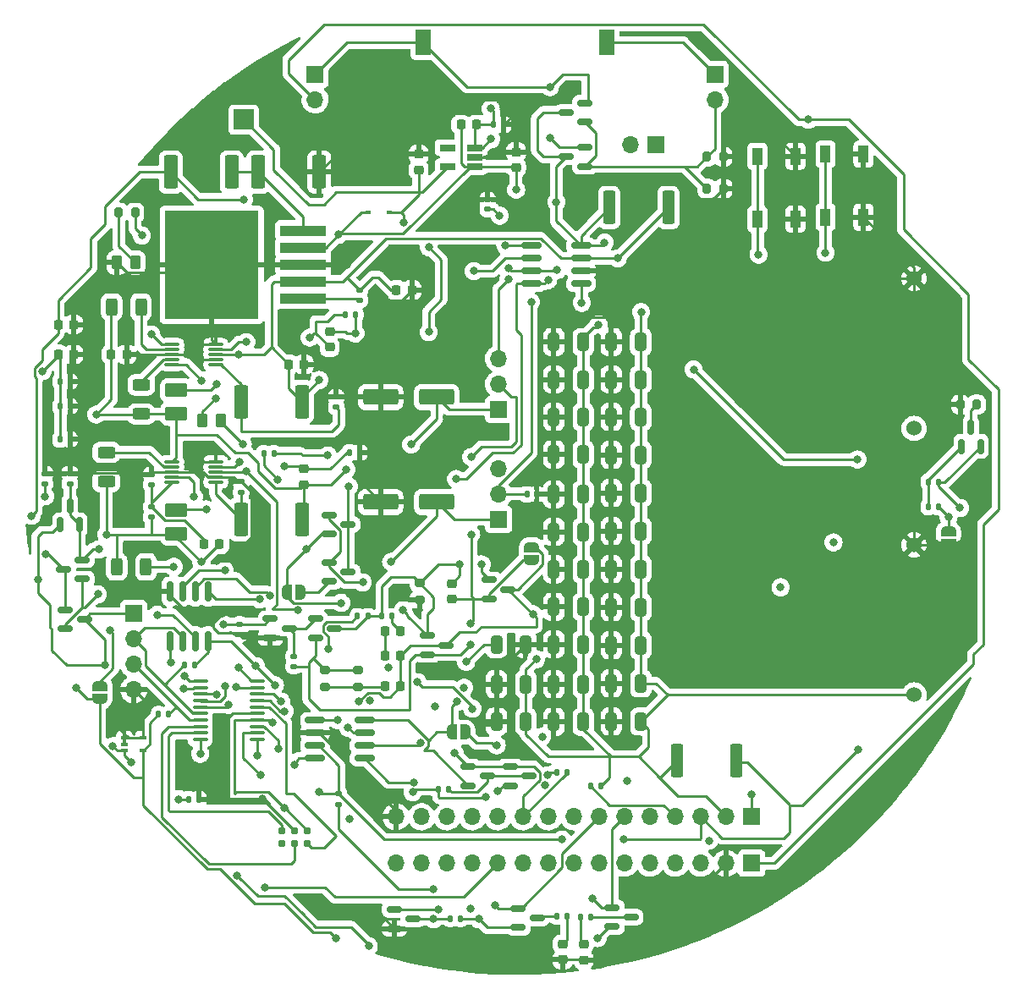
<source format=gbr>
%TF.GenerationSoftware,KiCad,Pcbnew,(6.0.7-1)-1*%
%TF.CreationDate,2022-09-29T15:21:57+02:00*%
%TF.ProjectId,Power_Management_Module,506f7765-725f-44d6-916e-6167656d656e,rev?*%
%TF.SameCoordinates,Original*%
%TF.FileFunction,Copper,L1,Top*%
%TF.FilePolarity,Positive*%
%FSLAX46Y46*%
G04 Gerber Fmt 4.6, Leading zero omitted, Abs format (unit mm)*
G04 Created by KiCad (PCBNEW (6.0.7-1)-1) date 2022-09-29 15:21:57*
%MOMM*%
%LPD*%
G01*
G04 APERTURE LIST*
G04 Aperture macros list*
%AMRoundRect*
0 Rectangle with rounded corners*
0 $1 Rounding radius*
0 $2 $3 $4 $5 $6 $7 $8 $9 X,Y pos of 4 corners*
0 Add a 4 corners polygon primitive as box body*
4,1,4,$2,$3,$4,$5,$6,$7,$8,$9,$2,$3,0*
0 Add four circle primitives for the rounded corners*
1,1,$1+$1,$2,$3*
1,1,$1+$1,$4,$5*
1,1,$1+$1,$6,$7*
1,1,$1+$1,$8,$9*
0 Add four rect primitives between the rounded corners*
20,1,$1+$1,$2,$3,$4,$5,0*
20,1,$1+$1,$4,$5,$6,$7,0*
20,1,$1+$1,$6,$7,$8,$9,0*
20,1,$1+$1,$8,$9,$2,$3,0*%
%AMFreePoly0*
4,1,22,0.500000,-0.750000,0.000000,-0.750000,0.000000,-0.745033,-0.079941,-0.743568,-0.215256,-0.701293,-0.333266,-0.622738,-0.424486,-0.514219,-0.481581,-0.384460,-0.499164,-0.250000,-0.500000,-0.250000,-0.500000,0.250000,-0.499164,0.250000,-0.499963,0.256109,-0.478152,0.396186,-0.417904,0.524511,-0.324060,0.630769,-0.204165,0.706417,-0.067858,0.745374,0.000000,0.744959,0.000000,0.750000,
0.500000,0.750000,0.500000,-0.750000,0.500000,-0.750000,$1*%
%AMFreePoly1*
4,1,20,0.000000,0.744959,0.073905,0.744508,0.209726,0.703889,0.328688,0.626782,0.421226,0.519385,0.479903,0.390333,0.500000,0.250000,0.500000,-0.250000,0.499851,-0.262216,0.476331,-0.402017,0.414519,-0.529596,0.319384,-0.634700,0.198574,-0.708877,0.061801,-0.746166,0.000000,-0.745033,0.000000,-0.750000,-0.500000,-0.750000,-0.500000,0.750000,0.000000,0.750000,0.000000,0.744959,
0.000000,0.744959,$1*%
G04 Aperture macros list end*
%TA.AperFunction,SMDPad,CuDef*%
%ADD10RoundRect,0.250000X0.325000X0.650000X-0.325000X0.650000X-0.325000X-0.650000X0.325000X-0.650000X0*%
%TD*%
%TA.AperFunction,SMDPad,CuDef*%
%ADD11RoundRect,0.250000X-0.262500X-0.450000X0.262500X-0.450000X0.262500X0.450000X-0.262500X0.450000X0*%
%TD*%
%TA.AperFunction,SMDPad,CuDef*%
%ADD12RoundRect,0.135000X0.135000X0.185000X-0.135000X0.185000X-0.135000X-0.185000X0.135000X-0.185000X0*%
%TD*%
%TA.AperFunction,ConnectorPad*%
%ADD13C,0.787400*%
%TD*%
%TA.AperFunction,ComponentPad*%
%ADD14R,1.700000X1.700000*%
%TD*%
%TA.AperFunction,ComponentPad*%
%ADD15O,1.700000X1.700000*%
%TD*%
%TA.AperFunction,SMDPad,CuDef*%
%ADD16RoundRect,0.250001X-0.849999X0.462499X-0.849999X-0.462499X0.849999X-0.462499X0.849999X0.462499X0*%
%TD*%
%TA.AperFunction,SMDPad,CuDef*%
%ADD17RoundRect,0.225000X0.250000X-0.225000X0.250000X0.225000X-0.250000X0.225000X-0.250000X-0.225000X0*%
%TD*%
%TA.AperFunction,SMDPad,CuDef*%
%ADD18RoundRect,0.225000X-0.225000X-0.250000X0.225000X-0.250000X0.225000X0.250000X-0.225000X0.250000X0*%
%TD*%
%TA.AperFunction,SMDPad,CuDef*%
%ADD19RoundRect,0.135000X0.185000X-0.135000X0.185000X0.135000X-0.185000X0.135000X-0.185000X-0.135000X0*%
%TD*%
%TA.AperFunction,SMDPad,CuDef*%
%ADD20RoundRect,0.135000X-0.135000X-0.185000X0.135000X-0.185000X0.135000X0.185000X-0.135000X0.185000X0*%
%TD*%
%TA.AperFunction,SMDPad,CuDef*%
%ADD21R,1.500000X2.500000*%
%TD*%
%TA.AperFunction,SMDPad,CuDef*%
%ADD22RoundRect,0.135000X-0.185000X0.135000X-0.185000X-0.135000X0.185000X-0.135000X0.185000X0.135000X0*%
%TD*%
%TA.AperFunction,SMDPad,CuDef*%
%ADD23RoundRect,0.250000X-0.312500X-0.625000X0.312500X-0.625000X0.312500X0.625000X-0.312500X0.625000X0*%
%TD*%
%TA.AperFunction,SMDPad,CuDef*%
%ADD24RoundRect,0.150000X-0.825000X-0.150000X0.825000X-0.150000X0.825000X0.150000X-0.825000X0.150000X0*%
%TD*%
%TA.AperFunction,SMDPad,CuDef*%
%ADD25RoundRect,0.249999X-0.450001X-1.425001X0.450001X-1.425001X0.450001X1.425001X-0.450001X1.425001X0*%
%TD*%
%TA.AperFunction,SMDPad,CuDef*%
%ADD26RoundRect,0.200000X-0.275000X0.200000X-0.275000X-0.200000X0.275000X-0.200000X0.275000X0.200000X0*%
%TD*%
%TA.AperFunction,SMDPad,CuDef*%
%ADD27RoundRect,0.150000X-0.150000X0.825000X-0.150000X-0.825000X0.150000X-0.825000X0.150000X0.825000X0*%
%TD*%
%TA.AperFunction,SMDPad,CuDef*%
%ADD28RoundRect,0.225000X0.225000X0.250000X-0.225000X0.250000X-0.225000X-0.250000X0.225000X-0.250000X0*%
%TD*%
%TA.AperFunction,SMDPad,CuDef*%
%ADD29R,1.000000X1.700000*%
%TD*%
%TA.AperFunction,SMDPad,CuDef*%
%ADD30R,1.560000X0.650000*%
%TD*%
%TA.AperFunction,SMDPad,CuDef*%
%ADD31RoundRect,0.100000X0.637500X0.100000X-0.637500X0.100000X-0.637500X-0.100000X0.637500X-0.100000X0*%
%TD*%
%TA.AperFunction,SMDPad,CuDef*%
%ADD32RoundRect,0.150000X0.150000X-0.587500X0.150000X0.587500X-0.150000X0.587500X-0.150000X-0.587500X0*%
%TD*%
%TA.AperFunction,SMDPad,CuDef*%
%ADD33RoundRect,0.150000X-0.587500X-0.150000X0.587500X-0.150000X0.587500X0.150000X-0.587500X0.150000X0*%
%TD*%
%TA.AperFunction,SMDPad,CuDef*%
%ADD34RoundRect,0.075000X-0.650000X-0.075000X0.650000X-0.075000X0.650000X0.075000X-0.650000X0.075000X0*%
%TD*%
%TA.AperFunction,SMDPad,CuDef*%
%ADD35R,0.650000X0.400000*%
%TD*%
%TA.AperFunction,SMDPad,CuDef*%
%ADD36RoundRect,0.218750X0.218750X0.256250X-0.218750X0.256250X-0.218750X-0.256250X0.218750X-0.256250X0*%
%TD*%
%TA.AperFunction,SMDPad,CuDef*%
%ADD37RoundRect,0.250000X-1.500000X-0.550000X1.500000X-0.550000X1.500000X0.550000X-1.500000X0.550000X0*%
%TD*%
%TA.AperFunction,SMDPad,CuDef*%
%ADD38RoundRect,0.200000X-0.200000X-0.275000X0.200000X-0.275000X0.200000X0.275000X-0.200000X0.275000X0*%
%TD*%
%TA.AperFunction,SMDPad,CuDef*%
%ADD39RoundRect,0.250000X-0.362500X-1.425000X0.362500X-1.425000X0.362500X1.425000X-0.362500X1.425000X0*%
%TD*%
%TA.AperFunction,SMDPad,CuDef*%
%ADD40RoundRect,0.200000X0.275000X-0.200000X0.275000X0.200000X-0.275000X0.200000X-0.275000X-0.200000X0*%
%TD*%
%TA.AperFunction,SMDPad,CuDef*%
%ADD41RoundRect,0.150000X0.825000X0.150000X-0.825000X0.150000X-0.825000X-0.150000X0.825000X-0.150000X0*%
%TD*%
%TA.AperFunction,SMDPad,CuDef*%
%ADD42R,0.600000X0.450000*%
%TD*%
%TA.AperFunction,SMDPad,CuDef*%
%ADD43RoundRect,0.218750X0.256250X-0.218750X0.256250X0.218750X-0.256250X0.218750X-0.256250X-0.218750X0*%
%TD*%
%TA.AperFunction,SMDPad,CuDef*%
%ADD44FreePoly0,270.000000*%
%TD*%
%TA.AperFunction,SMDPad,CuDef*%
%ADD45FreePoly1,270.000000*%
%TD*%
%TA.AperFunction,SMDPad,CuDef*%
%ADD46R,2.000000X2.000000*%
%TD*%
%TA.AperFunction,SMDPad,CuDef*%
%ADD47RoundRect,0.250000X-0.325000X-0.650000X0.325000X-0.650000X0.325000X0.650000X-0.325000X0.650000X0*%
%TD*%
%TA.AperFunction,SMDPad,CuDef*%
%ADD48RoundRect,0.140000X-0.140000X-0.170000X0.140000X-0.170000X0.140000X0.170000X-0.140000X0.170000X0*%
%TD*%
%TA.AperFunction,SMDPad,CuDef*%
%ADD49RoundRect,0.150000X0.587500X0.150000X-0.587500X0.150000X-0.587500X-0.150000X0.587500X-0.150000X0*%
%TD*%
%TA.AperFunction,ComponentPad*%
%ADD50C,1.524000*%
%TD*%
%TA.AperFunction,SMDPad,CuDef*%
%ADD51FreePoly0,90.000000*%
%TD*%
%TA.AperFunction,SMDPad,CuDef*%
%ADD52FreePoly1,90.000000*%
%TD*%
%TA.AperFunction,SMDPad,CuDef*%
%ADD53RoundRect,0.140000X0.170000X-0.140000X0.170000X0.140000X-0.170000X0.140000X-0.170000X-0.140000X0*%
%TD*%
%TA.AperFunction,SMDPad,CuDef*%
%ADD54FreePoly0,0.000000*%
%TD*%
%TA.AperFunction,SMDPad,CuDef*%
%ADD55FreePoly1,0.000000*%
%TD*%
%TA.AperFunction,SMDPad,CuDef*%
%ADD56R,4.600000X1.100000*%
%TD*%
%TA.AperFunction,SMDPad,CuDef*%
%ADD57R,9.400000X10.800000*%
%TD*%
%TA.AperFunction,SMDPad,CuDef*%
%ADD58RoundRect,0.249999X0.450001X1.425001X-0.450001X1.425001X-0.450001X-1.425001X0.450001X-1.425001X0*%
%TD*%
%TA.AperFunction,SMDPad,CuDef*%
%ADD59RoundRect,0.250000X0.625000X-0.312500X0.625000X0.312500X-0.625000X0.312500X-0.625000X-0.312500X0*%
%TD*%
%TA.AperFunction,SMDPad,CuDef*%
%ADD60RoundRect,0.200000X0.200000X0.275000X-0.200000X0.275000X-0.200000X-0.275000X0.200000X-0.275000X0*%
%TD*%
%TA.AperFunction,ViaPad*%
%ADD61C,0.800000*%
%TD*%
%TA.AperFunction,Conductor*%
%ADD62C,0.250000*%
%TD*%
G04 APERTURE END LIST*
D10*
%TO.P,C18,1*%
%TO.N,+5V*%
X160780000Y-112470000D03*
%TO.P,C18,2*%
%TO.N,GND*%
X157830000Y-112470000D03*
%TD*%
D11*
%TO.P,R46,1*%
%TO.N,GND*%
X108362500Y-70350000D03*
%TO.P,R46,2*%
%TO.N,Net-(R45-Pad2)*%
X110187500Y-70350000D03*
%TD*%
D12*
%TO.P,R26,1*%
%TO.N,Net-(Q15-Pad3)*%
X124060000Y-89450000D03*
%TO.P,R26,2*%
%TO.N,+3V3*%
X123040000Y-89450000D03*
%TD*%
D13*
%TO.P,J3,1,-MCLR/VPP*%
%TO.N,+3V3*%
X127420000Y-127215000D03*
%TO.P,J3,2,VDD*%
%TO.N,/NRST*%
X127420000Y-128485000D03*
%TO.P,J3,3,GND*%
%TO.N,GND*%
X126150000Y-127215000D03*
%TO.P,J3,4,PGD_(ICSPDAT)*%
%TO.N,/SWDIO*%
X126150000Y-128485000D03*
%TO.P,J3,5,PGC_(ICSPCLK)*%
%TO.N,/SWCLK*%
X124880000Y-127215000D03*
%TO.P,J3,6,UNUSED/LVP*%
%TO.N,unconnected-(J3-Pad6)*%
X124880000Y-128485000D03*
%TD*%
D14*
%TO.P,J8,1,Pin_1*%
%TO.N,/RESET_SS_FET*%
X171857500Y-125817500D03*
D15*
%TO.P,J8,2,Pin_2*%
%TO.N,+5V*%
X169317500Y-125817500D03*
%TO.P,J8,3,Pin_3*%
%TO.N,/VOut*%
X166777500Y-125817500D03*
%TO.P,J8,4,Pin_4*%
%TO.N,/MCC*%
X164237500Y-125817500D03*
%TO.P,J8,5,Pin_5*%
%TO.N,/CBooster*%
X161697500Y-125817500D03*
%TO.P,J8,6,Pin_6*%
%TO.N,/LED1*%
X159157500Y-125817500D03*
%TO.P,J8,7,Pin_7*%
%TO.N,/LED2*%
X156617500Y-125817500D03*
%TO.P,J8,8,Pin_8*%
%TO.N,/PB1*%
X154077500Y-125817500D03*
%TO.P,J8,9,Pin_9*%
%TO.N,/PB2*%
X151537500Y-125817500D03*
%TO.P,J8,10,Pin_10*%
%TO.N,/I2C_Conn*%
X148997500Y-125817500D03*
%TO.P,J8,11,Pin_11*%
%TO.N,/Temp*%
X146457500Y-125817500D03*
%TO.P,J8,12,Pin_12*%
%TO.N,/RX*%
X143917500Y-125817500D03*
%TO.P,J8,13,Pin_13*%
%TO.N,/TX*%
X141377500Y-125817500D03*
%TO.P,J8,14,Pin_14*%
%TO.N,/VOut_Fault*%
X138837500Y-125817500D03*
%TO.P,J8,15,Pin_15*%
%TO.N,GND*%
X136297500Y-125817500D03*
%TD*%
D10*
%TO.P,C26,1*%
%TO.N,+5V*%
X160775000Y-82050000D03*
%TO.P,C26,2*%
%TO.N,GND*%
X157825000Y-82050000D03*
%TD*%
D16*
%TO.P,L2,1*%
%TO.N,Net-(L2-Pad1)*%
X114300000Y-83137500D03*
%TO.P,L2,2*%
%TO.N,/5V_Sw_Reg*%
X114300000Y-85462500D03*
%TD*%
D17*
%TO.P,C3,1*%
%TO.N,/3V3_Lin_Reg*%
X138550000Y-61075000D03*
%TO.P,C3,2*%
%TO.N,GND*%
X138550000Y-59525000D03*
%TD*%
D18*
%TO.P,C2,1*%
%TO.N,+5VA*%
X136305000Y-73100000D03*
%TO.P,C2,2*%
%TO.N,GND*%
X137855000Y-73100000D03*
%TD*%
D10*
%TO.P,C34,1*%
%TO.N,+5V*%
X155025000Y-93550000D03*
%TO.P,C34,2*%
%TO.N,GND*%
X152075000Y-93550000D03*
%TD*%
D19*
%TO.P,R35,1*%
%TO.N,Net-(C44-Pad1)*%
X111800000Y-92560000D03*
%TO.P,R35,2*%
%TO.N,GND*%
X111800000Y-91540000D03*
%TD*%
D12*
%TO.P,R15,1*%
%TO.N,+3V3*%
X142720000Y-136000000D03*
%TO.P,R15,2*%
%TO.N,/VOut_Fault*%
X141700000Y-136000000D03*
%TD*%
D20*
%TO.P,R21,1*%
%TO.N,Net-(Q10-Pad3)*%
X152340000Y-135750000D03*
%TO.P,R21,2*%
%TO.N,Net-(D4-Pad2)*%
X153360000Y-135750000D03*
%TD*%
D14*
%TO.P,J10,1,Pin_1*%
%TO.N,/3V3_Sw_Reg*%
X146550000Y-96050000D03*
D15*
%TO.P,J10,2,Pin_2*%
%TO.N,+3V3*%
X146550000Y-93510000D03*
%TO.P,J10,3,Pin_3*%
%TO.N,/3V3_Lin_Reg*%
X146550000Y-90970000D03*
%TD*%
D21*
%TO.P,SW2,1,1*%
%TO.N,Net-(J12-Pad1)*%
X139000000Y-48335000D03*
%TO.P,SW2,2,2*%
%TO.N,Net-(J9-Pad1)*%
X157400000Y-48335000D03*
%TD*%
D19*
%TO.P,R33,1*%
%TO.N,Net-(R32-Pad2)*%
X130300000Y-84810000D03*
%TO.P,R33,2*%
%TO.N,GND*%
X130300000Y-83790000D03*
%TD*%
D22*
%TO.P,R13,1*%
%TO.N,/RESET_SS_FET*%
X120650000Y-106530000D03*
%TO.P,R13,2*%
%TO.N,GND*%
X120650000Y-107550000D03*
%TD*%
D14*
%TO.P,J37,1,Pin_1*%
%TO.N,/RX*%
X162300000Y-58550000D03*
D15*
%TO.P,J37,2,Pin_2*%
%TO.N,/TX*%
X159760000Y-58550000D03*
%TD*%
D10*
%TO.P,C27,1*%
%TO.N,+5V*%
X160775000Y-78300000D03*
%TO.P,C27,2*%
%TO.N,GND*%
X157825000Y-78300000D03*
%TD*%
D23*
%TO.P,R41,1*%
%TO.N,/5V_Sw_Reg*%
X107837500Y-74800000D03*
%TO.P,R41,2*%
%TO.N,Net-(R41-Pad2)*%
X110762500Y-74800000D03*
%TD*%
D24*
%TO.P,U1,1,A1*%
%TO.N,/U1A1*%
X149845000Y-68655000D03*
%TO.P,U1,2,A0*%
%TO.N,/U1A0*%
X149845000Y-69925000D03*
%TO.P,U1,3,SDA*%
%TO.N,/SDA*%
X149845000Y-71195000D03*
%TO.P,U1,4,SCL*%
%TO.N,/SCL*%
X149845000Y-72465000D03*
%TO.P,U1,5,VS*%
%TO.N,+3V3*%
X154795000Y-72465000D03*
%TO.P,U1,6,GND*%
%TO.N,GND*%
X154795000Y-71195000D03*
%TO.P,U1,7,IN-*%
%TO.N,+5VA*%
X154795000Y-69925000D03*
%TO.P,U1,8,IN+*%
%TO.N,/Batt_Pre-sens*%
X154795000Y-68655000D03*
%TD*%
D19*
%TO.P,R12,1*%
%TO.N,+5VD*%
X126050000Y-110760000D03*
%TO.P,R12,2*%
%TO.N,Net-(Q5-Pad1)*%
X126050000Y-109740000D03*
%TD*%
D18*
%TO.P,C44,1*%
%TO.N,Net-(C44-Pad1)*%
X117075000Y-98550000D03*
%TO.P,C44,2*%
%TO.N,/3V3_Sw_Reg*%
X118625000Y-98550000D03*
%TD*%
D25*
%TO.P,R5,1*%
%TO.N,/5V_Lin_Reg*%
X113750000Y-61300000D03*
%TO.P,R5,2*%
%TO.N,Net-(R5-Pad2)*%
X119850000Y-61300000D03*
%TD*%
D26*
%TO.P,R8,1*%
%TO.N,/SS_FET*%
X138650000Y-102425000D03*
%TO.P,R8,2*%
%TO.N,GND*%
X138650000Y-104075000D03*
%TD*%
D27*
%TO.P,U6,1,A0*%
%TO.N,/U6A0*%
X117455000Y-103275000D03*
%TO.P,U6,2,A1*%
%TO.N,/U6A1*%
X116185000Y-103275000D03*
%TO.P,U6,3,A2*%
%TO.N,/U6A2*%
X114915000Y-103275000D03*
%TO.P,U6,4,GND*%
%TO.N,GND*%
X113645000Y-103275000D03*
%TO.P,U6,5,SDA*%
%TO.N,/SDA*%
X113645000Y-108225000D03*
%TO.P,U6,6,SCL*%
%TO.N,/SCL*%
X114915000Y-108225000D03*
%TO.P,U6,7,WP*%
%TO.N,Net-(JP12-Pad2)*%
X116185000Y-108225000D03*
%TO.P,U6,8,VCC*%
%TO.N,+3V3*%
X117455000Y-108225000D03*
%TD*%
D28*
%TO.P,C8,1*%
%TO.N,+5V*%
X136750000Y-109650000D03*
%TO.P,C8,2*%
%TO.N,Net-(C7-Pad2)*%
X135200000Y-109650000D03*
%TD*%
D29*
%TO.P,SW3,1,1*%
%TO.N,/PB1*%
X179250000Y-65800000D03*
X179250000Y-59500000D03*
%TO.P,SW3,2,2*%
%TO.N,GND*%
X183050000Y-59500000D03*
X183050000Y-65800000D03*
%TD*%
D10*
%TO.P,C36,1*%
%TO.N,+5V*%
X155025000Y-85800000D03*
%TO.P,C36,2*%
%TO.N,GND*%
X152075000Y-85800000D03*
%TD*%
D18*
%TO.P,C10,1*%
%TO.N,/5V_Lin_Reg*%
X102475000Y-76550000D03*
%TO.P,C10,2*%
%TO.N,GND*%
X104025000Y-76550000D03*
%TD*%
D30*
%TO.P,U3,1,IN*%
%TO.N,/5V_Lin_Reg*%
X144150000Y-60750000D03*
%TO.P,U3,2,GND*%
%TO.N,GND*%
X144150000Y-59800000D03*
%TO.P,U3,3,EN*%
%TO.N,/CTRL_3V3*%
X144150000Y-58850000D03*
%TO.P,U3,4,NC*%
%TO.N,unconnected-(U3-Pad4)*%
X141450000Y-58850000D03*
%TO.P,U3,5,OUT*%
%TO.N,/3V3_Lin_Reg*%
X141450000Y-60750000D03*
%TD*%
D31*
%TO.P,U5,1,PB7/PB8*%
%TO.N,/CBooster*%
X122412500Y-118075000D03*
%TO.P,U5,2,PB9/PC14-OSC32_IN*%
%TO.N,/LED1*%
X122412500Y-117425000D03*
%TO.P,U5,3,PC15-OSC32_OUT*%
%TO.N,/LED2*%
X122412500Y-116775000D03*
%TO.P,U5,4,VDD*%
%TO.N,+3V3*%
X122412500Y-116125000D03*
%TO.P,U5,5,VSS*%
%TO.N,GND*%
X122412500Y-115475000D03*
%TO.P,U5,6,NRST*%
%TO.N,/NRST*%
X122412500Y-114825000D03*
%TO.P,U5,7,PA0*%
%TO.N,/PB1*%
X122412500Y-114175000D03*
%TO.P,U5,8,PA1*%
%TO.N,/PB2*%
X122412500Y-113525000D03*
%TO.P,U5,9,PA2*%
%TO.N,/TX*%
X122412500Y-112875000D03*
%TO.P,U5,10,PA3*%
%TO.N,/RX*%
X122412500Y-112225000D03*
%TO.P,U5,11,PA4*%
%TO.N,/VOut_Fault*%
X116687500Y-112225000D03*
%TO.P,U5,12,PA5*%
%TO.N,/Temp*%
X116687500Y-112875000D03*
%TO.P,U5,13,PA6*%
%TO.N,/RESET_SS_FET*%
X116687500Y-113525000D03*
%TO.P,U5,14,PA7*%
%TO.N,/I2C_Conn*%
X116687500Y-114175000D03*
%TO.P,U5,15,PB0/PB1/PB2/PA8*%
%TO.N,/CTRL_3V3*%
X116687500Y-114825000D03*
%TO.P,U5,16,PA11[PA9]*%
%TO.N,/SCL*%
X116687500Y-115475000D03*
%TO.P,U5,17,PA12[PA10]*%
%TO.N,/SDA*%
X116687500Y-116125000D03*
%TO.P,U5,18,PA13*%
%TO.N,/SWDIO*%
X116687500Y-116775000D03*
%TO.P,U5,19,PA15/PA14-BOOT0*%
%TO.N,/SWCLK*%
X116687500Y-117425000D03*
%TO.P,U5,20,PB3/PB4/PB5/PB6*%
%TO.N,/MCU_SS_FET*%
X116687500Y-118075000D03*
%TD*%
D20*
%TO.P,R28,1*%
%TO.N,+3V3*%
X112530000Y-115550000D03*
%TO.P,R28,2*%
%TO.N,/SDA*%
X113550000Y-115550000D03*
%TD*%
D32*
%TO.P,Q13,1,E*%
%TO.N,/3V3_IN*%
X102700000Y-96587500D03*
%TO.P,Q13,2,B*%
%TO.N,Net-(JP8-Pad1)*%
X104600000Y-96587500D03*
%TO.P,Q13,3,C*%
X103650000Y-94712500D03*
%TD*%
D16*
%TO.P,L1,1*%
%TO.N,Net-(L1-Pad1)*%
X114300000Y-95137500D03*
%TO.P,L1,2*%
%TO.N,/3V3_Sw_Reg*%
X114300000Y-97462500D03*
%TD*%
D20*
%TO.P,R27,1*%
%TO.N,+3V3*%
X152340000Y-121350000D03*
%TO.P,R27,2*%
%TO.N,/I2C_Conn*%
X153360000Y-121350000D03*
%TD*%
D10*
%TO.P,C35,1*%
%TO.N,+5V*%
X155025000Y-89550000D03*
%TO.P,C35,2*%
%TO.N,GND*%
X152075000Y-89550000D03*
%TD*%
D14*
%TO.P,J12,1,Pin_1*%
%TO.N,Net-(J12-Pad1)*%
X128190000Y-51505000D03*
D15*
%TO.P,J12,2,Pin_2*%
%TO.N,+BATT*%
X128190000Y-54045000D03*
%TD*%
D33*
%TO.P,Q5,1,G*%
%TO.N,Net-(Q5-Pad1)*%
X128212500Y-106000000D03*
%TO.P,Q5,2,S*%
%TO.N,+5VD*%
X128212500Y-107900000D03*
%TO.P,Q5,3,D*%
%TO.N,/SS_FET*%
X130087500Y-106950000D03*
%TD*%
D17*
%TO.P,C45,1*%
%TO.N,Net-(C45-Pad1)*%
X129650000Y-78825000D03*
%TO.P,C45,2*%
%TO.N,/5V_Sw_Reg*%
X129650000Y-77275000D03*
%TD*%
D10*
%TO.P,C32,1*%
%TO.N,+5V*%
X155025000Y-101050000D03*
%TO.P,C32,2*%
%TO.N,GND*%
X152075000Y-101050000D03*
%TD*%
D12*
%TO.P,R36,1*%
%TO.N,/5V_Sw_Reg*%
X132250000Y-75550000D03*
%TO.P,R36,2*%
%TO.N,Net-(C45-Pad1)*%
X131230000Y-75550000D03*
%TD*%
D34*
%TO.P,U8,1,VIN*%
%TO.N,/5V_Sw_Reg*%
X113850000Y-90300000D03*
%TO.P,U8,2,LBO*%
%TO.N,Net-(R40-Pad2)*%
X113850000Y-90800000D03*
%TO.P,U8,3,GND*%
%TO.N,GND*%
X113850000Y-91300000D03*
%TO.P,U8,4,PG*%
%TO.N,Net-(R38-Pad2)*%
X113850000Y-91800000D03*
%TO.P,U8,5,FB*%
%TO.N,Net-(C44-Pad1)*%
X113850000Y-92300000D03*
%TO.P,U8,6,LBI*%
%TO.N,Net-(R30-Pad2)*%
X118250000Y-92300000D03*
%TO.P,U8,7,SYNC*%
%TO.N,GND*%
X118250000Y-91800000D03*
%TO.P,U8,8,EN*%
%TO.N,/CTRL_3V3*%
X118250000Y-91300000D03*
%TO.P,U8,9,SW*%
%TO.N,Net-(L1-Pad1)*%
X118250000Y-90800000D03*
%TO.P,U8,10,PGND*%
%TO.N,GND*%
X118250000Y-90300000D03*
%TD*%
D10*
%TO.P,C20,1*%
%TO.N,+5V*%
X160780000Y-104850000D03*
%TO.P,C20,2*%
%TO.N,GND*%
X157830000Y-104850000D03*
%TD*%
D20*
%TO.P,R7,1*%
%TO.N,/CTRL_3V3*%
X146040000Y-56550000D03*
%TO.P,R7,2*%
%TO.N,GND*%
X147060000Y-56550000D03*
%TD*%
D10*
%TO.P,C21,1*%
%TO.N,+5V*%
X160780000Y-101040000D03*
%TO.P,C21,2*%
%TO.N,GND*%
X157830000Y-101040000D03*
%TD*%
D35*
%TO.P,U7,1,NC*%
%TO.N,GND*%
X109100000Y-117900000D03*
%TO.P,U7,2,GND*%
X109100000Y-118550000D03*
%TO.P,U7,3,VOUT*%
%TO.N,/Temp*%
X109100000Y-119200000D03*
%TO.P,U7,4,VIN*%
%TO.N,+3V3*%
X111000000Y-119200000D03*
%TO.P,U7,5,NC*%
%TO.N,GND*%
X111000000Y-117900000D03*
%TD*%
D32*
%TO.P,Q8,1,G*%
%TO.N,Net-(Q8-Pad1)*%
X192850000Y-88737500D03*
%TO.P,Q8,2,S*%
%TO.N,+5VD*%
X194750000Y-88737500D03*
%TO.P,Q8,3,D*%
%TO.N,Net-(Q8-Pad3)*%
X193800000Y-86862500D03*
%TD*%
D10*
%TO.P,C23,1*%
%TO.N,+5V*%
X160780000Y-93420000D03*
%TO.P,C23,2*%
%TO.N,GND*%
X157830000Y-93420000D03*
%TD*%
D36*
%TO.P,D2,1,K*%
%TO.N,+5V*%
X136750000Y-112750000D03*
%TO.P,D2,2,A*%
%TO.N,Net-(D2-Pad2)*%
X135175000Y-112750000D03*
%TD*%
D28*
%TO.P,C7,1*%
%TO.N,Net-(C7-Pad1)*%
X136725000Y-107250000D03*
%TO.P,C7,2*%
%TO.N,Net-(C7-Pad2)*%
X135175000Y-107250000D03*
%TD*%
D10*
%TO.P,C16,1*%
%TO.N,+5V*%
X160780000Y-116280000D03*
%TO.P,C16,2*%
%TO.N,GND*%
X157830000Y-116280000D03*
%TD*%
D37*
%TO.P,C47,1*%
%TO.N,GND*%
X134750000Y-83800000D03*
%TO.P,C47,2*%
%TO.N,/5V_Sw_Reg*%
X140350000Y-83800000D03*
%TD*%
D38*
%TO.P,R17,1*%
%TO.N,GND*%
X192725000Y-84550000D03*
%TO.P,R17,2*%
%TO.N,Net-(Q8-Pad3)*%
X194375000Y-84550000D03*
%TD*%
D39*
%TO.P,R3,1*%
%TO.N,/Batt_Pre-sens*%
X157612500Y-64845000D03*
%TO.P,R3,2*%
%TO.N,+5VA*%
X163537500Y-64845000D03*
%TD*%
D20*
%TO.P,R18,1*%
%TO.N,Net-(Q8-Pad1)*%
X189540000Y-92300000D03*
%TO.P,R18,2*%
%TO.N,+5VD*%
X190560000Y-92300000D03*
%TD*%
%TO.P,R24,1*%
%TO.N,Net-(JP12-Pad2)*%
X115530000Y-124050000D03*
%TO.P,R24,2*%
%TO.N,GND*%
X116550000Y-124050000D03*
%TD*%
D40*
%TO.P,R11,1*%
%TO.N,Net-(D2-Pad2)*%
X129150000Y-112800000D03*
%TO.P,R11,2*%
%TO.N,+5VD*%
X129150000Y-111150000D03*
%TD*%
D25*
%TO.P,R6,1*%
%TO.N,Net-(R5-Pad2)*%
X122500000Y-61300000D03*
%TO.P,R6,2*%
%TO.N,GND*%
X128600000Y-61300000D03*
%TD*%
D41*
%TO.P,U4,1,A1*%
%TO.N,/U4A1*%
X133125000Y-119955000D03*
%TO.P,U4,2,A0*%
%TO.N,/U4A0*%
X133125000Y-118685000D03*
%TO.P,U4,3,SDA*%
%TO.N,/SDA*%
X133125000Y-117415000D03*
%TO.P,U4,4,SCL*%
%TO.N,/SCL*%
X133125000Y-116145000D03*
%TO.P,U4,5,VS*%
%TO.N,+3V3*%
X128175000Y-116145000D03*
%TO.P,U4,6,GND*%
%TO.N,GND*%
X128175000Y-117415000D03*
%TO.P,U4,7,IN-*%
%TO.N,/VOut*%
X128175000Y-118685000D03*
%TO.P,U4,8,IN+*%
%TO.N,+5V*%
X128175000Y-119955000D03*
%TD*%
D12*
%TO.P,R29,1*%
%TO.N,+3V3*%
X116160000Y-110650000D03*
%TO.P,R29,2*%
%TO.N,/SCL*%
X115140000Y-110650000D03*
%TD*%
D42*
%TO.P,D1,1,K*%
%TO.N,/5V_Lin_Reg*%
X133500000Y-65300000D03*
%TO.P,D1,2,A*%
%TO.N,/3V3_Lin_Reg*%
X135600000Y-65300000D03*
%TD*%
D43*
%TO.P,D3,1,K*%
%TO.N,GND*%
X155050000Y-140137500D03*
%TO.P,D3,2,A*%
%TO.N,Net-(D3-Pad2)*%
X155050000Y-138562500D03*
%TD*%
D18*
%TO.P,C42,1*%
%TO.N,/5V_Sw_Reg*%
X107775000Y-79550000D03*
%TO.P,C42,2*%
%TO.N,GND*%
X109325000Y-79550000D03*
%TD*%
D20*
%TO.P,R19,1*%
%TO.N,Net-(Q8-Pad1)*%
X189530000Y-94800000D03*
%TO.P,R19,2*%
%TO.N,/CBooster*%
X190550000Y-94800000D03*
%TD*%
D10*
%TO.P,C31,1*%
%TO.N,+5V*%
X155025000Y-104800000D03*
%TO.P,C31,2*%
%TO.N,GND*%
X152075000Y-104800000D03*
%TD*%
D20*
%TO.P,R43,1*%
%TO.N,/MCU_SS_FET*%
X132430000Y-105750000D03*
%TO.P,R43,2*%
%TO.N,/SS_FET*%
X133450000Y-105750000D03*
%TD*%
D33*
%TO.P,Q9,1,G*%
%TO.N,/LED1*%
X157912500Y-134900000D03*
%TO.P,Q9,2,S*%
%TO.N,+3V3*%
X157912500Y-136800000D03*
%TO.P,Q9,3,D*%
%TO.N,Net-(Q9-Pad3)*%
X159787500Y-135850000D03*
%TD*%
D44*
%TO.P,JP7,1,A*%
%TO.N,/CBooster*%
X191550000Y-97250000D03*
D45*
%TO.P,JP7,2,B*%
%TO.N,GND*%
X191550000Y-98550000D03*
%TD*%
D33*
%TO.P,Q7,1,G*%
%TO.N,Net-(Q7-Pad1)*%
X136112500Y-135100000D03*
%TO.P,Q7,2,S*%
%TO.N,GND*%
X136112500Y-137000000D03*
%TO.P,Q7,3,D*%
%TO.N,/VOut_Fault*%
X137987500Y-136050000D03*
%TD*%
D46*
%TO.P,TP10,1,1*%
%TO.N,/3V3_Lin_Reg*%
X121050000Y-56050000D03*
%TD*%
D47*
%TO.P,C17,1*%
%TO.N,+3V3*%
X146325000Y-108550000D03*
%TO.P,C17,2*%
%TO.N,GND*%
X149275000Y-108550000D03*
%TD*%
D18*
%TO.P,C43,1*%
%TO.N,+5VA*%
X125525000Y-80550000D03*
%TO.P,C43,2*%
%TO.N,GND*%
X127075000Y-80550000D03*
%TD*%
D10*
%TO.P,C37,1*%
%TO.N,+5V*%
X155025000Y-82050000D03*
%TO.P,C37,2*%
%TO.N,GND*%
X152075000Y-82050000D03*
%TD*%
D48*
%TO.P,C12,1*%
%TO.N,+3V3*%
X102690000Y-82250000D03*
%TO.P,C12,2*%
%TO.N,GND*%
X103650000Y-82250000D03*
%TD*%
D18*
%TO.P,C5,1*%
%TO.N,/5V_Lin_Reg*%
X142775000Y-56550000D03*
%TO.P,C5,2*%
%TO.N,/CTRL_3V3*%
X144325000Y-56550000D03*
%TD*%
D49*
%TO.P,Q11,1,E*%
%TO.N,+3V3*%
X104887500Y-102000000D03*
%TO.P,Q11,2,B*%
%TO.N,Net-(JP8-Pad1)*%
X104887500Y-100100000D03*
%TO.P,Q11,3,C*%
%TO.N,Net-(Q11-Pad3)*%
X103012500Y-101050000D03*
%TD*%
D19*
%TO.P,R22,1*%
%TO.N,Net-(Q11-Pad3)*%
X101150000Y-92470000D03*
%TO.P,R22,2*%
%TO.N,GND*%
X101150000Y-91450000D03*
%TD*%
D11*
%TO.P,R37,1*%
%TO.N,Net-(C45-Pad1)*%
X116937500Y-86150000D03*
%TO.P,R37,2*%
%TO.N,Net-(R37-Pad2)*%
X118762500Y-86150000D03*
%TD*%
D20*
%TO.P,R42,1*%
%TO.N,/CTRL_3V3*%
X131640000Y-89350000D03*
%TO.P,R42,2*%
%TO.N,GND*%
X132660000Y-89350000D03*
%TD*%
D50*
%TO.P,C15,1*%
%TO.N,+5V*%
X188115000Y-113620000D03*
%TO.P,C15,2*%
%TO.N,GND*%
X188115000Y-98620000D03*
%TD*%
D12*
%TO.P,R20,1*%
%TO.N,Net-(Q9-Pad3)*%
X155760000Y-135850000D03*
%TO.P,R20,2*%
%TO.N,Net-(D3-Pad2)*%
X154740000Y-135850000D03*
%TD*%
D43*
%TO.P,D4,1,K*%
%TO.N,GND*%
X152950000Y-140125000D03*
%TO.P,D4,2,A*%
%TO.N,Net-(D4-Pad2)*%
X152950000Y-138550000D03*
%TD*%
D51*
%TO.P,JP4,1,A*%
%TO.N,+5VD*%
X149850000Y-100150000D03*
D52*
%TO.P,JP4,2,B*%
%TO.N,+5V*%
X149850000Y-98850000D03*
%TD*%
D33*
%TO.P,Q14,1,G*%
%TO.N,/I2C_Conn*%
X143512500Y-120800000D03*
%TO.P,Q14,2,S*%
%TO.N,/SCL*%
X143512500Y-122700000D03*
%TO.P,Q14,3,D*%
%TO.N,Net-(Q14-Pad3)*%
X145387500Y-121750000D03*
%TD*%
%TO.P,Q4,1,G*%
%TO.N,/SS_FET*%
X139412500Y-107700000D03*
%TO.P,Q4,2,S*%
%TO.N,+5VD*%
X139412500Y-109600000D03*
%TO.P,Q4,3,D*%
%TO.N,+5V*%
X141287500Y-108650000D03*
%TD*%
D18*
%TO.P,C11,1*%
%TO.N,+3V3*%
X102475000Y-79550000D03*
%TO.P,C11,2*%
%TO.N,GND*%
X104025000Y-79550000D03*
%TD*%
D33*
%TO.P,Q16,1,G*%
%TO.N,/I2C_Conn*%
X147712500Y-120800000D03*
%TO.P,Q16,2,S*%
%TO.N,/SCL_In*%
X147712500Y-122700000D03*
%TO.P,Q16,3,D*%
%TO.N,Net-(Q14-Pad3)*%
X149587500Y-121750000D03*
%TD*%
D38*
%TO.P,R2,1*%
%TO.N,Net-(J9-Pad2)*%
X167370000Y-62940000D03*
%TO.P,R2,2*%
%TO.N,GND*%
X169020000Y-62940000D03*
%TD*%
D53*
%TO.P,C1,1*%
%TO.N,+3V3*%
X145450000Y-65010000D03*
%TO.P,C1,2*%
%TO.N,GND*%
X145450000Y-64050000D03*
%TD*%
D48*
%TO.P,C13,1*%
%TO.N,+3V3*%
X102690000Y-84750000D03*
%TO.P,C13,2*%
%TO.N,GND*%
X103650000Y-84750000D03*
%TD*%
D10*
%TO.P,C22,1*%
%TO.N,+5V*%
X160780000Y-97230000D03*
%TO.P,C22,2*%
%TO.N,GND*%
X157830000Y-97230000D03*
%TD*%
D40*
%TO.P,R10,1*%
%TO.N,Net-(D2-Pad2)*%
X132450000Y-112800000D03*
%TO.P,R10,2*%
%TO.N,+5VD*%
X132450000Y-111150000D03*
%TD*%
D12*
%TO.P,R44,1*%
%TO.N,+5V*%
X156760000Y-122750000D03*
%TO.P,R44,2*%
%TO.N,/MCC*%
X155740000Y-122750000D03*
%TD*%
D10*
%TO.P,C30,1*%
%TO.N,+5V*%
X155025000Y-108550000D03*
%TO.P,C30,2*%
%TO.N,GND*%
X152075000Y-108550000D03*
%TD*%
D19*
%TO.P,R34,1*%
%TO.N,/3V3_Sw_Reg*%
X111800000Y-95810000D03*
%TO.P,R34,2*%
%TO.N,Net-(C44-Pad1)*%
X111800000Y-94790000D03*
%TD*%
D54*
%TO.P,JP13,1,A*%
%TO.N,/SDA*%
X125400000Y-103350000D03*
D55*
%TO.P,JP13,2,B*%
%TO.N,/SDA_In*%
X126700000Y-103350000D03*
%TD*%
D10*
%TO.P,C24,1*%
%TO.N,+5V*%
X160780000Y-89610000D03*
%TO.P,C24,2*%
%TO.N,GND*%
X157830000Y-89610000D03*
%TD*%
%TO.P,C25,1*%
%TO.N,+5V*%
X160775000Y-85800000D03*
%TO.P,C25,2*%
%TO.N,GND*%
X157825000Y-85800000D03*
%TD*%
D14*
%TO.P,J11,1,Pin_1*%
%TO.N,/5V_Sw_Reg*%
X146550000Y-85050000D03*
D15*
%TO.P,J11,2,Pin_2*%
%TO.N,+5VD*%
X146550000Y-82510000D03*
%TO.P,J11,3,Pin_3*%
%TO.N,/5V_Lin_Reg*%
X146550000Y-79970000D03*
%TD*%
D17*
%TO.P,C48,1*%
%TO.N,/5V_Sw_Reg*%
X127050000Y-92550000D03*
%TO.P,C48,2*%
%TO.N,/CTRL_3V3*%
X127050000Y-91000000D03*
%TD*%
D22*
%TO.P,R4,1*%
%TO.N,+5VA*%
X132635000Y-73100000D03*
%TO.P,R4,2*%
%TO.N,Net-(R4-Pad2)*%
X132635000Y-74120000D03*
%TD*%
D39*
%TO.P,R14,1*%
%TO.N,+5V*%
X164387500Y-120150000D03*
%TO.P,R14,2*%
%TO.N,/VOut*%
X170312500Y-120150000D03*
%TD*%
D10*
%TO.P,C29,1*%
%TO.N,+5V*%
X155025000Y-112550000D03*
%TO.P,C29,2*%
%TO.N,GND*%
X152075000Y-112550000D03*
%TD*%
D14*
%TO.P,J9,1,Pin_1*%
%TO.N,Net-(J9-Pad1)*%
X168195000Y-51510000D03*
D15*
%TO.P,J9,2,Pin_2*%
%TO.N,Net-(J9-Pad2)*%
X168195000Y-54050000D03*
%TD*%
D38*
%TO.P,R1,1*%
%TO.N,Net-(J9-Pad2)*%
X167370000Y-59765000D03*
%TO.P,R1,2*%
%TO.N,GND*%
X169020000Y-59765000D03*
%TD*%
D56*
%TO.P,U2,1,EN*%
%TO.N,Net-(R4-Pad2)*%
X126980000Y-73960000D03*
%TO.P,U2,2,VIN*%
%TO.N,+5VA*%
X126980000Y-72260000D03*
D57*
%TO.P,U2,3,GND*%
%TO.N,GND*%
X117830000Y-70560000D03*
D56*
X126980000Y-70560000D03*
%TO.P,U2,4,VOUT*%
%TO.N,/5V_Lin_Reg*%
X126980000Y-68860000D03*
%TO.P,U2,5,ADJ*%
%TO.N,Net-(R5-Pad2)*%
X126980000Y-67160000D03*
%TD*%
D10*
%TO.P,C19,1*%
%TO.N,+5V*%
X160780000Y-108660000D03*
%TO.P,C19,2*%
%TO.N,GND*%
X157830000Y-108660000D03*
%TD*%
D33*
%TO.P,Q10,1,G*%
%TO.N,/LED2*%
X148512500Y-135000000D03*
%TO.P,Q10,2,S*%
%TO.N,+3V3*%
X148512500Y-136900000D03*
%TO.P,Q10,3,D*%
%TO.N,Net-(Q10-Pad3)*%
X150387500Y-135950000D03*
%TD*%
D58*
%TO.P,R30,1*%
%TO.N,/5V_Sw_Reg*%
X126850000Y-96050000D03*
%TO.P,R30,2*%
%TO.N,Net-(R30-Pad2)*%
X120750000Y-96050000D03*
%TD*%
D10*
%TO.P,C38,1*%
%TO.N,+5V*%
X155025000Y-78300000D03*
%TO.P,C38,2*%
%TO.N,GND*%
X152075000Y-78300000D03*
%TD*%
D23*
%TO.P,R38,1*%
%TO.N,/3V3_Sw_Reg*%
X108337500Y-100800000D03*
%TO.P,R38,2*%
%TO.N,Net-(R38-Pad2)*%
X111262500Y-100800000D03*
%TD*%
D50*
%TO.P,C14,1*%
%TO.N,+5V*%
X188115000Y-86950000D03*
%TO.P,C14,2*%
%TO.N,GND*%
X188115000Y-71950000D03*
%TD*%
D10*
%TO.P,C28,1*%
%TO.N,+5V*%
X155025000Y-116300000D03*
%TO.P,C28,2*%
%TO.N,GND*%
X152075000Y-116300000D03*
%TD*%
D14*
%TO.P,J6,1,Pin_1*%
%TO.N,/3V3_IN*%
X110050000Y-105470000D03*
D15*
%TO.P,J6,2,Pin_2*%
%TO.N,/SCL*%
X110050000Y-108010000D03*
%TO.P,J6,3,Pin_3*%
%TO.N,/SDA*%
X110050000Y-110550000D03*
%TO.P,J6,4,Pin_4*%
%TO.N,GND*%
X110050000Y-113090000D03*
%TD*%
D54*
%TO.P,JP14,1,A*%
%TO.N,/SCL*%
X141900000Y-117350000D03*
D55*
%TO.P,JP14,2,B*%
%TO.N,/SCL_In*%
X143200000Y-117350000D03*
%TD*%
D33*
%TO.P,Q3,1,G*%
%TO.N,/SS_FET*%
X145612500Y-102100000D03*
%TO.P,Q3,2,S*%
%TO.N,+5VD*%
X145612500Y-104000000D03*
%TO.P,Q3,3,D*%
%TO.N,+5V*%
X147487500Y-103050000D03*
%TD*%
D19*
%TO.P,R23,1*%
%TO.N,Net-(JP8-Pad1)*%
X103650000Y-92470000D03*
%TO.P,R23,2*%
%TO.N,GND*%
X103650000Y-91450000D03*
%TD*%
D17*
%TO.P,C6,1*%
%TO.N,+5VD*%
X141850000Y-104025000D03*
%TO.P,C6,2*%
%TO.N,/SS_FET*%
X141850000Y-102475000D03*
%TD*%
D48*
%TO.P,C9,1*%
%TO.N,+3V3*%
X102690000Y-88050000D03*
%TO.P,C9,2*%
%TO.N,GND*%
X103650000Y-88050000D03*
%TD*%
D22*
%TO.P,R16,1*%
%TO.N,/VOut*%
X130550000Y-123530000D03*
%TO.P,R16,2*%
%TO.N,Net-(Q7-Pad1)*%
X130550000Y-124550000D03*
%TD*%
D33*
%TO.P,Q15,1,G*%
%TO.N,/I2C_Conn*%
X129612500Y-95600000D03*
%TO.P,Q15,2,S*%
%TO.N,/SDA*%
X129612500Y-97500000D03*
%TO.P,Q15,3,D*%
%TO.N,Net-(Q15-Pad3)*%
X131487500Y-96550000D03*
%TD*%
D48*
%TO.P,C41,1*%
%TO.N,+3V3*%
X149390000Y-93550000D03*
%TO.P,C41,2*%
%TO.N,GND*%
X150350000Y-93550000D03*
%TD*%
D33*
%TO.P,Q6,1,G*%
%TO.N,/RESET_SS_FET*%
X123712500Y-106000000D03*
%TO.P,Q6,2,S*%
%TO.N,GND*%
X123712500Y-107900000D03*
%TO.P,Q6,3,D*%
%TO.N,Net-(Q5-Pad1)*%
X125587500Y-106950000D03*
%TD*%
D19*
%TO.P,R31,1*%
%TO.N,Net-(R30-Pad2)*%
X120800000Y-93310000D03*
%TO.P,R31,2*%
%TO.N,GND*%
X120800000Y-92290000D03*
%TD*%
D58*
%TO.P,R32,1*%
%TO.N,+5VA*%
X126850000Y-84300000D03*
%TO.P,R32,2*%
%TO.N,Net-(R32-Pad2)*%
X120750000Y-84300000D03*
%TD*%
D12*
%TO.P,R25,1*%
%TO.N,Net-(Q14-Pad3)*%
X141560000Y-123050000D03*
%TO.P,R25,2*%
%TO.N,+3V3*%
X140540000Y-123050000D03*
%TD*%
D33*
%TO.P,Q17,1,G*%
%TO.N,/I2C_Conn*%
X129612500Y-100350000D03*
%TO.P,Q17,2,S*%
%TO.N,/SDA_In*%
X129612500Y-102250000D03*
%TO.P,Q17,3,D*%
%TO.N,Net-(Q15-Pad3)*%
X131487500Y-101300000D03*
%TD*%
D37*
%TO.P,C46,1*%
%TO.N,GND*%
X134750000Y-94300000D03*
%TO.P,C46,2*%
%TO.N,/3V3_Sw_Reg*%
X140350000Y-94300000D03*
%TD*%
D10*
%TO.P,C40,1*%
%TO.N,+5V*%
X149275000Y-112550000D03*
%TO.P,C40,2*%
%TO.N,GND*%
X146325000Y-112550000D03*
%TD*%
D29*
%TO.P,SW4,1,1*%
%TO.N,/PB2*%
X172450000Y-59700000D03*
X172450000Y-66000000D03*
%TO.P,SW4,2,2*%
%TO.N,GND*%
X176250000Y-66000000D03*
X176250000Y-59700000D03*
%TD*%
D10*
%TO.P,C39,1*%
%TO.N,+5V*%
X149275000Y-116300000D03*
%TO.P,C39,2*%
%TO.N,GND*%
X146325000Y-116300000D03*
%TD*%
D49*
%TO.P,Q2,1,G*%
%TO.N,Net-(J9-Pad2)*%
X155162500Y-60715000D03*
%TO.P,Q2,2,S*%
%TO.N,Net-(J12-Pad1)*%
X155162500Y-58815000D03*
%TO.P,Q2,3,D*%
%TO.N,/Batt_Pre-sens*%
X153287500Y-59765000D03*
%TD*%
D59*
%TO.P,R39,1*%
%TO.N,/5V_Sw_Reg*%
X110800000Y-85512500D03*
%TO.P,R39,2*%
%TO.N,Net-(R39-Pad2)*%
X110800000Y-82587500D03*
%TD*%
D60*
%TO.P,R45,1*%
%TO.N,Net-(R37-Pad2)*%
X110175000Y-65350000D03*
%TO.P,R45,2*%
%TO.N,Net-(R45-Pad2)*%
X108525000Y-65350000D03*
%TD*%
D33*
%TO.P,Q12,1,G*%
%TO.N,Net-(Q11-Pad3)*%
X103212500Y-105100000D03*
%TO.P,Q12,2,S*%
%TO.N,+3V3*%
X103212500Y-107000000D03*
%TO.P,Q12,3,D*%
%TO.N,/3V3_IN*%
X105087500Y-106050000D03*
%TD*%
D10*
%TO.P,C33,1*%
%TO.N,+5V*%
X155025000Y-97300000D03*
%TO.P,C33,2*%
%TO.N,GND*%
X152075000Y-97300000D03*
%TD*%
D20*
%TO.P,R9,1*%
%TO.N,/SS_FET*%
X134850000Y-105750000D03*
%TO.P,R9,2*%
%TO.N,Net-(C7-Pad1)*%
X135870000Y-105750000D03*
%TD*%
D51*
%TO.P,JP12,1,A*%
%TO.N,+3V3*%
X106650000Y-114000000D03*
D52*
%TO.P,JP12,2,B*%
%TO.N,Net-(JP12-Pad2)*%
X106650000Y-112700000D03*
%TD*%
D14*
%TO.P,J7,1,Pin_1*%
%TO.N,+BATT*%
X171857500Y-130467500D03*
D15*
%TO.P,J7,2,Pin_2*%
%TO.N,GND*%
X169317500Y-130467500D03*
%TO.P,J7,3,Pin_3*%
%TO.N,+3V3*%
X166777500Y-130467500D03*
%TO.P,J7,4,Pin_4*%
%TO.N,/SDA*%
X164237500Y-130467500D03*
%TO.P,J7,5,Pin_5*%
%TO.N,/SCL*%
X161697500Y-130467500D03*
%TO.P,J7,6,Pin_6*%
%TO.N,/Batt_Pre-sens*%
X159157500Y-130467500D03*
%TO.P,J7,7,Pin_7*%
%TO.N,/5V_Sw_Reg*%
X156617500Y-130467500D03*
%TO.P,J7,8,Pin_8*%
%TO.N,/5V_Lin_Reg*%
X154077500Y-130467500D03*
%TO.P,J7,9,Pin_9*%
%TO.N,/3V3_Sw_Reg*%
X151537500Y-130467500D03*
%TO.P,J7,10,Pin_10*%
%TO.N,/3V3_Lin_Reg*%
X148997500Y-130467500D03*
%TO.P,J7,11,Pin_11*%
%TO.N,/3V3_IN*%
X146457500Y-130467500D03*
%TO.P,J7,12,Pin_12*%
%TO.N,/CTRL_3V3*%
X143917500Y-130467500D03*
%TO.P,J7,13,Pin_13*%
%TO.N,+5VA*%
X141377500Y-130467500D03*
%TO.P,J7,14,Pin_14*%
%TO.N,+5VD*%
X138837500Y-130467500D03*
%TO.P,J7,15,Pin_15*%
%TO.N,/SS_FET*%
X136297500Y-130467500D03*
%TD*%
D17*
%TO.P,C4,1*%
%TO.N,/5V_Lin_Reg*%
X148300000Y-60825000D03*
%TO.P,C4,2*%
%TO.N,GND*%
X148300000Y-59275000D03*
%TD*%
D34*
%TO.P,U9,1,VIN*%
%TO.N,+5VA*%
X113850000Y-78550000D03*
%TO.P,U9,2,LBO*%
%TO.N,Net-(R41-Pad2)*%
X113850000Y-79050000D03*
%TO.P,U9,3,GND*%
%TO.N,GND*%
X113850000Y-79550000D03*
%TO.P,U9,4,PG*%
%TO.N,Net-(R39-Pad2)*%
X113850000Y-80050000D03*
%TO.P,U9,5,FB*%
%TO.N,Net-(C45-Pad1)*%
X113850000Y-80550000D03*
%TO.P,U9,6,LBI*%
%TO.N,Net-(R32-Pad2)*%
X118250000Y-80550000D03*
%TO.P,U9,7,SYNC*%
%TO.N,GND*%
X118250000Y-80050000D03*
%TO.P,U9,8,EN*%
%TO.N,+5VA*%
X118250000Y-79550000D03*
%TO.P,U9,9,SW*%
%TO.N,Net-(L2-Pad1)*%
X118250000Y-79050000D03*
%TO.P,U9,10,PGND*%
%TO.N,GND*%
X118250000Y-78550000D03*
%TD*%
D59*
%TO.P,R40,1*%
%TO.N,/3V3_Sw_Reg*%
X107300000Y-92262500D03*
%TO.P,R40,2*%
%TO.N,Net-(R40-Pad2)*%
X107300000Y-89337500D03*
%TD*%
D49*
%TO.P,Q1,1,G*%
%TO.N,Net-(J9-Pad2)*%
X155162500Y-56270000D03*
%TO.P,Q1,2,S*%
%TO.N,Net-(J12-Pad1)*%
X155162500Y-54370000D03*
%TO.P,Q1,3,D*%
%TO.N,/Batt_Pre-sens*%
X153287500Y-55320000D03*
%TD*%
D61*
%TO.N,+3V3*%
X145300000Y-123800000D03*
X143300000Y-110300000D03*
X104300000Y-112900000D03*
X130250000Y-137950000D03*
X125150000Y-124950000D03*
X146650000Y-65650000D03*
X149800000Y-74300000D03*
X130455000Y-116145000D03*
X100900000Y-81200000D03*
X154860000Y-74370000D03*
X123950000Y-116350000D03*
X156450000Y-137950000D03*
X151450000Y-121650000D03*
X124450000Y-92050000D03*
X137950000Y-123350000D03*
X144550000Y-136050000D03*
X106450000Y-103550000D03*
X122263021Y-110736979D03*
X124163021Y-112636979D03*
%TO.N,GND*%
X134050000Y-136050000D03*
X145650000Y-62750000D03*
X147050000Y-58300000D03*
X144850000Y-116650000D03*
X136050000Y-103450000D03*
X160575000Y-71195000D03*
X106550000Y-81050000D03*
X118300000Y-100200000D03*
X134850000Y-99250000D03*
X122950000Y-124015000D03*
X118950000Y-105450000D03*
X169950000Y-57150000D03*
X139620000Y-73100000D03*
X131365000Y-70560000D03*
X109050000Y-81050000D03*
X107950000Y-116350000D03*
%TO.N,+5VA*%
X128600000Y-82100000D03*
X120550000Y-79550000D03*
X158457500Y-69925000D03*
X111800000Y-77550000D03*
%TO.N,/3V3_Lin_Reg*%
X150900000Y-117800000D03*
X139550000Y-68800000D03*
X139550000Y-77300000D03*
X137050000Y-66300000D03*
%TO.N,/5V_Lin_Reg*%
X99800000Y-95700000D03*
X130550000Y-67550000D03*
X147550000Y-72050000D03*
X148300000Y-63050000D03*
X121050000Y-64050000D03*
%TO.N,/CTRL_3V3*%
X121300000Y-91200000D03*
X126450000Y-105150000D03*
X145750000Y-54950000D03*
X143100000Y-112900000D03*
X125100000Y-90700000D03*
X119500000Y-114600000D03*
X145800000Y-58000000D03*
X135500000Y-110900000D03*
%TO.N,+5VD*%
X143750000Y-106450000D03*
X143800000Y-89800000D03*
X143800000Y-97550000D03*
X192700000Y-94900000D03*
X182450000Y-90050000D03*
X167600000Y-128200000D03*
X166050000Y-81050000D03*
X143750000Y-108550000D03*
%TO.N,/SS_FET*%
X131650000Y-126050000D03*
X137000000Y-105100000D03*
X142650000Y-100550000D03*
X144850000Y-100550000D03*
X133700000Y-114200000D03*
%TO.N,+5V*%
X149968750Y-105531250D03*
X160800000Y-75300000D03*
X150300000Y-110050000D03*
X156550000Y-76550000D03*
X132600000Y-114274695D03*
X126100000Y-120600000D03*
%TO.N,/5V_Sw_Reg*%
X132250000Y-77450000D03*
X159400000Y-122200000D03*
X137800000Y-88550000D03*
X131300000Y-91050000D03*
X106300000Y-85550000D03*
%TO.N,/3V3_Sw_Reg*%
X107300000Y-97550000D03*
X151150000Y-122650000D03*
X135800000Y-100300000D03*
X116800000Y-100300000D03*
%TO.N,Net-(C45-Pad1)*%
X127650000Y-77850000D03*
X118250000Y-83950000D03*
X116850000Y-82150000D03*
%TO.N,+BATT*%
X177550000Y-56050000D03*
%TO.N,/VOut*%
X152900000Y-128100000D03*
X128550000Y-123350000D03*
X159100000Y-128100000D03*
X182550000Y-119050000D03*
%TO.N,/3V3_IN*%
X100450000Y-102050000D03*
X123150000Y-132850000D03*
X107150000Y-110650000D03*
%TO.N,/SCL*%
X142400000Y-114300000D03*
X142300000Y-92000000D03*
X140150000Y-114750000D03*
X151500000Y-72100000D03*
%TO.N,/SDA*%
X147550000Y-70950000D03*
X127300000Y-99050000D03*
X113750000Y-110350000D03*
X152400000Y-71100000D03*
X130800000Y-104400000D03*
X131500000Y-116900000D03*
%TO.N,/Batt_Pre-sens*%
X157150000Y-68350000D03*
X152320000Y-64280000D03*
%TO.N,/RESET_SS_FET*%
X120400000Y-131700000D03*
X119050000Y-106550000D03*
X171850000Y-123550000D03*
X118350000Y-113550000D03*
X133550000Y-138750000D03*
%TO.N,/CBooster*%
X122425000Y-119675000D03*
X191550000Y-95800000D03*
%TO.N,/LED1*%
X155950000Y-133950000D03*
X122700000Y-121600000D03*
%TO.N,/LED2*%
X146150000Y-134650000D03*
X124500000Y-119000000D03*
%TO.N,/PB1*%
X179250000Y-69350000D03*
X125150000Y-115250000D03*
X180050000Y-98350000D03*
%TO.N,/PB2*%
X172550000Y-69550000D03*
X124800000Y-114300000D03*
X174750000Y-102850000D03*
%TO.N,/I2C_Conn*%
X142150000Y-119450000D03*
X119200000Y-112700000D03*
X132950000Y-102350000D03*
%TO.N,/Temp*%
X109800000Y-120400000D03*
X107950000Y-118750000D03*
X115050000Y-112950000D03*
X143700000Y-135000000D03*
%TO.N,/RX*%
X120500000Y-110900000D03*
X138437348Y-112337348D03*
X143917500Y-114982500D03*
%TO.N,/TX*%
X120300000Y-112800000D03*
%TO.N,/VOut_Fault*%
X115100000Y-111700000D03*
X140050000Y-136050000D03*
%TO.N,Net-(J12-Pad1)*%
X151685000Y-52780000D03*
X151685000Y-57860000D03*
%TO.N,/U1A0*%
X144065000Y-71195000D03*
%TO.N,/U1A1*%
X147240000Y-68655000D03*
%TO.N,/U4A0*%
X138750000Y-118450000D03*
%TO.N,/U4A1*%
X138050000Y-122350000D03*
%TO.N,Net-(JP8-Pad1)*%
X106550000Y-99050000D03*
%TO.N,/U6A0*%
X122650000Y-104050000D03*
%TO.N,/U6A1*%
X123650000Y-103650000D03*
%TO.N,/U6A2*%
X119150000Y-101150000D03*
%TO.N,Net-(JP12-Pad2)*%
X112400000Y-105600000D03*
X114550000Y-124050000D03*
X107650000Y-107150000D03*
%TO.N,/SCL_In*%
X146450000Y-123250000D03*
X146350000Y-118650000D03*
%TO.N,Net-(L1-Pad1)*%
X120600000Y-90300000D03*
X117300000Y-95050000D03*
%TO.N,Net-(L2-Pad1)*%
X121300000Y-78300000D03*
X118350305Y-82499695D03*
%TO.N,Net-(Q7-Pad1)*%
X140550000Y-135050000D03*
X140050000Y-133050000D03*
%TO.N,Net-(Q11-Pad3)*%
X101150000Y-93750000D03*
X101250000Y-99550000D03*
%TO.N,Net-(Q15-Pad3)*%
X129450000Y-89650000D03*
X131550000Y-92750000D03*
%TO.N,Net-(R37-Pad2)*%
X120950000Y-88550000D03*
X110850000Y-67650000D03*
%TO.N,Net-(R38-Pad2)*%
X116050000Y-93800000D03*
X114050000Y-100800000D03*
%TO.N,/MCU_SS_FET*%
X129500000Y-109000000D03*
X116700000Y-119500000D03*
%TD*%
D62*
%TO.N,+3V3*%
X146325000Y-108550000D02*
X145050000Y-108550000D01*
X149350000Y-93510000D02*
X149390000Y-93550000D01*
X125068198Y-134468198D02*
X127950000Y-137350000D01*
X157912500Y-136800000D02*
X157600000Y-136800000D01*
X111000000Y-119200000D02*
X111000000Y-121900000D01*
X106650000Y-114000000D02*
X106650000Y-118475305D01*
X140540000Y-123050000D02*
X140540000Y-123840000D01*
X117455000Y-109355000D02*
X117455000Y-108225000D01*
X104887500Y-102000000D02*
X104887500Y-104840749D01*
X102475000Y-79550000D02*
X102475000Y-79625000D01*
X111000000Y-121900000D02*
X111000000Y-124636396D01*
X120150000Y-123450000D02*
X120310000Y-123290000D01*
X140540000Y-123050000D02*
X138250000Y-123050000D01*
X102690000Y-82250000D02*
X102690000Y-79765000D01*
X151550000Y-121550000D02*
X151450000Y-121650000D01*
X138250000Y-123050000D02*
X137950000Y-123350000D01*
X102690000Y-79765000D02*
X102475000Y-79550000D01*
X129650000Y-137350000D02*
X130250000Y-137950000D01*
X106650000Y-118475305D02*
X110074695Y-121900000D01*
X123725000Y-116125000D02*
X123950000Y-116350000D01*
X111650000Y-116430000D02*
X111650000Y-118550000D01*
X146550000Y-92631701D02*
X149800000Y-89381701D01*
X145050000Y-108550000D02*
X143300000Y-110300000D01*
X117455000Y-108225000D02*
X119751041Y-108225000D01*
X149800000Y-89381701D02*
X149800000Y-74300000D01*
X145450000Y-65010000D02*
X146010000Y-65010000D01*
X102690000Y-88050000D02*
X102690000Y-84750000D01*
X111000000Y-124636396D02*
X117363604Y-131000000D01*
X157600000Y-136800000D02*
X156450000Y-137950000D01*
X142720000Y-136000000D02*
X144500000Y-136000000D01*
X151750000Y-121350000D02*
X151550000Y-121550000D01*
X110074695Y-121900000D02*
X111000000Y-121900000D01*
X117363604Y-131000000D02*
X118674695Y-131000000D01*
X112530000Y-115550000D02*
X111650000Y-116430000D01*
X120150000Y-116150000D02*
X120150000Y-123450000D01*
X105159251Y-104840749D02*
X104887500Y-104840749D01*
X122412500Y-116125000D02*
X123725000Y-116125000D01*
X116160000Y-110650000D02*
X117455000Y-109355000D01*
X140600000Y-123900000D02*
X145200000Y-123900000D01*
X102690000Y-82250000D02*
X102690000Y-84750000D01*
X128175000Y-116145000D02*
X130455000Y-116145000D01*
X106450000Y-103550000D02*
X105159251Y-104840749D01*
X106650000Y-114000000D02*
X105400000Y-114000000D01*
X123040000Y-89450000D02*
X123040000Y-90640000D01*
X102475000Y-79625000D02*
X100900000Y-81200000D01*
X120175000Y-116125000D02*
X120150000Y-116150000D01*
X105400000Y-114000000D02*
X104300000Y-112900000D01*
X104887500Y-104840749D02*
X103212500Y-106515749D01*
X122263021Y-110736979D02*
X124163021Y-112636979D01*
X146550000Y-93510000D02*
X149350000Y-93510000D01*
X111650000Y-118550000D02*
X111000000Y-119200000D01*
X154860000Y-72530000D02*
X154795000Y-72465000D01*
X152340000Y-121350000D02*
X151750000Y-121350000D01*
X154860000Y-74370000D02*
X154860000Y-72530000D01*
X127420000Y-127215000D02*
X125155000Y-124950000D01*
X145400000Y-136900000D02*
X144550000Y-136050000D01*
X127950000Y-137350000D02*
X129650000Y-137350000D01*
X123040000Y-90640000D02*
X124450000Y-92050000D01*
X125155000Y-124950000D02*
X125150000Y-124950000D01*
X148512500Y-136900000D02*
X145400000Y-136900000D01*
X120310000Y-123290000D02*
X123490000Y-123290000D01*
X118674695Y-131000000D02*
X122142893Y-134468198D01*
X146010000Y-65010000D02*
X146650000Y-65650000D01*
X123490000Y-123290000D02*
X125150000Y-124950000D01*
X103212500Y-106515749D02*
X103212500Y-107000000D01*
X122412500Y-116125000D02*
X120175000Y-116125000D01*
X119751041Y-108225000D02*
X122263021Y-110736979D01*
X144500000Y-136000000D02*
X144550000Y-136050000D01*
X140540000Y-123840000D02*
X140600000Y-123900000D01*
X146550000Y-93510000D02*
X146550000Y-92631701D01*
X145200000Y-123900000D02*
X145300000Y-123800000D01*
X122142893Y-134468198D02*
X125068198Y-134468198D01*
%TO.N,GND*%
X184070000Y-88975000D02*
X184070000Y-86435000D01*
X146550000Y-58800000D02*
X145550000Y-59800000D01*
X111635000Y-91375000D02*
X111800000Y-91540000D01*
X118250000Y-78550000D02*
X117830000Y-78130000D01*
X184070000Y-86435000D02*
X188115000Y-82390000D01*
X109325000Y-79550000D02*
X113850000Y-79550000D01*
X160575000Y-71195000D02*
X160765000Y-71195000D01*
X132660000Y-92210000D02*
X134750000Y-94300000D01*
X188115000Y-71950000D02*
X188115000Y-70865000D01*
X152075000Y-78300000D02*
X152050000Y-78275000D01*
X111000000Y-114040000D02*
X110050000Y-113090000D01*
X104025000Y-79550000D02*
X105050000Y-79550000D01*
X134740000Y-83790000D02*
X134750000Y-83800000D01*
X157830000Y-116280000D02*
X157830000Y-112470000D01*
X160765000Y-71195000D02*
X169020000Y-62940000D01*
X157830000Y-104850000D02*
X157830000Y-101040000D01*
X118250000Y-80050000D02*
X116300000Y-80050000D01*
X161330000Y-71950000D02*
X160575000Y-71195000D01*
X169020000Y-58080000D02*
X169950000Y-57150000D01*
X138650000Y-104075000D02*
X136675000Y-104075000D01*
X104025000Y-76550000D02*
X104025000Y-79550000D01*
X145975000Y-116650000D02*
X146325000Y-116300000D01*
X148550000Y-55060000D02*
X147060000Y-56550000D01*
X134850000Y-99250000D02*
X134850000Y-94400000D01*
X169950000Y-57150000D02*
X173700000Y-57150000D01*
X115550000Y-91300000D02*
X116959315Y-91300000D01*
X131390000Y-83790000D02*
X134740000Y-83790000D01*
X141300000Y-54050000D02*
X147800000Y-54050000D01*
X146325000Y-110525000D02*
X147300000Y-110525000D01*
X128600000Y-61300000D02*
X131850000Y-58050000D01*
X121000000Y-98600000D02*
X119800000Y-99800000D01*
X126350000Y-117050000D02*
X126715000Y-117415000D01*
X113850000Y-79550000D02*
X116300000Y-79550000D01*
X145550000Y-59800000D02*
X144150000Y-59800000D01*
X157830000Y-89610000D02*
X157830000Y-85805000D01*
X147050000Y-58300000D02*
X146550000Y-58800000D01*
X117830000Y-78130000D02*
X117830000Y-70560000D01*
X109500000Y-117900000D02*
X107950000Y-116350000D01*
X149275000Y-108550000D02*
X152075000Y-108550000D01*
X152075000Y-89550000D02*
X152075000Y-85800000D01*
X136297500Y-125817500D02*
X136297500Y-125160749D01*
X147300000Y-110525000D02*
X149275000Y-108550000D01*
X116550000Y-124050000D02*
X119515000Y-124050000D01*
X109100000Y-118550000D02*
X109100000Y-117900000D01*
X103650000Y-91450000D02*
X103650000Y-88050000D01*
X152075000Y-85800000D02*
X152075000Y-82050000D01*
X152075000Y-108550000D02*
X152075000Y-112550000D01*
X118250000Y-90300000D02*
X116550000Y-90300000D01*
X188115000Y-82390000D02*
X188115000Y-71950000D01*
X120650000Y-107550000D02*
X120500000Y-107400000D01*
X150350000Y-93550000D02*
X152075000Y-93550000D01*
X136112500Y-137000000D02*
X135162500Y-136050000D01*
X191480000Y-98620000D02*
X188115000Y-98620000D01*
X157830000Y-97230000D02*
X157830000Y-93420000D01*
X157825000Y-73945000D02*
X160575000Y-71195000D01*
X130300000Y-83790000D02*
X130300000Y-80550000D01*
X126150000Y-127215000D02*
X122950000Y-124015000D01*
X157830000Y-108660000D02*
X157830000Y-104850000D01*
X113645000Y-103651751D02*
X115443249Y-105450000D01*
X190275000Y-84550000D02*
X188115000Y-82390000D01*
X115443249Y-105450000D02*
X118950000Y-105450000D01*
X119515000Y-124050000D02*
X119550000Y-124015000D01*
X152050000Y-76300000D02*
X152525000Y-75825000D01*
X157830000Y-101040000D02*
X157830000Y-97230000D01*
X109325000Y-80775000D02*
X109050000Y-81050000D01*
X157830000Y-112470000D02*
X157830000Y-108660000D01*
X144850000Y-116650000D02*
X145975000Y-116650000D01*
X123712500Y-107900000D02*
X123712500Y-110512500D01*
X145450000Y-62950000D02*
X145650000Y-62750000D01*
X123712500Y-110512500D02*
X125230538Y-112030538D01*
X118000000Y-106400000D02*
X118950000Y-105450000D01*
X113850000Y-91300000D02*
X115550000Y-91300000D01*
X108362500Y-70350000D02*
X109387500Y-71375000D01*
X169020000Y-62940000D02*
X169020000Y-59765000D01*
X152075000Y-101050000D02*
X152075000Y-97300000D01*
X188115000Y-71950000D02*
X161330000Y-71950000D01*
X155037500Y-140125000D02*
X155050000Y-140137500D01*
X136675000Y-104075000D02*
X136050000Y-103450000D01*
X111000000Y-117900000D02*
X109500000Y-117900000D01*
X157825000Y-85800000D02*
X157825000Y-82050000D01*
X127075000Y-80550000D02*
X130300000Y-80550000D01*
X152525000Y-75825000D02*
X157825000Y-75825000D01*
X130300000Y-83790000D02*
X131390000Y-83790000D01*
X139300000Y-56050000D02*
X141300000Y-54050000D01*
X192725000Y-84550000D02*
X190275000Y-84550000D01*
X147060000Y-58290000D02*
X147050000Y-58300000D01*
X191550000Y-98550000D02*
X191480000Y-98620000D01*
X103725000Y-91375000D02*
X111635000Y-91375000D01*
X121000000Y-107900000D02*
X123712500Y-107900000D01*
X109100000Y-117900000D02*
X111000000Y-117900000D01*
X120650000Y-107550000D02*
X121000000Y-107900000D01*
X148550000Y-54800000D02*
X148550000Y-55060000D01*
X126715000Y-117415000D02*
X128175000Y-117415000D01*
X125230538Y-112030538D02*
X126350000Y-112030538D01*
X152075000Y-104800000D02*
X152075000Y-101050000D01*
X136297500Y-125160749D02*
X128551751Y-117415000D01*
X146325000Y-116300000D02*
X146325000Y-112550000D01*
X169020000Y-59765000D02*
X169020000Y-58080000D01*
X117830000Y-70560000D02*
X126980000Y-70560000D01*
X139300000Y-58050000D02*
X139300000Y-56050000D01*
X176250000Y-66000000D02*
X176250000Y-59700000D01*
X157825000Y-75325000D02*
X157825000Y-73945000D01*
X120514695Y-92290000D02*
X120800000Y-92290000D01*
X126980000Y-70560000D02*
X131365000Y-70560000D01*
X145450000Y-64050000D02*
X145450000Y-62950000D01*
X111000000Y-117900000D02*
X111000000Y-114040000D01*
X116959315Y-91300000D02*
X117459315Y-91800000D01*
X118000000Y-106900000D02*
X118000000Y-106400000D01*
X159647500Y-140137500D02*
X169317500Y-130467500D01*
X138550000Y-59525000D02*
X138550000Y-58050000D01*
X109325000Y-79550000D02*
X109325000Y-80775000D01*
X157825000Y-78300000D02*
X157825000Y-75825000D01*
X116550000Y-78550000D02*
X118250000Y-78550000D01*
X119800000Y-99800000D02*
X119400000Y-100200000D01*
X103650000Y-91450000D02*
X103725000Y-91375000D01*
X147800000Y-54050000D02*
X148550000Y-54800000D01*
X131850000Y-58050000D02*
X138550000Y-58050000D01*
X146325000Y-112550000D02*
X146325000Y-110525000D01*
X128551751Y-117415000D02*
X128175000Y-117415000D01*
X188115000Y-93020000D02*
X184070000Y-88975000D01*
X117459315Y-91800000D02*
X118250000Y-91800000D01*
X188115000Y-70865000D02*
X183050000Y-65800000D01*
X116300000Y-79550000D02*
X116300000Y-78800000D01*
X101150000Y-91450000D02*
X103650000Y-91450000D01*
X157830000Y-93420000D02*
X157830000Y-89610000D01*
X173700000Y-57150000D02*
X176250000Y-59700000D01*
X152950000Y-140125000D02*
X155037500Y-140125000D01*
X154795000Y-71195000D02*
X160575000Y-71195000D01*
X188115000Y-98620000D02*
X188115000Y-93020000D01*
X132660000Y-89350000D02*
X132660000Y-92210000D01*
X120024695Y-91800000D02*
X120514695Y-92290000D01*
X134750000Y-94300000D02*
X134750000Y-83800000D01*
X157830000Y-85805000D02*
X157825000Y-85800000D01*
X109387500Y-71375000D02*
X117015000Y-71375000D01*
X113645000Y-103275000D02*
X113645000Y-103651751D01*
X103650000Y-79925000D02*
X104025000Y-79550000D01*
X118250000Y-91800000D02*
X120024695Y-91800000D01*
X138550000Y-58050000D02*
X139300000Y-58050000D01*
X157825000Y-75825000D02*
X157825000Y-75325000D01*
X152075000Y-108550000D02*
X152075000Y-104800000D01*
X119550000Y-124015000D02*
X119550000Y-115850000D01*
X130405000Y-80550000D02*
X137855000Y-73100000D01*
X130300000Y-80550000D02*
X130405000Y-80550000D01*
X121775000Y-97825000D02*
X121000000Y-98600000D01*
X134850000Y-94400000D02*
X134750000Y-94300000D01*
X121775000Y-93265000D02*
X121775000Y-97825000D01*
X120800000Y-92290000D02*
X121775000Y-93265000D01*
X116550000Y-90300000D02*
X115550000Y-91300000D01*
X119925000Y-115475000D02*
X122412500Y-115475000D01*
X147025000Y-59275000D02*
X146550000Y-58800000D01*
X119550000Y-115850000D02*
X119925000Y-115475000D01*
X112040000Y-91300000D02*
X113850000Y-91300000D01*
X119400000Y-100200000D02*
X118300000Y-100200000D01*
X183050000Y-59500000D02*
X183050000Y-65800000D01*
X155050000Y-140137500D02*
X159647500Y-140137500D01*
X152075000Y-97300000D02*
X152075000Y-93550000D01*
X111800000Y-91540000D02*
X112040000Y-91300000D01*
X116300000Y-80050000D02*
X116300000Y-79550000D01*
X137855000Y-73100000D02*
X139620000Y-73100000D01*
X152050000Y-78275000D02*
X152050000Y-76300000D01*
X157825000Y-82050000D02*
X157825000Y-78300000D01*
X122950000Y-124015000D02*
X119550000Y-124015000D01*
X120500000Y-107400000D02*
X118500000Y-107400000D01*
X105050000Y-79550000D02*
X106550000Y-81050000D01*
X152075000Y-78300000D02*
X152075000Y-82050000D01*
X152075000Y-116300000D02*
X152075000Y-112550000D01*
X117015000Y-71375000D02*
X117830000Y-70560000D01*
X147060000Y-56550000D02*
X147060000Y-58290000D01*
X116300000Y-78800000D02*
X116550000Y-78550000D01*
X103650000Y-82250000D02*
X103650000Y-79925000D01*
X152075000Y-93550000D02*
X152075000Y-89550000D01*
X135162500Y-136050000D02*
X134050000Y-136050000D01*
X103650000Y-88050000D02*
X103650000Y-84750000D01*
X148300000Y-59275000D02*
X147025000Y-59275000D01*
X103650000Y-84750000D02*
X103650000Y-82250000D01*
X118500000Y-107400000D02*
X118000000Y-106900000D01*
X126350000Y-112030538D02*
X126350000Y-117050000D01*
%TO.N,+5VA*%
X134540000Y-71830000D02*
X133905000Y-71830000D01*
X152761751Y-69925000D02*
X150766751Y-67930000D01*
X132635000Y-73100000D02*
X131365000Y-71830000D01*
X150766751Y-67930000D02*
X135265000Y-67930000D01*
X133905000Y-71830000D02*
X132635000Y-73100000D01*
X124090000Y-72260000D02*
X126980000Y-72260000D01*
X126850000Y-83850000D02*
X128600000Y-82100000D01*
X136305000Y-73100000D02*
X135810000Y-73100000D01*
X123800000Y-72550000D02*
X124090000Y-72260000D01*
X120550000Y-79550000D02*
X123075000Y-79550000D01*
X154795000Y-69925000D02*
X158457500Y-69925000D01*
X135265000Y-67930000D02*
X131365000Y-71830000D01*
X123075000Y-79550000D02*
X123800000Y-78825000D01*
X130935000Y-72260000D02*
X126980000Y-72260000D01*
X154795000Y-69925000D02*
X152761751Y-69925000D01*
X125525000Y-80550000D02*
X125525000Y-82975000D01*
X112800000Y-78550000D02*
X111800000Y-77550000D01*
X123800000Y-78825000D02*
X123800000Y-72550000D01*
X158457500Y-69925000D02*
X163537500Y-64845000D01*
X125525000Y-80550000D02*
X123800000Y-78825000D01*
X131365000Y-71830000D02*
X130935000Y-72260000D01*
X135810000Y-73100000D02*
X134540000Y-71830000D01*
X125525000Y-82975000D02*
X126850000Y-84300000D01*
X113850000Y-78550000D02*
X112800000Y-78550000D01*
X118250000Y-79550000D02*
X120550000Y-79550000D01*
X126850000Y-84300000D02*
X126850000Y-83850000D01*
%TO.N,/3V3_Lin_Reg*%
X137050000Y-66300000D02*
X137050000Y-65550000D01*
X124050000Y-59050000D02*
X121050000Y-56050000D01*
X141450000Y-60750000D02*
X138900000Y-63300000D01*
X130300000Y-63300000D02*
X129050000Y-64550000D01*
X140800000Y-74050000D02*
X140800000Y-70050000D01*
X124050000Y-61050000D02*
X124050000Y-59050000D01*
X138900000Y-63300000D02*
X138550000Y-63300000D01*
X139550000Y-77300000D02*
X139550000Y-75300000D01*
X140800000Y-70050000D02*
X139550000Y-68800000D01*
X138550000Y-61075000D02*
X138550000Y-63300000D01*
X135600000Y-65300000D02*
X136800000Y-65300000D01*
X137050000Y-65550000D02*
X136800000Y-65300000D01*
X139550000Y-75300000D02*
X140800000Y-74050000D01*
X127550000Y-64550000D02*
X124050000Y-61050000D01*
X136800000Y-65300000D02*
X138550000Y-63550000D01*
X138550000Y-63550000D02*
X138550000Y-63300000D01*
X129050000Y-64550000D02*
X127550000Y-64550000D01*
X138550000Y-63300000D02*
X130300000Y-63300000D01*
%TO.N,/5V_Lin_Reg*%
X148300000Y-63050000D02*
X148300000Y-60825000D01*
X102475000Y-76550000D02*
X102475000Y-77425000D01*
X142775000Y-60405000D02*
X143120000Y-60750000D01*
X130620000Y-67480000D02*
X130550000Y-67550000D01*
X146550000Y-79970000D02*
X146550000Y-73050000D01*
X116500000Y-64050000D02*
X121050000Y-64050000D01*
X133500000Y-65300000D02*
X132800000Y-65300000D01*
X105750000Y-70850000D02*
X105750000Y-67950000D01*
X100175000Y-80899695D02*
X100175000Y-81775000D01*
X102475000Y-77425000D02*
X100900000Y-79000000D01*
X143120000Y-60750000D02*
X144150000Y-60750000D01*
X144150000Y-60750000D02*
X148225000Y-60750000D01*
X102475000Y-76550000D02*
X102475000Y-74125000D01*
X132800000Y-65300000D02*
X130550000Y-67550000D01*
X146550000Y-73050000D02*
X147550000Y-72050000D01*
X113750000Y-61300000D02*
X116500000Y-64050000D01*
X136965000Y-67480000D02*
X130620000Y-67480000D01*
X144150000Y-60750000D02*
X143695000Y-60750000D01*
X129240000Y-68860000D02*
X126980000Y-68860000D01*
X107150000Y-66550000D02*
X107150000Y-64750000D01*
X142775000Y-56550000D02*
X142775000Y-60405000D01*
X100900000Y-80174695D02*
X100175000Y-80899695D01*
X100900000Y-79000000D02*
X100900000Y-80174695D01*
X130550000Y-67550000D02*
X129240000Y-68860000D01*
X100300000Y-81900000D02*
X100300000Y-95200000D01*
X105750000Y-67950000D02*
X107150000Y-66550000D01*
X148225000Y-60750000D02*
X148300000Y-60825000D01*
X100300000Y-95200000D02*
X99800000Y-95700000D01*
X110600000Y-61300000D02*
X113750000Y-61300000D01*
X102475000Y-74125000D02*
X105750000Y-70850000D01*
X143695000Y-60750000D02*
X136965000Y-67480000D01*
X100175000Y-81775000D02*
X100300000Y-81900000D01*
X107150000Y-64750000D02*
X110600000Y-61300000D01*
%TO.N,/CTRL_3V3*%
X121000000Y-91300000D02*
X121100000Y-91200000D01*
X144150000Y-58850000D02*
X144150000Y-56725000D01*
X118250000Y-91300000D02*
X119700000Y-91300000D01*
X119700000Y-91300000D02*
X121000000Y-91300000D01*
X121300000Y-91200000D02*
X124300000Y-94200000D01*
X121100000Y-91200000D02*
X121300000Y-91200000D01*
X123900000Y-105000000D02*
X126300000Y-105000000D01*
X116687500Y-114825000D02*
X119275000Y-114825000D01*
X124375000Y-104525000D02*
X123900000Y-105000000D01*
X124300000Y-94200000D02*
X124375000Y-94275000D01*
X126750000Y-90700000D02*
X125100000Y-90700000D01*
X144950000Y-58850000D02*
X145800000Y-58000000D01*
X144150000Y-58850000D02*
X144950000Y-58850000D01*
X129700000Y-91000000D02*
X127050000Y-91000000D01*
X144150000Y-56725000D02*
X144325000Y-56550000D01*
X146040000Y-56550000D02*
X146040000Y-55240000D01*
X126300000Y-105000000D02*
X126450000Y-105150000D01*
X144325000Y-56550000D02*
X146040000Y-56550000D01*
X131350000Y-89350000D02*
X129700000Y-91000000D01*
X119275000Y-114825000D02*
X119500000Y-114600000D01*
X131640000Y-89350000D02*
X131350000Y-89350000D01*
X146040000Y-55240000D02*
X145750000Y-54950000D01*
X124375000Y-94275000D02*
X124375000Y-104525000D01*
X127050000Y-91000000D02*
X126750000Y-90700000D01*
%TO.N,+5VD*%
X145612500Y-103515749D02*
X145612500Y-104000000D01*
X144100000Y-104000000D02*
X143800000Y-103700000D01*
X143975000Y-106225000D02*
X143975000Y-104025000D01*
X141850000Y-104025000D02*
X143975000Y-104025000D01*
X129150000Y-111150000D02*
X132450000Y-111150000D01*
X148978249Y-100150000D02*
X145612500Y-103515749D01*
X148300000Y-83800000D02*
X148300000Y-88300000D01*
X148300000Y-88300000D02*
X147800000Y-88800000D01*
X127550000Y-110750000D02*
X127550000Y-114050000D01*
X126050000Y-110760000D02*
X127540000Y-110760000D01*
X138200000Y-109600000D02*
X137600000Y-110200000D01*
X190560000Y-92300000D02*
X190560000Y-92760000D01*
X146550000Y-82510000D02*
X147840000Y-83800000D01*
X147840000Y-83800000D02*
X148300000Y-83800000D01*
X127550000Y-110350000D02*
X127550000Y-110750000D01*
X143750000Y-106450000D02*
X143975000Y-106225000D01*
X127550000Y-114050000D02*
X128650000Y-115150000D01*
X144075000Y-104025000D02*
X144100000Y-104000000D01*
X182450000Y-90050000D02*
X175050000Y-90050000D01*
X128212500Y-107900000D02*
X128212500Y-109687500D01*
X127540000Y-110760000D02*
X127550000Y-110750000D01*
X147800000Y-88800000D02*
X144800000Y-88800000D01*
X145612500Y-104000000D02*
X144100000Y-104000000D01*
X191187500Y-92300000D02*
X194750000Y-88737500D01*
X143975000Y-104025000D02*
X144075000Y-104025000D01*
X142700000Y-109600000D02*
X143750000Y-108550000D01*
X128650000Y-115150000D02*
X137650000Y-115150000D01*
X139412500Y-109600000D02*
X142700000Y-109600000D01*
X129150000Y-111150000D02*
X127950000Y-109950000D01*
X137600000Y-110200000D02*
X137600000Y-115100000D01*
X128212500Y-109687500D02*
X127950000Y-109950000D01*
X143800000Y-103700000D02*
X143800000Y-97550000D01*
X149850000Y-100150000D02*
X148978249Y-100150000D01*
X190560000Y-92760000D02*
X192700000Y-94900000D01*
X190560000Y-92300000D02*
X191187500Y-92300000D01*
X127950000Y-109950000D02*
X127550000Y-110350000D01*
X144800000Y-88800000D02*
X143800000Y-89800000D01*
X137600000Y-115100000D02*
X137650000Y-115150000D01*
X139412500Y-109600000D02*
X138200000Y-109600000D01*
X175050000Y-90050000D02*
X166050000Y-81050000D01*
%TO.N,/SS_FET*%
X137400000Y-105687500D02*
X137400000Y-105500000D01*
X140050000Y-103825000D02*
X138650000Y-102425000D01*
X139412500Y-107700000D02*
X139450000Y-107662500D01*
X132250000Y-106950000D02*
X133450000Y-105750000D01*
X144850000Y-101337500D02*
X144850000Y-100550000D01*
X138075000Y-101850000D02*
X138650000Y-102425000D01*
X134850000Y-105750000D02*
X134850000Y-102750000D01*
X139950000Y-105050000D02*
X140050000Y-104950000D01*
X139450000Y-107662500D02*
X139450000Y-105550000D01*
X134850000Y-102750000D02*
X135750000Y-101850000D01*
X142650000Y-101675000D02*
X141850000Y-102475000D01*
X130087500Y-106950000D02*
X132250000Y-106950000D01*
X140050000Y-104950000D02*
X140050000Y-103825000D01*
X137400000Y-105500000D02*
X137000000Y-105100000D01*
X139450000Y-105550000D02*
X139950000Y-105050000D01*
X139412500Y-107700000D02*
X137400000Y-105687500D01*
X138650000Y-102425000D02*
X140525000Y-100550000D01*
X140525000Y-100550000D02*
X142650000Y-100550000D01*
X142650000Y-100550000D02*
X142650000Y-101675000D01*
X145612500Y-102100000D02*
X144850000Y-101337500D01*
X133450000Y-105750000D02*
X134850000Y-105750000D01*
X135750000Y-101850000D02*
X138075000Y-101850000D01*
%TO.N,Net-(C7-Pad1)*%
X135870000Y-106395000D02*
X136725000Y-107250000D01*
X135870000Y-105750000D02*
X135870000Y-106395000D01*
%TO.N,Net-(C7-Pad2)*%
X135200000Y-107275000D02*
X135175000Y-107250000D01*
X135200000Y-109650000D02*
X135200000Y-107275000D01*
%TO.N,+5V*%
X150925000Y-100575000D02*
X148450000Y-103050000D01*
X155025000Y-112550000D02*
X155025000Y-108550000D01*
X155025000Y-116300000D02*
X155025000Y-117025000D01*
X169317500Y-125817500D02*
X167250000Y-123750000D01*
X157600000Y-121910000D02*
X157600000Y-119800000D01*
X135700000Y-113800000D02*
X136750000Y-112750000D01*
X147487500Y-103050000D02*
X149968750Y-105531250D01*
X134981021Y-113800000D02*
X135700000Y-113800000D01*
X155025000Y-101050000D02*
X155025000Y-97300000D01*
X155025000Y-78300000D02*
X155025000Y-77825000D01*
X188115000Y-113620000D02*
X163440000Y-113620000D01*
X149968750Y-105531250D02*
X150300000Y-105862500D01*
X149850000Y-98850000D02*
X150259620Y-98850000D01*
X162675000Y-121862500D02*
X162675000Y-121925000D01*
X161550000Y-118800000D02*
X161550000Y-117050000D01*
X155025000Y-116300000D02*
X155025000Y-112550000D01*
X137750000Y-108650000D02*
X141287500Y-108650000D01*
X155025000Y-108550000D02*
X155025000Y-104800000D01*
X149275000Y-117525000D02*
X151550000Y-119800000D01*
X162290000Y-112470000D02*
X163440000Y-113620000D01*
X155025000Y-93550000D02*
X155025000Y-89550000D01*
X162675000Y-121925000D02*
X160550000Y-119800000D01*
X149275000Y-111075000D02*
X149275000Y-112550000D01*
X160780000Y-93420000D02*
X160780000Y-89610000D01*
X160780000Y-101040000D02*
X160780000Y-97230000D01*
X155025000Y-82050000D02*
X155025000Y-78300000D01*
X160780000Y-89610000D02*
X160780000Y-85805000D01*
X155025000Y-85800000D02*
X155025000Y-82050000D01*
X156050000Y-76800000D02*
X156300000Y-76800000D01*
X164500000Y-123750000D02*
X162675000Y-121925000D01*
X150925000Y-99515380D02*
X150925000Y-100575000D01*
X126545000Y-119955000D02*
X126100000Y-120600000D01*
X150300000Y-105862500D02*
X150300000Y-106800000D01*
X160780000Y-112470000D02*
X160780000Y-108660000D01*
X149275000Y-116300000D02*
X149275000Y-112550000D01*
X157800000Y-119800000D02*
X160550000Y-119800000D01*
X144800000Y-106800000D02*
X150300000Y-106800000D01*
X149275000Y-116300000D02*
X149275000Y-117525000D01*
X156760000Y-122750000D02*
X157600000Y-121910000D01*
X160775000Y-85800000D02*
X160775000Y-82050000D01*
X141287500Y-108650000D02*
X142612500Y-107325000D01*
X136750000Y-112750000D02*
X136750000Y-109650000D01*
X128175000Y-119955000D02*
X126545000Y-119955000D01*
X155025000Y-89550000D02*
X155025000Y-85800000D01*
X160800000Y-75300000D02*
X160775000Y-75325000D01*
X148450000Y-103050000D02*
X147487500Y-103050000D01*
X163217500Y-113842500D02*
X160780000Y-116280000D01*
X156300000Y-76800000D02*
X156550000Y-76550000D01*
X160550000Y-119800000D02*
X161550000Y-118800000D01*
X155025000Y-104800000D02*
X155025000Y-101050000D01*
X142612500Y-107325000D02*
X144275000Y-107325000D01*
X133474695Y-113400000D02*
X134581021Y-113400000D01*
X132600000Y-114274695D02*
X133474695Y-113400000D01*
X150259620Y-98850000D02*
X150925000Y-99515380D01*
X160780000Y-85805000D02*
X160775000Y-85800000D01*
X160775000Y-78300000D02*
X160775000Y-75325000D01*
X161550000Y-117050000D02*
X160780000Y-116280000D01*
X134581021Y-113400000D02*
X134981021Y-113800000D01*
X157600000Y-119800000D02*
X157800000Y-119800000D01*
X155025000Y-97300000D02*
X155025000Y-93550000D01*
X160775000Y-82050000D02*
X160775000Y-78300000D01*
X155025000Y-117025000D02*
X157800000Y-119800000D01*
X136750000Y-109650000D02*
X137750000Y-108650000D01*
X160780000Y-104850000D02*
X160780000Y-101040000D01*
X150300000Y-110050000D02*
X149275000Y-111075000D01*
X163440000Y-113620000D02*
X163217500Y-113842500D01*
X151550000Y-119800000D02*
X157600000Y-119800000D01*
X167250000Y-123750000D02*
X164500000Y-123750000D01*
X155025000Y-77825000D02*
X156050000Y-76800000D01*
X164387500Y-120150000D02*
X162675000Y-121862500D01*
X160780000Y-112470000D02*
X162290000Y-112470000D01*
X160780000Y-108660000D02*
X160780000Y-104850000D01*
X160780000Y-97230000D02*
X160780000Y-93420000D01*
X144275000Y-107325000D02*
X144800000Y-106800000D01*
%TO.N,/5V_Sw_Reg*%
X127050000Y-92550000D02*
X127050000Y-95850000D01*
X131225000Y-77275000D02*
X131400000Y-77450000D01*
X140350000Y-83800000D02*
X141600000Y-85050000D01*
X107775000Y-84075000D02*
X106300000Y-85550000D01*
X129800000Y-92550000D02*
X131300000Y-91050000D01*
X114300000Y-87550000D02*
X118350000Y-87550000D01*
X110762500Y-85550000D02*
X110800000Y-85512500D01*
X114250000Y-85512500D02*
X114300000Y-85462500D01*
X132250000Y-77450000D02*
X132250000Y-75550000D01*
X120200000Y-89400000D02*
X121500000Y-89400000D01*
X122500000Y-90400000D02*
X122500000Y-91200000D01*
X127050000Y-95850000D02*
X126850000Y-96050000D01*
X129650000Y-77275000D02*
X131225000Y-77275000D01*
X114300000Y-87550000D02*
X114300000Y-85462500D01*
X124200000Y-92900000D02*
X126700000Y-92900000D01*
X107775000Y-79550000D02*
X107775000Y-84075000D01*
X118350000Y-87550000D02*
X120200000Y-89400000D01*
X137800000Y-88550000D02*
X140350000Y-86000000D01*
X107775000Y-79550000D02*
X107775000Y-74862500D01*
X126700000Y-92900000D02*
X127050000Y-92550000D01*
X141600000Y-85050000D02*
X146550000Y-85050000D01*
X121500000Y-89400000D02*
X122500000Y-90400000D01*
X140350000Y-86000000D02*
X140350000Y-83800000D01*
X110800000Y-85512500D02*
X114250000Y-85512500D01*
X107775000Y-74862500D02*
X107837500Y-74800000D01*
X122500000Y-91200000D02*
X124200000Y-92900000D01*
X113850000Y-90300000D02*
X114300000Y-89850000D01*
X127050000Y-92550000D02*
X129800000Y-92550000D01*
X114300000Y-89850000D02*
X114300000Y-87550000D01*
X106300000Y-85550000D02*
X110762500Y-85550000D01*
X131400000Y-77450000D02*
X132250000Y-77450000D01*
%TO.N,Net-(C44-Pad1)*%
X117075000Y-98550000D02*
X117075000Y-98111828D01*
X117075000Y-98111828D02*
X115138172Y-96175000D01*
X113185000Y-96175000D02*
X111800000Y-94790000D01*
X111800000Y-92560000D02*
X111800000Y-94350000D01*
X111800000Y-94350000D02*
X113850000Y-92300000D01*
X115138172Y-96175000D02*
X113185000Y-96175000D01*
X111800000Y-94790000D02*
X111800000Y-94350000D01*
%TO.N,/3V3_Sw_Reg*%
X107300000Y-97550000D02*
X108300000Y-97550000D01*
X142100000Y-96050000D02*
X146550000Y-96050000D01*
X107300000Y-92262500D02*
X107300000Y-97550000D01*
X116800000Y-100300000D02*
X114300000Y-97800000D01*
X108337500Y-100800000D02*
X108337500Y-97587500D01*
X111800000Y-95810000D02*
X111800000Y-97550000D01*
X118625000Y-98550000D02*
X118550000Y-98550000D01*
X108337500Y-97587500D02*
X108300000Y-97550000D01*
X108300000Y-97550000D02*
X111800000Y-97550000D01*
X118550000Y-98550000D02*
X116800000Y-100300000D01*
X140350000Y-95750000D02*
X135800000Y-100300000D01*
X140350000Y-94300000D02*
X140350000Y-95750000D01*
X114300000Y-97800000D02*
X114300000Y-97462500D01*
X111800000Y-97550000D02*
X114212500Y-97550000D01*
X140350000Y-94300000D02*
X142100000Y-96050000D01*
X114212500Y-97550000D02*
X114300000Y-97462500D01*
%TO.N,Net-(C45-Pad1)*%
X129422183Y-76250000D02*
X128250000Y-76250000D01*
X128075000Y-77425000D02*
X127650000Y-77850000D01*
X128250000Y-77425000D02*
X129650000Y-78825000D01*
X116937500Y-85262500D02*
X118250000Y-83950000D01*
X116937500Y-86150000D02*
X116937500Y-85262500D01*
X113850000Y-80550000D02*
X115250000Y-80550000D01*
X131230000Y-75550000D02*
X130122183Y-75550000D01*
X130122183Y-75550000D02*
X129422183Y-76250000D01*
X128250000Y-76250000D02*
X128250000Y-77425000D01*
X128250000Y-77425000D02*
X128075000Y-77425000D01*
X115250000Y-80550000D02*
X116850000Y-82150000D01*
%TO.N,Net-(D2-Pad2)*%
X129150000Y-112800000D02*
X132450000Y-112800000D01*
X135125000Y-112800000D02*
X135175000Y-112750000D01*
X132450000Y-112800000D02*
X135125000Y-112800000D01*
%TO.N,Net-(D3-Pad2)*%
X154740000Y-135850000D02*
X154740000Y-138252500D01*
X154740000Y-138252500D02*
X155050000Y-138562500D01*
%TO.N,Net-(D4-Pad2)*%
X153360000Y-138140000D02*
X152950000Y-138550000D01*
X153360000Y-135750000D02*
X153360000Y-138140000D01*
%TO.N,+BATT*%
X167050000Y-46550000D02*
X129050000Y-46550000D01*
X187050000Y-61550000D02*
X181550000Y-56050000D01*
X195050000Y-108550000D02*
X195050000Y-96550000D01*
X193550000Y-73550000D02*
X187050000Y-67050000D01*
X181550000Y-56050000D02*
X177550000Y-56050000D01*
X125550000Y-51405000D02*
X128190000Y-54045000D01*
X196550000Y-95050000D02*
X196550000Y-83050000D01*
X125550000Y-50050000D02*
X125550000Y-51405000D01*
X187050000Y-67050000D02*
X187050000Y-61550000D01*
X193550000Y-80050000D02*
X193550000Y-73550000D01*
X174132500Y-130467500D02*
X194050000Y-110550000D01*
X177550000Y-56050000D02*
X176550000Y-56050000D01*
X194050000Y-110550000D02*
X194050000Y-109550000D01*
X176550000Y-56050000D02*
X167050000Y-46550000D01*
X129050000Y-46550000D02*
X125550000Y-50050000D01*
X171857500Y-130467500D02*
X174132500Y-130467500D01*
X195050000Y-96550000D02*
X196550000Y-95050000D01*
X196550000Y-83050000D02*
X193550000Y-80050000D01*
X194050000Y-109550000D02*
X195050000Y-108550000D01*
%TO.N,/NRST*%
X125250000Y-116450000D02*
X125250000Y-123450000D01*
X122412500Y-114825000D02*
X123625000Y-114825000D01*
X123625000Y-114825000D02*
X125250000Y-116450000D01*
X129121301Y-128878699D02*
X130281281Y-127718719D01*
X126012562Y-123450000D02*
X125250000Y-123450000D01*
X127420000Y-128485000D02*
X127813699Y-128878699D01*
X130281281Y-127718719D02*
X126012562Y-123450000D01*
X127813699Y-128878699D02*
X129121301Y-128878699D01*
%TO.N,/SWDIO*%
X116687500Y-116775000D02*
X113525000Y-116775000D01*
X113525000Y-116775000D02*
X112850000Y-117450000D01*
X125750000Y-130550000D02*
X126150000Y-130150000D01*
X112850000Y-117450000D02*
X112850000Y-125850000D01*
X126150000Y-130150000D02*
X126150000Y-128485000D01*
X112850000Y-125850000D02*
X117550000Y-130550000D01*
X117550000Y-130550000D02*
X125750000Y-130550000D01*
%TO.N,/SWCLK*%
X113875000Y-117425000D02*
X113550000Y-117750000D01*
X124880000Y-127215000D02*
X124880000Y-126658225D01*
X116687500Y-117425000D02*
X113875000Y-117425000D01*
X113550000Y-125150000D02*
X113650000Y-125250000D01*
X113550000Y-117750000D02*
X113550000Y-125150000D01*
X113650000Y-125250000D02*
X123471775Y-125250000D01*
X124880000Y-126658225D02*
X123471775Y-125250000D01*
%TO.N,/VOut*%
X166777500Y-125817500D02*
X166777500Y-127977500D01*
X175650000Y-124650000D02*
X175650000Y-127350000D01*
X175050000Y-127950000D02*
X168910000Y-127950000D01*
X171430000Y-120330000D02*
X175650000Y-124550000D01*
X130550000Y-123530000D02*
X128730000Y-123530000D01*
X152900000Y-128100000D02*
X135120000Y-128100000D01*
X128730000Y-123530000D02*
X128550000Y-123350000D01*
X168910000Y-127950000D02*
X166777500Y-125817500D01*
X128551751Y-118685000D02*
X130550000Y-120683249D01*
X175650000Y-124550000D02*
X175650000Y-124650000D01*
X166800000Y-128000000D02*
X166777500Y-127977500D01*
X170312500Y-120150000D02*
X170492500Y-120330000D01*
X175650000Y-127350000D02*
X175050000Y-127950000D01*
X135120000Y-128100000D02*
X130550000Y-123530000D01*
X166800000Y-128000000D02*
X166700000Y-128100000D01*
X166700000Y-128100000D02*
X159100000Y-128100000D01*
X128175000Y-118685000D02*
X128551751Y-118685000D01*
X176950000Y-124650000D02*
X175650000Y-124650000D01*
X182550000Y-119050000D02*
X176950000Y-124650000D01*
X170492500Y-120330000D02*
X171430000Y-120330000D01*
X130550000Y-120683249D02*
X130550000Y-123530000D01*
%TO.N,/3V3_IN*%
X129150000Y-132850000D02*
X130150000Y-133850000D01*
X101950000Y-97337500D02*
X100862500Y-97337500D01*
X103350000Y-110650000D02*
X107150000Y-110650000D01*
X123150000Y-132850000D02*
X129150000Y-132850000D01*
X105667500Y-105470000D02*
X110050000Y-105470000D01*
X101650000Y-106846751D02*
X101850000Y-107046751D01*
X105087500Y-106050000D02*
X105667500Y-105470000D01*
X101850000Y-107046751D02*
X101850000Y-109150000D01*
X100862500Y-97337500D02*
X100450000Y-97750000D01*
X105087500Y-106050000D02*
X107150000Y-108112500D01*
X100450000Y-103450000D02*
X101650000Y-104650000D01*
X101650000Y-104650000D02*
X101650000Y-106846751D01*
X100450000Y-97750000D02*
X100450000Y-102050000D01*
X107150000Y-108112500D02*
X107150000Y-110650000D01*
X101850000Y-109150000D02*
X103350000Y-110650000D01*
X130150000Y-133850000D02*
X143075000Y-133850000D01*
X100450000Y-102050000D02*
X100450000Y-103450000D01*
X143075000Y-133850000D02*
X146457500Y-130467500D01*
X102700000Y-96587500D02*
X101950000Y-97337500D01*
%TO.N,/SCL*%
X143300000Y-92000000D02*
X142300000Y-92000000D01*
X113061980Y-112538020D02*
X111225000Y-110701041D01*
X139050305Y-119175000D02*
X139475000Y-118750305D01*
X111135000Y-106925000D02*
X110050000Y-108010000D01*
X115998959Y-115475000D02*
X113061980Y-112538020D01*
X149845000Y-72465000D02*
X151135000Y-72465000D01*
X148300000Y-77100000D02*
X148800000Y-77600000D01*
X115140000Y-110650000D02*
X115050000Y-110650000D01*
X140350000Y-117350000D02*
X139550305Y-118149695D01*
X114915000Y-108225000D02*
X114915000Y-107848249D01*
X149845000Y-72465000D02*
X148389695Y-72465000D01*
X116687500Y-115475000D02*
X115998959Y-115475000D01*
X111225000Y-110701041D02*
X111225000Y-109185000D01*
X139475000Y-118750305D02*
X139475000Y-118149695D01*
X115050000Y-110650000D02*
X113161980Y-112538020D01*
X148300000Y-72554695D02*
X148300000Y-77100000D01*
X111225000Y-109185000D02*
X110050000Y-108010000D01*
X141900000Y-114800000D02*
X142400000Y-114300000D01*
X143512500Y-122700000D02*
X139987500Y-119175000D01*
X148800000Y-77600000D02*
X148800000Y-88600000D01*
X113991751Y-106925000D02*
X111135000Y-106925000D01*
X148800000Y-88600000D02*
X148000000Y-89400000D01*
X114915000Y-107848249D02*
X113991751Y-106925000D01*
X137470305Y-116145000D02*
X133125000Y-116145000D01*
X139475000Y-118149695D02*
X137470305Y-116145000D01*
X145900000Y-89400000D02*
X143300000Y-92000000D01*
X151135000Y-72465000D02*
X151500000Y-72100000D01*
X141900000Y-117350000D02*
X141900000Y-114800000D01*
X141900000Y-117350000D02*
X140350000Y-117350000D01*
X113161980Y-112538020D02*
X113061980Y-112538020D01*
X148389695Y-72465000D02*
X148300000Y-72554695D01*
X148000000Y-89400000D02*
X145900000Y-89400000D01*
X139987500Y-119175000D02*
X139050305Y-119175000D01*
X139550305Y-118149695D02*
X139475000Y-118149695D01*
%TO.N,/SDA*%
X113550000Y-115550000D02*
X114150000Y-114950000D01*
X125400000Y-100950000D02*
X127300000Y-99050000D01*
X125400000Y-103350000D02*
X125400000Y-100950000D01*
X125400000Y-103350000D02*
X125400000Y-103759620D01*
X152305000Y-71195000D02*
X152400000Y-71100000D01*
X114400000Y-114900000D02*
X110050000Y-110550000D01*
X149845000Y-71195000D02*
X152305000Y-71195000D01*
X147795000Y-71195000D02*
X147550000Y-70950000D01*
X133125000Y-117415000D02*
X132015000Y-117415000D01*
X114350000Y-114950000D02*
X114400000Y-114900000D01*
X113645000Y-108225000D02*
X113645000Y-110245000D01*
X116687500Y-116125000D02*
X115625000Y-116125000D01*
X132015000Y-117415000D02*
X131500000Y-116900000D01*
X126065380Y-104425000D02*
X130775000Y-104425000D01*
X149845000Y-71195000D02*
X147795000Y-71195000D01*
X129612500Y-97500000D02*
X128850000Y-97500000D01*
X128850000Y-97500000D02*
X127300000Y-99050000D01*
X113645000Y-110245000D02*
X113750000Y-110350000D01*
X130800000Y-104400000D02*
X130775000Y-104425000D01*
X125400000Y-103759620D02*
X126065380Y-104425000D01*
X115625000Y-116125000D02*
X114400000Y-114900000D01*
X114150000Y-114950000D02*
X114350000Y-114950000D01*
%TO.N,/Batt_Pre-sens*%
X152320000Y-64280000D02*
X152320000Y-60732500D01*
X150415000Y-59130000D02*
X150415000Y-55955000D01*
X156845000Y-68655000D02*
X157150000Y-68350000D01*
X154795000Y-68655000D02*
X154795000Y-67662500D01*
X151050000Y-55320000D02*
X153287500Y-55320000D01*
X154795000Y-68655000D02*
X152320000Y-66180000D01*
X152320000Y-60732500D02*
X153287500Y-59765000D01*
X154795000Y-68655000D02*
X156845000Y-68655000D01*
X153287500Y-59765000D02*
X151050000Y-59765000D01*
X150415000Y-55955000D02*
X151050000Y-55320000D01*
X151050000Y-59765000D02*
X150415000Y-59130000D01*
X154795000Y-67662500D02*
X157612500Y-64845000D01*
X152320000Y-66180000D02*
X152320000Y-64280000D01*
%TO.N,/RESET_SS_FET*%
X116687500Y-113525000D02*
X118325000Y-113525000D01*
X122450000Y-133750000D02*
X120650000Y-131950000D01*
X171857500Y-123557500D02*
X171850000Y-123550000D01*
X131786396Y-136850000D02*
X130150000Y-136850000D01*
X128250000Y-136850000D02*
X126950000Y-135550000D01*
X125150000Y-133750000D02*
X124250000Y-133750000D01*
X123182500Y-106530000D02*
X123712500Y-106000000D01*
X130150000Y-136850000D02*
X128250000Y-136850000D01*
X120650000Y-106530000D02*
X123182500Y-106530000D01*
X133550000Y-138750000D02*
X133550000Y-138613604D01*
X119070000Y-106530000D02*
X119050000Y-106550000D01*
X120650000Y-106530000D02*
X119070000Y-106530000D01*
X133550000Y-138613604D02*
X131786396Y-136850000D01*
X118325000Y-113525000D02*
X118350000Y-113550000D01*
X126950000Y-135550000D02*
X125150000Y-133750000D01*
X171857500Y-125817500D02*
X171857500Y-123557500D01*
X120650000Y-131950000D02*
X120400000Y-131700000D01*
X124250000Y-133750000D02*
X122450000Y-133750000D01*
%TO.N,/MCC*%
X163062500Y-124642500D02*
X164237500Y-125817500D01*
X157632500Y-124642500D02*
X163062500Y-124642500D01*
X155740000Y-122750000D02*
X157632500Y-124642500D01*
%TO.N,/CBooster*%
X122412500Y-118075000D02*
X122412500Y-119662500D01*
X191550000Y-95800000D02*
X191300000Y-95550000D01*
X191300000Y-95550000D02*
X190550000Y-94800000D01*
X122412500Y-119662500D02*
X122425000Y-119675000D01*
X191550000Y-97250000D02*
X191550000Y-95800000D01*
%TO.N,/LED1*%
X121000000Y-119900000D02*
X122700000Y-121600000D01*
X156900000Y-134900000D02*
X155950000Y-133950000D01*
X121000000Y-117400000D02*
X121000000Y-119900000D01*
X157912500Y-134900000D02*
X157912500Y-127062500D01*
X122412500Y-117425000D02*
X122387500Y-117400000D01*
X122387500Y-117400000D02*
X121000000Y-117400000D01*
X157912500Y-127062500D02*
X159157500Y-125817500D01*
X157912500Y-134900000D02*
X156900000Y-134900000D01*
%TO.N,/LED2*%
X148800000Y-135000000D02*
X152902500Y-130897500D01*
X148512500Y-135000000D02*
X146500000Y-135000000D01*
X122412500Y-116775000D02*
X123101041Y-116775000D01*
X152902500Y-129532500D02*
X156617500Y-125817500D01*
X148512500Y-135000000D02*
X148800000Y-135000000D01*
X152902500Y-130897500D02*
X152902500Y-129532500D01*
X146500000Y-135000000D02*
X146150000Y-134650000D01*
X123101041Y-116775000D02*
X124500000Y-118173959D01*
X124500000Y-118173959D02*
X124500000Y-119000000D01*
%TO.N,/PB1*%
X123649695Y-114175000D02*
X124724695Y-115250000D01*
X179250000Y-65800000D02*
X179250000Y-69350000D01*
X122412500Y-114175000D02*
X123649695Y-114175000D01*
X124724695Y-115250000D02*
X125150000Y-115250000D01*
X179250000Y-59500000D02*
X179250000Y-65800000D01*
%TO.N,/PB2*%
X172450000Y-59700000D02*
X172450000Y-66000000D01*
X122412500Y-113525000D02*
X124025000Y-113525000D01*
X172550000Y-69550000D02*
X172450000Y-69450000D01*
X124025000Y-113525000D02*
X124800000Y-114300000D01*
X172450000Y-66000000D02*
X172450000Y-69450000D01*
%TO.N,/I2C_Conn*%
X129612500Y-100350000D02*
X130675000Y-99287500D01*
X130675000Y-97146750D02*
X129612500Y-96084250D01*
X143512500Y-120800000D02*
X143500000Y-120800000D01*
X129612500Y-100834251D02*
X131128249Y-102350000D01*
X147712500Y-120800000D02*
X150046751Y-120800000D01*
X116787500Y-114275000D02*
X118650305Y-114275000D01*
X143500000Y-120800000D02*
X142150000Y-119450000D01*
X129612500Y-96084250D02*
X129612500Y-95600000D01*
X150650000Y-122096751D02*
X148997500Y-123749251D01*
X119200000Y-113725305D02*
X119200000Y-112700000D01*
X118650305Y-114275000D02*
X119200000Y-113725305D01*
X147712500Y-120800000D02*
X143512500Y-120800000D01*
X116687500Y-114175000D02*
X116787500Y-114275000D01*
X150650000Y-121403249D02*
X150650000Y-122096751D01*
X150046751Y-120800000D02*
X150650000Y-121403249D01*
X131128249Y-102350000D02*
X132950000Y-102350000D01*
X148997500Y-123749251D02*
X148997500Y-125817500D01*
X130675000Y-99287500D02*
X130675000Y-97146750D01*
X149007805Y-125817500D02*
X148997500Y-125817500D01*
X153360000Y-121350000D02*
X153360000Y-121465305D01*
X129612500Y-100350000D02*
X129612500Y-100834251D01*
X153360000Y-121465305D02*
X149007805Y-125817500D01*
%TO.N,/Temp*%
X109100000Y-119700000D02*
X109800000Y-120400000D01*
X115950000Y-112950000D02*
X115050000Y-112950000D01*
X109100000Y-119200000D02*
X108400000Y-119200000D01*
X108400000Y-119200000D02*
X107950000Y-118750000D01*
X116025000Y-112875000D02*
X115950000Y-112950000D01*
X109100000Y-119200000D02*
X109100000Y-119700000D01*
X116687500Y-112875000D02*
X116025000Y-112875000D01*
%TO.N,/RX*%
X138900000Y-112800000D02*
X138437348Y-112337348D01*
X122412500Y-112225000D02*
X121825000Y-112225000D01*
X143917500Y-114982500D02*
X143917500Y-114792195D01*
X141925305Y-112800000D02*
X138900000Y-112800000D01*
X121825000Y-112225000D02*
X120500000Y-110900000D01*
X143917500Y-114792195D02*
X141925305Y-112800000D01*
%TO.N,/TX*%
X120375000Y-112875000D02*
X120300000Y-112800000D01*
X122412500Y-112875000D02*
X120375000Y-112875000D01*
%TO.N,/VOut_Fault*%
X141700000Y-136000000D02*
X140100000Y-136000000D01*
X140100000Y-136000000D02*
X140050000Y-136050000D01*
X115625000Y-112225000D02*
X115100000Y-111700000D01*
X116687500Y-112225000D02*
X115625000Y-112225000D01*
X140050000Y-136050000D02*
X137987500Y-136050000D01*
%TO.N,Net-(J9-Pad1)*%
X165020000Y-48335000D02*
X168195000Y-51510000D01*
X157400000Y-48335000D02*
X165020000Y-48335000D01*
%TO.N,Net-(J9-Pad2)*%
X156225000Y-59652500D02*
X156225000Y-57332500D01*
X168195000Y-54050000D02*
X168195000Y-58940000D01*
X165145000Y-60715000D02*
X167370000Y-62940000D01*
X166420000Y-60715000D02*
X167051802Y-60083198D01*
X165145000Y-60715000D02*
X166420000Y-60715000D01*
X155162500Y-60715000D02*
X156225000Y-59652500D01*
X155162500Y-60715000D02*
X165145000Y-60715000D01*
X168195000Y-58940000D02*
X167370000Y-59765000D01*
X156225000Y-57332500D02*
X155162500Y-56270000D01*
%TO.N,Net-(J12-Pad1)*%
X131360000Y-48335000D02*
X128190000Y-51505000D01*
X139000000Y-48350000D02*
X139000000Y-48335000D01*
X151685000Y-52780000D02*
X143430000Y-52780000D01*
X143430000Y-52780000D02*
X139000000Y-48350000D01*
X151685000Y-52780000D02*
X152955000Y-51510000D01*
X155162500Y-58815000D02*
X152640000Y-58815000D01*
X152640000Y-58815000D02*
X151685000Y-57860000D01*
X155495000Y-54037500D02*
X155162500Y-54370000D01*
X139000000Y-48335000D02*
X131360000Y-48335000D01*
X152955000Y-51510000D02*
X155495000Y-51510000D01*
X155495000Y-51510000D02*
X155495000Y-54037500D01*
%TO.N,/U1A0*%
X147240000Y-69925000D02*
X149845000Y-69925000D01*
X144065000Y-71195000D02*
X145970000Y-71195000D01*
X145970000Y-71195000D02*
X147240000Y-69925000D01*
%TO.N,/U1A1*%
X147240000Y-68655000D02*
X149845000Y-68655000D01*
%TO.N,/U4A0*%
X138515000Y-118685000D02*
X138750000Y-118450000D01*
X133125000Y-118685000D02*
X138515000Y-118685000D01*
%TO.N,/U4A1*%
X138050000Y-122350000D02*
X135520000Y-122350000D01*
X135520000Y-122350000D02*
X133125000Y-119955000D01*
%TO.N,Net-(JP8-Pad1)*%
X103650000Y-94712500D02*
X103650000Y-95637500D01*
X104600000Y-99812500D02*
X104887500Y-100100000D01*
X103650000Y-95637500D02*
X104600000Y-96587500D01*
X104600000Y-96587500D02*
X104600000Y-99812500D01*
X105937500Y-99050000D02*
X104887500Y-100100000D01*
X103650000Y-94712500D02*
X103650000Y-92470000D01*
X106550000Y-99050000D02*
X105937500Y-99050000D01*
%TO.N,/U6A0*%
X118230000Y-104050000D02*
X117455000Y-103275000D01*
X122650000Y-104050000D02*
X118230000Y-104050000D01*
%TO.N,/U6A1*%
X116185000Y-103275000D02*
X116185000Y-102898249D01*
X116185000Y-102898249D02*
X117108249Y-101975000D01*
X120275000Y-101975000D02*
X121650000Y-103350000D01*
X121650000Y-103350000D02*
X121675000Y-103325000D01*
X123325000Y-103325000D02*
X123650000Y-103650000D01*
X121675000Y-103325000D02*
X123325000Y-103325000D01*
X117108249Y-101975000D02*
X120275000Y-101975000D01*
%TO.N,/U6A2*%
X114915000Y-102785000D02*
X116550000Y-101150000D01*
X116550000Y-101150000D02*
X119150000Y-101150000D01*
X114915000Y-103275000D02*
X114915000Y-102785000D01*
%TO.N,Net-(JP12-Pad2)*%
X115530000Y-124050000D02*
X114550000Y-124050000D01*
X113936751Y-105600000D02*
X112400000Y-105600000D01*
X107950000Y-110988299D02*
X107950000Y-108950000D01*
X107950000Y-108950000D02*
X107950000Y-107450000D01*
X106650000Y-112288299D02*
X107950000Y-110988299D01*
X116185000Y-108225000D02*
X116185000Y-107848249D01*
X107950000Y-107450000D02*
X107650000Y-107150000D01*
X106650000Y-112700000D02*
X106650000Y-112288299D01*
X116185000Y-107848249D02*
X113936751Y-105600000D01*
%TO.N,/SDA_In*%
X126700000Y-103350000D02*
X128512500Y-103350000D01*
X128512500Y-103350000D02*
X129612500Y-102250000D01*
%TO.N,/SCL_In*%
X143200000Y-117350000D02*
X144300000Y-118450000D01*
X147712500Y-122700000D02*
X147000000Y-122700000D01*
X145850000Y-118450000D02*
X146050000Y-118650000D01*
X144300000Y-118450000D02*
X145850000Y-118450000D01*
X146050000Y-118650000D02*
X146350000Y-118650000D01*
X147000000Y-122700000D02*
X146450000Y-123250000D01*
%TO.N,Net-(L1-Pad1)*%
X120100000Y-90800000D02*
X120600000Y-90300000D01*
X117300000Y-95050000D02*
X114387500Y-95050000D01*
X120050000Y-90800000D02*
X120100000Y-90800000D01*
X114387500Y-95050000D02*
X114300000Y-95137500D01*
X118250000Y-90800000D02*
X120050000Y-90800000D01*
%TO.N,Net-(L2-Pad1)*%
X117712500Y-83137500D02*
X114300000Y-83137500D01*
X118250000Y-79050000D02*
X119550000Y-79050000D01*
X118350305Y-82499695D02*
X117712500Y-83137500D01*
X119800000Y-79050000D02*
X120550000Y-78300000D01*
X120550000Y-78300000D02*
X121300000Y-78300000D01*
X119550000Y-79050000D02*
X119800000Y-79050000D01*
%TO.N,Net-(Q5-Pad1)*%
X125587500Y-106950000D02*
X127262500Y-106950000D01*
X126050000Y-109740000D02*
X126050000Y-107412500D01*
X127262500Y-106950000D02*
X128212500Y-106000000D01*
X126050000Y-107412500D02*
X125587500Y-106950000D01*
%TO.N,Net-(Q7-Pad1)*%
X136162500Y-135050000D02*
X136112500Y-135100000D01*
X136550000Y-133050000D02*
X140050000Y-133050000D01*
X130550000Y-124550000D02*
X130550000Y-127050000D01*
X140550000Y-135050000D02*
X136162500Y-135050000D01*
X131050000Y-127550000D02*
X136550000Y-133050000D01*
X130550000Y-127050000D02*
X131050000Y-127550000D01*
%TO.N,Net-(Q8-Pad1)*%
X189530000Y-94800000D02*
X189540000Y-94790000D01*
X189540000Y-92047500D02*
X192850000Y-88737500D01*
X189540000Y-92300000D02*
X189540000Y-92047500D01*
X189540000Y-94790000D02*
X189540000Y-92300000D01*
%TO.N,Net-(Q8-Pad3)*%
X193800000Y-86862500D02*
X193800000Y-85125000D01*
X193800000Y-85125000D02*
X194375000Y-84550000D01*
%TO.N,Net-(Q9-Pad3)*%
X159787500Y-135850000D02*
X155760000Y-135850000D01*
%TO.N,Net-(Q10-Pad3)*%
X152340000Y-135750000D02*
X150587500Y-135750000D01*
X150587500Y-135750000D02*
X150387500Y-135950000D01*
%TO.N,Net-(Q11-Pad3)*%
X101512500Y-99550000D02*
X103012500Y-101050000D01*
X101150000Y-92470000D02*
X101150000Y-93750000D01*
X101250000Y-99550000D02*
X101512500Y-99550000D01*
X103212500Y-101250000D02*
X103012500Y-101050000D01*
X103212500Y-105100000D02*
X103212500Y-101250000D01*
%TO.N,Net-(Q14-Pad3)*%
X144375000Y-123325000D02*
X145387500Y-122312500D01*
X141560000Y-123050000D02*
X141835000Y-123325000D01*
X145387500Y-122312500D02*
X145387500Y-121750000D01*
X149587500Y-121750000D02*
X145387500Y-121750000D01*
X141835000Y-123325000D02*
X144375000Y-123325000D01*
%TO.N,Net-(Q15-Pad3)*%
X131487500Y-101300000D02*
X131487500Y-96550000D01*
X131487500Y-96550000D02*
X131487500Y-92812500D01*
X126752817Y-89450000D02*
X126952817Y-89650000D01*
X126952817Y-89650000D02*
X129450000Y-89650000D01*
X124060000Y-89450000D02*
X126752817Y-89450000D01*
X131487500Y-92812500D02*
X131550000Y-92750000D01*
%TO.N,Net-(R4-Pad2)*%
X132475000Y-73960000D02*
X126980000Y-73960000D01*
X132635000Y-74120000D02*
X132475000Y-73960000D01*
%TO.N,Net-(R5-Pad2)*%
X126980000Y-67160000D02*
X126980000Y-65780000D01*
X126980000Y-65780000D02*
X122500000Y-61300000D01*
X119850000Y-61300000D02*
X122500000Y-61300000D01*
%TO.N,Net-(R30-Pad2)*%
X118250000Y-93550000D02*
X118250000Y-92300000D01*
X120800000Y-93310000D02*
X120800000Y-96000000D01*
X120800000Y-96000000D02*
X120750000Y-96050000D01*
X120750000Y-96050000D02*
X118250000Y-93550000D01*
%TO.N,Net-(R32-Pad2)*%
X120750000Y-84300000D02*
X120750000Y-87250000D01*
X120750000Y-87250000D02*
X129850000Y-87250000D01*
X120750000Y-82500000D02*
X118775000Y-80525000D01*
X120750000Y-84300000D02*
X120750000Y-82500000D01*
X118775000Y-80525000D02*
X118275000Y-80525000D01*
X118275000Y-80525000D02*
X118250000Y-80550000D01*
X130550000Y-86550000D02*
X130550000Y-85060000D01*
X130550000Y-85060000D02*
X130300000Y-84810000D01*
X129850000Y-87250000D02*
X130550000Y-86550000D01*
%TO.N,Net-(R37-Pad2)*%
X110175000Y-66975000D02*
X110850000Y-67650000D01*
X110175000Y-65350000D02*
X110175000Y-66975000D01*
X118762500Y-86150000D02*
X118762500Y-86362500D01*
X118762500Y-86362500D02*
X120950000Y-88550000D01*
%TO.N,Net-(R38-Pad2)*%
X111262500Y-100800000D02*
X114050000Y-100800000D01*
X115550000Y-91800000D02*
X113850000Y-91800000D01*
X116050000Y-93800000D02*
X116050000Y-92300000D01*
X116050000Y-92300000D02*
X115550000Y-91800000D01*
%TO.N,Net-(R39-Pad2)*%
X110800000Y-82259315D02*
X113009315Y-80050000D01*
X110800000Y-82587500D02*
X110800000Y-82259315D01*
X113009315Y-80050000D02*
X113850000Y-80050000D01*
%TO.N,Net-(R40-Pad2)*%
X113059315Y-90800000D02*
X113850000Y-90800000D01*
X111596815Y-89337500D02*
X113059315Y-90800000D01*
X107300000Y-89337500D02*
X111596815Y-89337500D01*
%TO.N,Net-(R41-Pad2)*%
X111300000Y-79050000D02*
X113850000Y-79050000D01*
X110762500Y-74800000D02*
X110762500Y-78512500D01*
X110762500Y-78512500D02*
X111300000Y-79050000D01*
%TO.N,/MCU_SS_FET*%
X131855000Y-106325000D02*
X129303249Y-106325000D01*
X129303249Y-106325000D02*
X129025000Y-106603249D01*
X116687500Y-118075000D02*
X116687500Y-119487500D01*
X132430000Y-105750000D02*
X131855000Y-106325000D01*
X129500000Y-107771751D02*
X129500000Y-109000000D01*
X116687500Y-119487500D02*
X116700000Y-119500000D01*
X129025000Y-106603249D02*
X129025000Y-107296751D01*
X129025000Y-107296751D02*
X129500000Y-107771751D01*
%TO.N,Net-(R45-Pad2)*%
X108525000Y-68687500D02*
X108525000Y-65350000D01*
X110187500Y-70350000D02*
X108525000Y-68687500D01*
%TD*%
%TA.AperFunction,Conductor*%
%TO.N,GND*%
G36*
X128903527Y-133503502D02*
G01*
X128924501Y-133520405D01*
X129646343Y-134242247D01*
X129653887Y-134250537D01*
X129658000Y-134257018D01*
X129663777Y-134262443D01*
X129707667Y-134303658D01*
X129710509Y-134306413D01*
X129730231Y-134326135D01*
X129733355Y-134328558D01*
X129733359Y-134328562D01*
X129733424Y-134328612D01*
X129742445Y-134336317D01*
X129774679Y-134366586D01*
X129781627Y-134370405D01*
X129781629Y-134370407D01*
X129792432Y-134376346D01*
X129808959Y-134387202D01*
X129818698Y-134394757D01*
X129818700Y-134394758D01*
X129824960Y-134399614D01*
X129865540Y-134417174D01*
X129876188Y-134422391D01*
X129914940Y-134443695D01*
X129922616Y-134445666D01*
X129922619Y-134445667D01*
X129934562Y-134448733D01*
X129953267Y-134455137D01*
X129971855Y-134463181D01*
X129979678Y-134464420D01*
X129979688Y-134464423D01*
X130015524Y-134470099D01*
X130027144Y-134472505D01*
X130061113Y-134481226D01*
X130069970Y-134483500D01*
X130090224Y-134483500D01*
X130109934Y-134485051D01*
X130129943Y-134488220D01*
X130137835Y-134487474D01*
X130173961Y-134484059D01*
X130185819Y-134483500D01*
X134814948Y-134483500D01*
X134883069Y-134503502D01*
X134929562Y-134557158D01*
X134939666Y-134627432D01*
X134923402Y-134673637D01*
X134915855Y-134686399D01*
X134869438Y-134846169D01*
X134868934Y-134852574D01*
X134868933Y-134852579D01*
X134867827Y-134866635D01*
X134866500Y-134883498D01*
X134866500Y-135316502D01*
X134866693Y-135318950D01*
X134866693Y-135318958D01*
X134867779Y-135332749D01*
X134869438Y-135353831D01*
X134915855Y-135513601D01*
X134919892Y-135520427D01*
X134996509Y-135649980D01*
X134996511Y-135649983D01*
X135000547Y-135656807D01*
X135118193Y-135774453D01*
X135125017Y-135778489D01*
X135125020Y-135778491D01*
X135232589Y-135842107D01*
X135261399Y-135859145D01*
X135269010Y-135861356D01*
X135269012Y-135861357D01*
X135321231Y-135876528D01*
X135421169Y-135905562D01*
X135427574Y-135906066D01*
X135427579Y-135906067D01*
X135456042Y-135908307D01*
X135456050Y-135908307D01*
X135458498Y-135908500D01*
X136615500Y-135908500D01*
X136683621Y-135928502D01*
X136730114Y-135982158D01*
X136741500Y-136034500D01*
X136741500Y-136066000D01*
X136721498Y-136134121D01*
X136667842Y-136180614D01*
X136615500Y-136192000D01*
X136384615Y-136192000D01*
X136369376Y-136196475D01*
X136368171Y-136197865D01*
X136366500Y-136205548D01*
X136366500Y-136727885D01*
X136370975Y-136743124D01*
X136372365Y-136744329D01*
X136380048Y-136746000D01*
X136995158Y-136746000D01*
X137059297Y-136763547D01*
X137136399Y-136809145D01*
X137144010Y-136811356D01*
X137144012Y-136811357D01*
X137186959Y-136823834D01*
X137296169Y-136855562D01*
X137302574Y-136856066D01*
X137302579Y-136856067D01*
X137331042Y-136858307D01*
X137331050Y-136858307D01*
X137333498Y-136858500D01*
X138641502Y-136858500D01*
X138643950Y-136858307D01*
X138643958Y-136858307D01*
X138672421Y-136856067D01*
X138672426Y-136856066D01*
X138678831Y-136855562D01*
X138788041Y-136823834D01*
X138830988Y-136811357D01*
X138830990Y-136811356D01*
X138838601Y-136809145D01*
X138887428Y-136780269D01*
X138974980Y-136728491D01*
X138974983Y-136728489D01*
X138981807Y-136724453D01*
X138987415Y-136718845D01*
X138993675Y-136713989D01*
X138994844Y-136715496D01*
X139048167Y-136686379D01*
X139074950Y-136683500D01*
X139341800Y-136683500D01*
X139409921Y-136703502D01*
X139429147Y-136719843D01*
X139429420Y-136719540D01*
X139434332Y-136723963D01*
X139438747Y-136728866D01*
X139454257Y-136740135D01*
X139575880Y-136828499D01*
X139593248Y-136841118D01*
X139599276Y-136843802D01*
X139599278Y-136843803D01*
X139761681Y-136916109D01*
X139767712Y-136918794D01*
X139861112Y-136938647D01*
X139948056Y-136957128D01*
X139948061Y-136957128D01*
X139954513Y-136958500D01*
X140145487Y-136958500D01*
X140151939Y-136957128D01*
X140151944Y-136957128D01*
X140238888Y-136938647D01*
X140332288Y-136918794D01*
X140338319Y-136916109D01*
X140500722Y-136843803D01*
X140500724Y-136843802D01*
X140506752Y-136841118D01*
X140524121Y-136828499D01*
X140584680Y-136784500D01*
X140661253Y-136728866D01*
X140709583Y-136675190D01*
X140770029Y-136637950D01*
X140803219Y-136633500D01*
X141051263Y-136633500D01*
X141119384Y-136653502D01*
X141140358Y-136670405D01*
X141167459Y-136697506D01*
X141174280Y-136701540D01*
X141279129Y-136763547D01*
X141307404Y-136780269D01*
X141315015Y-136782480D01*
X141315017Y-136782481D01*
X141325082Y-136785405D01*
X141463534Y-136825629D01*
X141469941Y-136826133D01*
X141469945Y-136826134D01*
X141497556Y-136828307D01*
X141497562Y-136828307D01*
X141500011Y-136828500D01*
X141699878Y-136828500D01*
X141899988Y-136828499D01*
X141936466Y-136825629D01*
X142078033Y-136784500D01*
X142084983Y-136782481D01*
X142084985Y-136782480D01*
X142092596Y-136780269D01*
X142099421Y-136776233D01*
X142099425Y-136776231D01*
X142145861Y-136748769D01*
X142214677Y-136731309D01*
X142274139Y-136748769D01*
X142320575Y-136776231D01*
X142320579Y-136776233D01*
X142327404Y-136780269D01*
X142335015Y-136782480D01*
X142335017Y-136782481D01*
X142345082Y-136785405D01*
X142483534Y-136825629D01*
X142489941Y-136826133D01*
X142489945Y-136826134D01*
X142517556Y-136828307D01*
X142517562Y-136828307D01*
X142520011Y-136828500D01*
X142719878Y-136828500D01*
X142919988Y-136828499D01*
X142956466Y-136825629D01*
X143098033Y-136784500D01*
X143104983Y-136782481D01*
X143104985Y-136782480D01*
X143112596Y-136780269D01*
X143140872Y-136763547D01*
X143245720Y-136701540D01*
X143252541Y-136697506D01*
X143279642Y-136670405D01*
X143341954Y-136636379D01*
X143368737Y-136633500D01*
X143796781Y-136633500D01*
X143864902Y-136653502D01*
X143890416Y-136675190D01*
X143938747Y-136728866D01*
X144015320Y-136784500D01*
X144075880Y-136828499D01*
X144093248Y-136841118D01*
X144099276Y-136843802D01*
X144099278Y-136843803D01*
X144261681Y-136916109D01*
X144267712Y-136918794D01*
X144361112Y-136938647D01*
X144448056Y-136957128D01*
X144448061Y-136957128D01*
X144454513Y-136958500D01*
X144510406Y-136958500D01*
X144578527Y-136978502D01*
X144599501Y-136995405D01*
X144896343Y-137292247D01*
X144903887Y-137300537D01*
X144908000Y-137307018D01*
X144913777Y-137312443D01*
X144957667Y-137353658D01*
X144960509Y-137356413D01*
X144980231Y-137376135D01*
X144983355Y-137378558D01*
X144983359Y-137378562D01*
X144983424Y-137378612D01*
X144992445Y-137386317D01*
X145024679Y-137416586D01*
X145031627Y-137420405D01*
X145031629Y-137420407D01*
X145042432Y-137426346D01*
X145058959Y-137437202D01*
X145068698Y-137444757D01*
X145068700Y-137444758D01*
X145074960Y-137449614D01*
X145115540Y-137467174D01*
X145126188Y-137472391D01*
X145143640Y-137481985D01*
X145164940Y-137493695D01*
X145172616Y-137495666D01*
X145172619Y-137495667D01*
X145184562Y-137498733D01*
X145203267Y-137505137D01*
X145221855Y-137513181D01*
X145229678Y-137514420D01*
X145229688Y-137514423D01*
X145265524Y-137520099D01*
X145277144Y-137522505D01*
X145312289Y-137531528D01*
X145319970Y-137533500D01*
X145340224Y-137533500D01*
X145359934Y-137535051D01*
X145379943Y-137538220D01*
X145387835Y-137537474D01*
X145423961Y-137534059D01*
X145435819Y-137533500D01*
X147425050Y-137533500D01*
X147493171Y-137553502D01*
X147506271Y-137564059D01*
X147506325Y-137563989D01*
X147512584Y-137568844D01*
X147518193Y-137574453D01*
X147525017Y-137578489D01*
X147525020Y-137578491D01*
X147589635Y-137616704D01*
X147661399Y-137659145D01*
X147669010Y-137661356D01*
X147669012Y-137661357D01*
X147699420Y-137670191D01*
X147821169Y-137705562D01*
X147827574Y-137706066D01*
X147827579Y-137706067D01*
X147856042Y-137708307D01*
X147856050Y-137708307D01*
X147858498Y-137708500D01*
X149166502Y-137708500D01*
X149168950Y-137708307D01*
X149168958Y-137708307D01*
X149197421Y-137706067D01*
X149197426Y-137706066D01*
X149203831Y-137705562D01*
X149325580Y-137670191D01*
X149355988Y-137661357D01*
X149355990Y-137661356D01*
X149363601Y-137659145D01*
X149435365Y-137616704D01*
X149499980Y-137578491D01*
X149499983Y-137578489D01*
X149506807Y-137574453D01*
X149624453Y-137456807D01*
X149628489Y-137449983D01*
X149628491Y-137449980D01*
X149705108Y-137320427D01*
X149709145Y-137313601D01*
X149712799Y-137301026D01*
X149753767Y-137160008D01*
X149755562Y-137153831D01*
X149758500Y-137116502D01*
X149758500Y-136884500D01*
X149778502Y-136816379D01*
X149832158Y-136769886D01*
X149884500Y-136758500D01*
X151041502Y-136758500D01*
X151043950Y-136758307D01*
X151043958Y-136758307D01*
X151072421Y-136756067D01*
X151072426Y-136756066D01*
X151078831Y-136755562D01*
X151202821Y-136719540D01*
X151230988Y-136711357D01*
X151230990Y-136711356D01*
X151238601Y-136709145D01*
X151290419Y-136678500D01*
X151374980Y-136628491D01*
X151374983Y-136628489D01*
X151381807Y-136624453D01*
X151499453Y-136506807D01*
X151511535Y-136486379D01*
X151535793Y-136445360D01*
X151587686Y-136396908D01*
X151644246Y-136383500D01*
X151691263Y-136383500D01*
X151759384Y-136403502D01*
X151780358Y-136420405D01*
X151807459Y-136447506D01*
X151814280Y-136451540D01*
X151937570Y-136524453D01*
X151947404Y-136530269D01*
X151955015Y-136532480D01*
X151955017Y-136532481D01*
X151987438Y-136541900D01*
X152103534Y-136575629D01*
X152109941Y-136576133D01*
X152109945Y-136576134D01*
X152137556Y-136578307D01*
X152137562Y-136578307D01*
X152140011Y-136578500D01*
X152339878Y-136578500D01*
X152539988Y-136578499D01*
X152576466Y-136575629D01*
X152579167Y-136574844D01*
X152648472Y-136582147D01*
X152703847Y-136626578D01*
X152726500Y-136698657D01*
X152726500Y-137481985D01*
X152706498Y-137550106D01*
X152652842Y-137596599D01*
X152613504Y-137607312D01*
X152586982Y-137610064D01*
X152544018Y-137614522D01*
X152383151Y-137668192D01*
X152238945Y-137757429D01*
X152119136Y-137877447D01*
X152030151Y-138021808D01*
X152027846Y-138028756D01*
X152027846Y-138028757D01*
X151988890Y-138146206D01*
X151976762Y-138182769D01*
X151966500Y-138282928D01*
X151966500Y-138817072D01*
X151977022Y-138918482D01*
X152030692Y-139079349D01*
X152119929Y-139223555D01*
X152125107Y-139228724D01*
X152145159Y-139248741D01*
X152179238Y-139311023D01*
X152174235Y-139381843D01*
X152145314Y-139426932D01*
X152124702Y-139447580D01*
X152115690Y-139458991D01*
X152034447Y-139590791D01*
X152028303Y-139603968D01*
X151979421Y-139751343D01*
X151976555Y-139764710D01*
X151967386Y-139854200D01*
X151971475Y-139868124D01*
X151972865Y-139869329D01*
X151980548Y-139871000D01*
X153078000Y-139871000D01*
X153146121Y-139891002D01*
X153192614Y-139944658D01*
X153204000Y-139997000D01*
X153204000Y-141052385D01*
X153208475Y-141067624D01*
X153209865Y-141068829D01*
X153217548Y-141070500D01*
X153251266Y-141070500D01*
X153257782Y-141070163D01*
X153349021Y-141060696D01*
X153362417Y-141057803D01*
X153509687Y-141008670D01*
X153522866Y-141002496D01*
X153654514Y-140921030D01*
X153665915Y-140911994D01*
X153775298Y-140802420D01*
X153784310Y-140791009D01*
X153865553Y-140659209D01*
X153871697Y-140646032D01*
X153878373Y-140625905D01*
X153918803Y-140567545D01*
X153984368Y-140540308D01*
X154054249Y-140552841D01*
X154106261Y-140601166D01*
X154117490Y-140625697D01*
X154128829Y-140659685D01*
X154135004Y-140672866D01*
X154216470Y-140804514D01*
X154225506Y-140815915D01*
X154335080Y-140925298D01*
X154346491Y-140934310D01*
X154478291Y-141015553D01*
X154491468Y-141021697D01*
X154521632Y-141031702D01*
X154579992Y-141072132D01*
X154607229Y-141137696D01*
X154594696Y-141207578D01*
X154546371Y-141259590D01*
X154498629Y-141276188D01*
X154371751Y-141293117D01*
X154368255Y-141293534D01*
X152997271Y-141437631D01*
X152993816Y-141437946D01*
X151619345Y-141543706D01*
X151615849Y-141543925D01*
X151324376Y-141558181D01*
X150238957Y-141611266D01*
X150235441Y-141611388D01*
X149264158Y-141631734D01*
X148857275Y-141640257D01*
X148853781Y-141640282D01*
X148203370Y-141635741D01*
X147475275Y-141630658D01*
X147471758Y-141630584D01*
X146094108Y-141582475D01*
X146090593Y-141582303D01*
X144714813Y-141495746D01*
X144711305Y-141495476D01*
X143692582Y-141402765D01*
X143338502Y-141370541D01*
X143335017Y-141370176D01*
X141966146Y-141206948D01*
X141962672Y-141206484D01*
X141668213Y-141163002D01*
X140598981Y-141005111D01*
X140595553Y-141004556D01*
X139237924Y-140765170D01*
X139234469Y-140764510D01*
X138657288Y-140646032D01*
X137884164Y-140487332D01*
X137880730Y-140486578D01*
X137476732Y-140391821D01*
X151967158Y-140391821D01*
X151967337Y-140395282D01*
X151976804Y-140486521D01*
X151979697Y-140499917D01*
X152028830Y-140647187D01*
X152035004Y-140660366D01*
X152116470Y-140792014D01*
X152125506Y-140803415D01*
X152235080Y-140912798D01*
X152246491Y-140921810D01*
X152378291Y-141003053D01*
X152391468Y-141009197D01*
X152538843Y-141058079D01*
X152552210Y-141060945D01*
X152642270Y-141070172D01*
X152648685Y-141070500D01*
X152677885Y-141070500D01*
X152693124Y-141066025D01*
X152694329Y-141064635D01*
X152696000Y-141056952D01*
X152696000Y-140397115D01*
X152691525Y-140381876D01*
X152690135Y-140380671D01*
X152682452Y-140379000D01*
X151985115Y-140379000D01*
X151969876Y-140383475D01*
X151968671Y-140384865D01*
X151967158Y-140391821D01*
X137476732Y-140391821D01*
X136538643Y-140171794D01*
X136535229Y-140170943D01*
X135202464Y-139818811D01*
X135199075Y-139817865D01*
X134293726Y-139551407D01*
X134234024Y-139512985D01*
X134204572Y-139448386D01*
X134214721Y-139378118D01*
X134235665Y-139346223D01*
X134284621Y-139291852D01*
X134284622Y-139291851D01*
X134289040Y-139286944D01*
X134384527Y-139121556D01*
X134443542Y-138939928D01*
X134445943Y-138917089D01*
X134462814Y-138756565D01*
X134462814Y-138756564D01*
X134463504Y-138750000D01*
X134450941Y-138630465D01*
X134444232Y-138566635D01*
X134444232Y-138566633D01*
X134443542Y-138560072D01*
X134384527Y-138378444D01*
X134289040Y-138213056D01*
X134268153Y-138189858D01*
X134165675Y-138076045D01*
X134165674Y-138076044D01*
X134161253Y-138071134D01*
X134006752Y-137958882D01*
X134000724Y-137956198D01*
X134000722Y-137956197D01*
X133838319Y-137883891D01*
X133838318Y-137883891D01*
X133832288Y-137881206D01*
X133764120Y-137866717D01*
X133717948Y-137856902D01*
X133655050Y-137822750D01*
X133098172Y-137265871D01*
X134873456Y-137265871D01*
X134914107Y-137405790D01*
X134920352Y-137420221D01*
X134996911Y-137549678D01*
X135006551Y-137562104D01*
X135112896Y-137668449D01*
X135125322Y-137678089D01*
X135254779Y-137754648D01*
X135269210Y-137760893D01*
X135415065Y-137803269D01*
X135427667Y-137805570D01*
X135456084Y-137807807D01*
X135461014Y-137808000D01*
X135840385Y-137808000D01*
X135855624Y-137803525D01*
X135856829Y-137802135D01*
X135858500Y-137794452D01*
X135858500Y-137789884D01*
X136366500Y-137789884D01*
X136370975Y-137805123D01*
X136372365Y-137806328D01*
X136380048Y-137807999D01*
X136763984Y-137807999D01*
X136768920Y-137807805D01*
X136797336Y-137805570D01*
X136809931Y-137803270D01*
X136955790Y-137760893D01*
X136970221Y-137754648D01*
X137099678Y-137678089D01*
X137112104Y-137668449D01*
X137218449Y-137562104D01*
X137228089Y-137549678D01*
X137304648Y-137420221D01*
X137310893Y-137405790D01*
X137349939Y-137271395D01*
X137349899Y-137257294D01*
X137342630Y-137254000D01*
X136384615Y-137254000D01*
X136369376Y-137258475D01*
X136368171Y-137259865D01*
X136366500Y-137267548D01*
X136366500Y-137789884D01*
X135858500Y-137789884D01*
X135858500Y-137272115D01*
X135854025Y-137256876D01*
X135852635Y-137255671D01*
X135844952Y-137254000D01*
X134888122Y-137254000D01*
X134874591Y-137257973D01*
X134873456Y-137265871D01*
X133098172Y-137265871D01*
X132979722Y-137147421D01*
X132560906Y-136728605D01*
X134875061Y-136728605D01*
X134875101Y-136742706D01*
X134882370Y-136746000D01*
X135840385Y-136746000D01*
X135855624Y-136741525D01*
X135856829Y-136740135D01*
X135858500Y-136732452D01*
X135858500Y-136210116D01*
X135854025Y-136194877D01*
X135852635Y-136193672D01*
X135844952Y-136192001D01*
X135461017Y-136192001D01*
X135456080Y-136192195D01*
X135427664Y-136194430D01*
X135415069Y-136196730D01*
X135269210Y-136239107D01*
X135254779Y-136245352D01*
X135125322Y-136321911D01*
X135112896Y-136331551D01*
X135006551Y-136437896D01*
X134996911Y-136450322D01*
X134920352Y-136579779D01*
X134914107Y-136594210D01*
X134875061Y-136728605D01*
X132560906Y-136728605D01*
X132290048Y-136457747D01*
X132282508Y-136449461D01*
X132278396Y-136442982D01*
X132228744Y-136396356D01*
X132225903Y-136393602D01*
X132206166Y-136373865D01*
X132202969Y-136371385D01*
X132193947Y-136363680D01*
X132167496Y-136338841D01*
X132161717Y-136333414D01*
X132154771Y-136329595D01*
X132154768Y-136329593D01*
X132143962Y-136323652D01*
X132127443Y-136312801D01*
X132126979Y-136312441D01*
X132111437Y-136300386D01*
X132104168Y-136297241D01*
X132104164Y-136297238D01*
X132070859Y-136282826D01*
X132060209Y-136277609D01*
X132021456Y-136256305D01*
X132001833Y-136251267D01*
X131983130Y-136244863D01*
X131971816Y-136239967D01*
X131971815Y-136239967D01*
X131964541Y-136236819D01*
X131956718Y-136235580D01*
X131956708Y-136235577D01*
X131920872Y-136229901D01*
X131909252Y-136227495D01*
X131874107Y-136218472D01*
X131874106Y-136218472D01*
X131866426Y-136216500D01*
X131846172Y-136216500D01*
X131826461Y-136214949D01*
X131814282Y-136213020D01*
X131806453Y-136211780D01*
X131798561Y-136212526D01*
X131762435Y-136215941D01*
X131750577Y-136216500D01*
X128564594Y-136216500D01*
X128496473Y-136196498D01*
X128475499Y-136179595D01*
X127934125Y-135638220D01*
X125994500Y-133698595D01*
X125960474Y-133636283D01*
X125965539Y-133565467D01*
X126008086Y-133508632D01*
X126074606Y-133483821D01*
X126083595Y-133483500D01*
X128835406Y-133483500D01*
X128903527Y-133503502D01*
G37*
%TD.AperFunction*%
%TA.AperFunction,Conductor*%
G36*
X193773371Y-111826699D02*
G01*
X193830207Y-111869246D01*
X193855018Y-111935766D01*
X193845150Y-111994391D01*
X193723645Y-112277885D01*
X193723428Y-112278391D01*
X193722007Y-112281582D01*
X193383463Y-113014258D01*
X193143785Y-113532968D01*
X193142265Y-113536141D01*
X192529319Y-114770912D01*
X192527710Y-114774041D01*
X192202937Y-115384852D01*
X191905545Y-115944166D01*
X191880565Y-115991146D01*
X191878880Y-115994211D01*
X191463746Y-116724979D01*
X191197964Y-117192840D01*
X191196184Y-117195874D01*
X190482077Y-118375004D01*
X190480212Y-118377988D01*
X189866266Y-119330648D01*
X189743466Y-119521197D01*
X189733481Y-119536690D01*
X189731534Y-119539621D01*
X188952722Y-120677046D01*
X188950694Y-120679921D01*
X188524520Y-121266500D01*
X188148996Y-121783365D01*
X188140421Y-121795167D01*
X188138324Y-121797970D01*
X187304076Y-122881263D01*
X187297255Y-122890120D01*
X187295081Y-122892864D01*
X186570551Y-123781226D01*
X186423790Y-123961173D01*
X186421528Y-123963868D01*
X185520797Y-125007374D01*
X185518461Y-125010005D01*
X184588950Y-126027950D01*
X184586542Y-126030515D01*
X183628953Y-127022127D01*
X183626474Y-127024624D01*
X183303912Y-127340500D01*
X182679696Y-127951779D01*
X182641555Y-127989129D01*
X182639011Y-127991551D01*
X181639959Y-128916683D01*
X181627557Y-128928167D01*
X181624954Y-128930510D01*
X181162175Y-129335643D01*
X180587753Y-129838511D01*
X180585073Y-129840792D01*
X180240261Y-130126046D01*
X179645663Y-130617941D01*
X179522905Y-130719495D01*
X179520172Y-130721692D01*
X178930924Y-131182062D01*
X178433930Y-131570356D01*
X178431128Y-131572484D01*
X177321524Y-132390555D01*
X177318713Y-132392567D01*
X176721017Y-132807977D01*
X176186727Y-133179318D01*
X176183810Y-133181285D01*
X175030358Y-133936083D01*
X175027387Y-133937969D01*
X174211551Y-134439875D01*
X173872540Y-134648436D01*
X173853255Y-134660300D01*
X173850243Y-134662095D01*
X172663224Y-135347421D01*
X172656448Y-135351333D01*
X172653392Y-135353042D01*
X171874008Y-135774453D01*
X171440762Y-136008708D01*
X171437644Y-136010338D01*
X171381089Y-136038906D01*
X170207170Y-136631896D01*
X170204061Y-136633412D01*
X168956732Y-137220359D01*
X168953599Y-137221781D01*
X167931217Y-137668449D01*
X167690321Y-137773694D01*
X167687077Y-137775057D01*
X166408997Y-138291434D01*
X166405717Y-138292707D01*
X166085500Y-138411795D01*
X165113616Y-138773235D01*
X165110344Y-138774400D01*
X164948278Y-138829572D01*
X163805363Y-139218652D01*
X163802017Y-139219739D01*
X162485172Y-139627371D01*
X162481797Y-139628364D01*
X161154094Y-139999065D01*
X161150692Y-139999964D01*
X160464933Y-140170943D01*
X159813134Y-140333454D01*
X159809754Y-140334248D01*
X159240429Y-140459422D01*
X158463347Y-140630274D01*
X158459900Y-140630981D01*
X157105838Y-140889283D01*
X157102373Y-140889894D01*
X155933871Y-141079150D01*
X155863429Y-141070297D01*
X155808955Y-141024765D01*
X155787746Y-140957010D01*
X155806534Y-140888545D01*
X155824553Y-140865753D01*
X155875298Y-140814920D01*
X155884310Y-140803509D01*
X155965553Y-140671709D01*
X155971697Y-140658532D01*
X156020579Y-140511157D01*
X156023445Y-140497790D01*
X156032614Y-140408300D01*
X156028525Y-140394376D01*
X156027135Y-140393171D01*
X156019452Y-140391500D01*
X154922000Y-140391500D01*
X154853879Y-140371498D01*
X154807386Y-140317842D01*
X154796000Y-140265500D01*
X154796000Y-140009500D01*
X154816002Y-139941379D01*
X154869658Y-139894886D01*
X154922000Y-139883500D01*
X156014885Y-139883500D01*
X156030124Y-139879025D01*
X156031329Y-139877635D01*
X156032842Y-139870679D01*
X156032663Y-139867218D01*
X156023196Y-139775979D01*
X156020303Y-139762583D01*
X155971170Y-139615313D01*
X155964996Y-139602134D01*
X155883530Y-139470486D01*
X155874494Y-139459085D01*
X155854842Y-139439467D01*
X155820763Y-139377184D01*
X155825766Y-139306364D01*
X155854686Y-139261277D01*
X155875692Y-139240234D01*
X155880864Y-139235053D01*
X155885376Y-139227734D01*
X155904020Y-139197486D01*
X155969849Y-139090692D01*
X155990725Y-139027754D01*
X156021072Y-138936262D01*
X156021072Y-138936260D01*
X156023238Y-138929731D01*
X156023939Y-138922886D01*
X156025182Y-138917089D01*
X156059019Y-138854675D01*
X156121229Y-138820462D01*
X156174580Y-138820254D01*
X156348056Y-138857128D01*
X156348061Y-138857128D01*
X156354513Y-138858500D01*
X156545487Y-138858500D01*
X156551939Y-138857128D01*
X156551944Y-138857128D01*
X156638887Y-138838647D01*
X156732288Y-138818794D01*
X156738319Y-138816109D01*
X156900722Y-138743803D01*
X156900724Y-138743802D01*
X156906752Y-138741118D01*
X157061253Y-138628866D01*
X157142990Y-138538088D01*
X157184621Y-138491852D01*
X157184622Y-138491851D01*
X157189040Y-138486944D01*
X157284527Y-138321556D01*
X157343542Y-138139928D01*
X157346675Y-138110125D01*
X157360907Y-137974707D01*
X157387920Y-137909050D01*
X157397122Y-137898782D01*
X157650499Y-137645405D01*
X157712811Y-137611379D01*
X157739594Y-137608500D01*
X158566502Y-137608500D01*
X158568950Y-137608307D01*
X158568958Y-137608307D01*
X158597421Y-137606067D01*
X158597426Y-137606066D01*
X158603831Y-137605562D01*
X158710910Y-137574453D01*
X158755988Y-137561357D01*
X158755990Y-137561356D01*
X158763601Y-137559145D01*
X158829624Y-137520099D01*
X158899980Y-137478491D01*
X158899983Y-137478489D01*
X158906807Y-137474453D01*
X159024453Y-137356807D01*
X159028489Y-137349983D01*
X159028491Y-137349980D01*
X159105108Y-137220427D01*
X159109145Y-137213601D01*
X159155562Y-137053831D01*
X159156760Y-137038621D01*
X159158307Y-137018958D01*
X159158307Y-137018950D01*
X159158500Y-137016502D01*
X159158500Y-136784500D01*
X159178502Y-136716379D01*
X159232158Y-136669886D01*
X159284500Y-136658500D01*
X160441502Y-136658500D01*
X160443950Y-136658307D01*
X160443958Y-136658307D01*
X160472421Y-136656067D01*
X160472426Y-136656066D01*
X160478831Y-136655562D01*
X160585910Y-136624453D01*
X160630988Y-136611357D01*
X160630990Y-136611356D01*
X160638601Y-136609145D01*
X160690419Y-136578500D01*
X160774980Y-136528491D01*
X160774983Y-136528489D01*
X160781807Y-136524453D01*
X160899453Y-136406807D01*
X160903489Y-136399983D01*
X160903491Y-136399980D01*
X160980108Y-136270427D01*
X160984145Y-136263601D01*
X160986838Y-136254334D01*
X161004890Y-136192195D01*
X161030562Y-136103831D01*
X161031302Y-136094438D01*
X161033307Y-136068958D01*
X161033307Y-136068950D01*
X161033500Y-136066502D01*
X161033500Y-135633498D01*
X161032635Y-135622505D01*
X161031067Y-135602579D01*
X161031066Y-135602574D01*
X161030562Y-135596169D01*
X160984145Y-135436399D01*
X160943251Y-135367251D01*
X160903491Y-135300020D01*
X160903489Y-135300017D01*
X160899453Y-135293193D01*
X160781807Y-135175547D01*
X160774983Y-135171511D01*
X160774980Y-135171509D01*
X160645427Y-135094892D01*
X160645428Y-135094892D01*
X160638601Y-135090855D01*
X160630990Y-135088644D01*
X160630988Y-135088643D01*
X160558277Y-135067519D01*
X160478831Y-135044438D01*
X160472426Y-135043934D01*
X160472421Y-135043933D01*
X160443958Y-135041693D01*
X160443950Y-135041693D01*
X160441502Y-135041500D01*
X159284500Y-135041500D01*
X159216379Y-135021498D01*
X159169886Y-134967842D01*
X159158500Y-134915500D01*
X159158500Y-134683498D01*
X159158307Y-134681042D01*
X159156067Y-134652579D01*
X159156066Y-134652574D01*
X159155562Y-134646169D01*
X159123676Y-134536416D01*
X159111357Y-134494012D01*
X159111356Y-134494010D01*
X159109145Y-134486399D01*
X159068201Y-134417167D01*
X159028491Y-134350020D01*
X159028489Y-134350017D01*
X159024453Y-134343193D01*
X158906807Y-134225547D01*
X158899983Y-134221511D01*
X158899980Y-134221509D01*
X158786834Y-134154595D01*
X158763601Y-134140855D01*
X158755991Y-134138644D01*
X158755986Y-134138642D01*
X158636848Y-134104030D01*
X158577012Y-134065817D01*
X158547334Y-134001321D01*
X158546000Y-133983033D01*
X158546000Y-131871235D01*
X158566002Y-131803114D01*
X158619658Y-131756621D01*
X158689932Y-131746517D01*
X158716950Y-131753526D01*
X158772354Y-131774683D01*
X158772359Y-131774684D01*
X158777192Y-131776530D01*
X158782260Y-131777561D01*
X158782263Y-131777562D01*
X158877362Y-131796910D01*
X158996097Y-131821067D01*
X159001272Y-131821257D01*
X159001274Y-131821257D01*
X159214173Y-131829064D01*
X159214177Y-131829064D01*
X159219337Y-131829253D01*
X159224457Y-131828597D01*
X159224459Y-131828597D01*
X159435788Y-131801525D01*
X159435789Y-131801525D01*
X159440916Y-131800868D01*
X159445866Y-131799383D01*
X159649929Y-131738161D01*
X159649934Y-131738159D01*
X159654884Y-131736674D01*
X159855494Y-131638396D01*
X160037360Y-131508673D01*
X160195596Y-131350989D01*
X160316306Y-131183003D01*
X160325953Y-131169577D01*
X160327276Y-131170528D01*
X160374145Y-131127357D01*
X160444080Y-131115125D01*
X160509526Y-131142644D01*
X160537375Y-131174494D01*
X160544025Y-131185345D01*
X160597487Y-131272588D01*
X160743750Y-131441438D01*
X160915626Y-131584132D01*
X161108500Y-131696838D01*
X161113325Y-131698680D01*
X161113326Y-131698681D01*
X161116780Y-131700000D01*
X161317192Y-131776530D01*
X161322260Y-131777561D01*
X161322263Y-131777562D01*
X161417362Y-131796910D01*
X161536097Y-131821067D01*
X161541272Y-131821257D01*
X161541274Y-131821257D01*
X161754173Y-131829064D01*
X161754177Y-131829064D01*
X161759337Y-131829253D01*
X161764457Y-131828597D01*
X161764459Y-131828597D01*
X161975788Y-131801525D01*
X161975789Y-131801525D01*
X161980916Y-131800868D01*
X161985866Y-131799383D01*
X162189929Y-131738161D01*
X162189934Y-131738159D01*
X162194884Y-131736674D01*
X162395494Y-131638396D01*
X162577360Y-131508673D01*
X162735596Y-131350989D01*
X162856306Y-131183003D01*
X162865953Y-131169577D01*
X162867276Y-131170528D01*
X162914145Y-131127357D01*
X162984080Y-131115125D01*
X163049526Y-131142644D01*
X163077375Y-131174494D01*
X163084025Y-131185345D01*
X163137487Y-131272588D01*
X163283750Y-131441438D01*
X163455626Y-131584132D01*
X163648500Y-131696838D01*
X163653325Y-131698680D01*
X163653326Y-131698681D01*
X163656780Y-131700000D01*
X163857192Y-131776530D01*
X163862260Y-131777561D01*
X163862263Y-131777562D01*
X163957362Y-131796910D01*
X164076097Y-131821067D01*
X164081272Y-131821257D01*
X164081274Y-131821257D01*
X164294173Y-131829064D01*
X164294177Y-131829064D01*
X164299337Y-131829253D01*
X164304457Y-131828597D01*
X164304459Y-131828597D01*
X164515788Y-131801525D01*
X164515789Y-131801525D01*
X164520916Y-131800868D01*
X164525866Y-131799383D01*
X164729929Y-131738161D01*
X164729934Y-131738159D01*
X164734884Y-131736674D01*
X164935494Y-131638396D01*
X165117360Y-131508673D01*
X165275596Y-131350989D01*
X165396306Y-131183003D01*
X165405953Y-131169577D01*
X165407276Y-131170528D01*
X165454145Y-131127357D01*
X165524080Y-131115125D01*
X165589526Y-131142644D01*
X165617375Y-131174494D01*
X165624025Y-131185345D01*
X165677487Y-131272588D01*
X165823750Y-131441438D01*
X165995626Y-131584132D01*
X166188500Y-131696838D01*
X166193325Y-131698680D01*
X166193326Y-131698681D01*
X166196780Y-131700000D01*
X166397192Y-131776530D01*
X166402260Y-131777561D01*
X166402263Y-131777562D01*
X166497362Y-131796910D01*
X166616097Y-131821067D01*
X166621272Y-131821257D01*
X166621274Y-131821257D01*
X166834173Y-131829064D01*
X166834177Y-131829064D01*
X166839337Y-131829253D01*
X166844457Y-131828597D01*
X166844459Y-131828597D01*
X167055788Y-131801525D01*
X167055789Y-131801525D01*
X167060916Y-131800868D01*
X167065866Y-131799383D01*
X167269929Y-131738161D01*
X167269934Y-131738159D01*
X167274884Y-131736674D01*
X167475494Y-131638396D01*
X167657360Y-131508673D01*
X167815596Y-131350989D01*
X167936306Y-131183003D01*
X167945953Y-131169577D01*
X167947140Y-131170430D01*
X167994460Y-131126862D01*
X168064397Y-131114645D01*
X168129838Y-131142178D01*
X168157666Y-131174011D01*
X168215194Y-131267888D01*
X168221277Y-131276199D01*
X168360713Y-131437167D01*
X168368080Y-131444383D01*
X168531934Y-131580416D01*
X168540381Y-131586331D01*
X168724256Y-131693779D01*
X168733542Y-131698229D01*
X168932501Y-131774203D01*
X168942399Y-131777079D01*
X169045750Y-131798106D01*
X169059799Y-131796910D01*
X169063500Y-131786565D01*
X169063500Y-129150602D01*
X169059582Y-129137258D01*
X169045306Y-129135271D01*
X169006824Y-129141160D01*
X168996788Y-129143551D01*
X168794368Y-129209712D01*
X168784859Y-129213709D01*
X168595963Y-129312042D01*
X168587238Y-129317536D01*
X168416933Y-129445405D01*
X168409226Y-129452248D01*
X168262090Y-129606217D01*
X168255609Y-129614222D01*
X168150998Y-129767574D01*
X168096087Y-129812576D01*
X168025562Y-129820747D01*
X167961815Y-129789493D01*
X167941118Y-129765009D01*
X167860322Y-129640117D01*
X167860320Y-129640114D01*
X167857514Y-129635777D01*
X167707170Y-129470551D01*
X167703119Y-129467352D01*
X167703115Y-129467348D01*
X167533485Y-129333382D01*
X167492422Y-129275465D01*
X167489190Y-129204541D01*
X167524816Y-129143130D01*
X167587987Y-129110728D01*
X167611577Y-129108500D01*
X167695487Y-129108500D01*
X167701939Y-129107128D01*
X167701944Y-129107128D01*
X167788887Y-129088647D01*
X167882288Y-129068794D01*
X167888319Y-129066109D01*
X168050722Y-128993803D01*
X168050724Y-128993802D01*
X168056752Y-128991118D01*
X168211253Y-128878866D01*
X168309418Y-128769843D01*
X168334621Y-128741852D01*
X168334622Y-128741851D01*
X168339040Y-128736944D01*
X168434527Y-128571556D01*
X168435312Y-128569139D01*
X168480314Y-128516192D01*
X168548241Y-128495541D01*
X168599481Y-128505897D01*
X168625543Y-128517176D01*
X168636173Y-128522383D01*
X168674940Y-128543695D01*
X168682617Y-128545666D01*
X168682622Y-128545668D01*
X168694558Y-128548732D01*
X168713266Y-128555137D01*
X168731855Y-128563181D01*
X168739680Y-128564420D01*
X168739682Y-128564421D01*
X168775519Y-128570097D01*
X168787140Y-128572504D01*
X168822289Y-128581528D01*
X168829970Y-128583500D01*
X168850231Y-128583500D01*
X168869940Y-128585051D01*
X168889943Y-128588219D01*
X168897835Y-128587473D01*
X168903062Y-128586979D01*
X168933954Y-128584059D01*
X168945811Y-128583500D01*
X174816405Y-128583500D01*
X174884526Y-128603502D01*
X174931019Y-128657158D01*
X174941123Y-128727432D01*
X174911629Y-128792012D01*
X174905500Y-128798595D01*
X173907000Y-129797095D01*
X173844688Y-129831121D01*
X173817905Y-129834000D01*
X173342000Y-129834000D01*
X173273879Y-129813998D01*
X173227386Y-129760342D01*
X173216000Y-129708000D01*
X173216000Y-129569366D01*
X173209245Y-129507184D01*
X173158115Y-129370795D01*
X173070761Y-129254239D01*
X172954205Y-129166885D01*
X172817816Y-129115755D01*
X172755634Y-129109000D01*
X170959366Y-129109000D01*
X170897184Y-129115755D01*
X170760795Y-129166885D01*
X170644239Y-129254239D01*
X170556885Y-129370795D01*
X170553733Y-129379203D01*
X170553732Y-129379205D01*
X170512222Y-129489933D01*
X170469581Y-129546698D01*
X170403019Y-129571398D01*
X170333670Y-129556191D01*
X170301046Y-129530504D01*
X170250299Y-129474734D01*
X170242773Y-129467715D01*
X170075639Y-129335722D01*
X170067052Y-129330017D01*
X169880617Y-129227099D01*
X169871205Y-129222869D01*
X169670459Y-129151780D01*
X169660488Y-129149146D01*
X169589337Y-129136472D01*
X169576040Y-129137932D01*
X169571500Y-129152489D01*
X169571500Y-131786017D01*
X169575564Y-131799859D01*
X169588978Y-131801893D01*
X169595684Y-131801034D01*
X169605762Y-131798892D01*
X169809755Y-131737691D01*
X169819342Y-131733933D01*
X170010595Y-131640239D01*
X170019445Y-131634964D01*
X170192828Y-131511292D01*
X170200693Y-131504645D01*
X170305397Y-131400305D01*
X170367768Y-131366389D01*
X170438575Y-131371577D01*
X170495337Y-131414223D01*
X170512319Y-131445326D01*
X170556885Y-131564205D01*
X170644239Y-131680761D01*
X170760795Y-131768115D01*
X170897184Y-131819245D01*
X170959366Y-131826000D01*
X172755634Y-131826000D01*
X172817816Y-131819245D01*
X172954205Y-131768115D01*
X173070761Y-131680761D01*
X173158115Y-131564205D01*
X173209245Y-131427816D01*
X173216000Y-131365634D01*
X173216000Y-131227000D01*
X173236002Y-131158879D01*
X173289658Y-131112386D01*
X173342000Y-131101000D01*
X174053733Y-131101000D01*
X174064916Y-131101527D01*
X174072409Y-131103202D01*
X174080335Y-131102953D01*
X174080336Y-131102953D01*
X174140486Y-131101062D01*
X174144445Y-131101000D01*
X174172356Y-131101000D01*
X174176291Y-131100503D01*
X174176356Y-131100495D01*
X174188193Y-131099562D01*
X174220451Y-131098548D01*
X174224470Y-131098422D01*
X174232389Y-131098173D01*
X174251843Y-131092521D01*
X174271200Y-131088513D01*
X174283430Y-131086968D01*
X174283431Y-131086968D01*
X174291297Y-131085974D01*
X174298668Y-131083055D01*
X174298670Y-131083055D01*
X174332412Y-131069696D01*
X174343642Y-131065851D01*
X174378483Y-131055729D01*
X174378484Y-131055729D01*
X174386093Y-131053518D01*
X174392912Y-131049485D01*
X174392917Y-131049483D01*
X174403528Y-131043207D01*
X174421276Y-131034512D01*
X174440117Y-131027052D01*
X174475887Y-131001064D01*
X174485807Y-130994548D01*
X174517035Y-130976080D01*
X174517038Y-130976078D01*
X174523862Y-130972042D01*
X174538183Y-130957721D01*
X174553217Y-130944880D01*
X174563194Y-130937631D01*
X174569607Y-130932972D01*
X174597798Y-130898895D01*
X174605788Y-130890116D01*
X193640244Y-111855660D01*
X193702556Y-111821634D01*
X193773371Y-111826699D01*
G37*
%TD.AperFunction*%
%TA.AperFunction,Conductor*%
G36*
X122554617Y-107183502D02*
G01*
X122601110Y-107237158D01*
X122611214Y-107307432D01*
X122594950Y-107353639D01*
X122520352Y-107479779D01*
X122514107Y-107494210D01*
X122475061Y-107628605D01*
X122475101Y-107642706D01*
X122482370Y-107646000D01*
X124595158Y-107646000D01*
X124659297Y-107663547D01*
X124736399Y-107709145D01*
X124744010Y-107711356D01*
X124744012Y-107711357D01*
X124758273Y-107715500D01*
X124896169Y-107755562D01*
X124902574Y-107756066D01*
X124902579Y-107756067D01*
X124931042Y-107758307D01*
X124931050Y-107758307D01*
X124933498Y-107758500D01*
X125290500Y-107758500D01*
X125358621Y-107778502D01*
X125405114Y-107832158D01*
X125416500Y-107884500D01*
X125416500Y-109091263D01*
X125396498Y-109159384D01*
X125379595Y-109180358D01*
X125352494Y-109207459D01*
X125348460Y-109214280D01*
X125284391Y-109322616D01*
X125269731Y-109347404D01*
X125267520Y-109355015D01*
X125267519Y-109355017D01*
X125243300Y-109438381D01*
X125224371Y-109503534D01*
X125223867Y-109509941D01*
X125223866Y-109509945D01*
X125221693Y-109537556D01*
X125221500Y-109540011D01*
X125221501Y-109939988D01*
X125224371Y-109976466D01*
X125252495Y-110073270D01*
X125254249Y-110079305D01*
X125269731Y-110132596D01*
X125273767Y-110139421D01*
X125273769Y-110139425D01*
X125301231Y-110185861D01*
X125318691Y-110254677D01*
X125301231Y-110314139D01*
X125273769Y-110360575D01*
X125273767Y-110360579D01*
X125269731Y-110367404D01*
X125267520Y-110375015D01*
X125267519Y-110375017D01*
X125255824Y-110415271D01*
X125224371Y-110523534D01*
X125223867Y-110529941D01*
X125223866Y-110529945D01*
X125222520Y-110547051D01*
X125221500Y-110560011D01*
X125221501Y-110959988D01*
X125224371Y-110996466D01*
X125248674Y-111080116D01*
X125266653Y-111142000D01*
X125269731Y-111152596D01*
X125273766Y-111159418D01*
X125273766Y-111159419D01*
X125340644Y-111272504D01*
X125352494Y-111292541D01*
X125467459Y-111407506D01*
X125474280Y-111411540D01*
X125590546Y-111480299D01*
X125607404Y-111490269D01*
X125615015Y-111492480D01*
X125615017Y-111492481D01*
X125658370Y-111505076D01*
X125763534Y-111535629D01*
X125769941Y-111536133D01*
X125769945Y-111536134D01*
X125797556Y-111538307D01*
X125797562Y-111538307D01*
X125800011Y-111538500D01*
X126049848Y-111538500D01*
X126299988Y-111538499D01*
X126336466Y-111535629D01*
X126472684Y-111496054D01*
X126484983Y-111492481D01*
X126484985Y-111492480D01*
X126492596Y-111490269D01*
X126509455Y-111480299D01*
X126591327Y-111431880D01*
X126626555Y-111411046D01*
X126690694Y-111393500D01*
X126790500Y-111393500D01*
X126858621Y-111413502D01*
X126905114Y-111467158D01*
X126916500Y-111519500D01*
X126916500Y-113971233D01*
X126915973Y-113982416D01*
X126914298Y-113989909D01*
X126914547Y-113997835D01*
X126914547Y-113997836D01*
X126916438Y-114057986D01*
X126916500Y-114061945D01*
X126916500Y-114089856D01*
X126916997Y-114093790D01*
X126916997Y-114093791D01*
X126917005Y-114093856D01*
X126917938Y-114105693D01*
X126919327Y-114149889D01*
X126924410Y-114167385D01*
X126924978Y-114169339D01*
X126928987Y-114188700D01*
X126931526Y-114208797D01*
X126934445Y-114216168D01*
X126934445Y-114216170D01*
X126947804Y-114249912D01*
X126951649Y-114261142D01*
X126961031Y-114293435D01*
X126963982Y-114303593D01*
X126968015Y-114310412D01*
X126968017Y-114310417D01*
X126974293Y-114321028D01*
X126982988Y-114338776D01*
X126990448Y-114357617D01*
X126995110Y-114364033D01*
X126995110Y-114364034D01*
X127016436Y-114393387D01*
X127022952Y-114403307D01*
X127040069Y-114432249D01*
X127045458Y-114441362D01*
X127059779Y-114455683D01*
X127072619Y-114470716D01*
X127084528Y-114487107D01*
X127090632Y-114492157D01*
X127090637Y-114492162D01*
X127118598Y-114515293D01*
X127127379Y-114523283D01*
X127725500Y-115121405D01*
X127759525Y-115183717D01*
X127754460Y-115254533D01*
X127711913Y-115311368D01*
X127645393Y-115336179D01*
X127636404Y-115336500D01*
X127283498Y-115336500D01*
X127281050Y-115336693D01*
X127281042Y-115336693D01*
X127252579Y-115338933D01*
X127252574Y-115338934D01*
X127246169Y-115339438D01*
X127156462Y-115365500D01*
X127094012Y-115383643D01*
X127094010Y-115383644D01*
X127086399Y-115385855D01*
X127079572Y-115389892D01*
X127079573Y-115389892D01*
X126950020Y-115466509D01*
X126950017Y-115466511D01*
X126943193Y-115470547D01*
X126825547Y-115588193D01*
X126821511Y-115595017D01*
X126821509Y-115595020D01*
X126779976Y-115665249D01*
X126740855Y-115731399D01*
X126738644Y-115739010D01*
X126738643Y-115739012D01*
X126736467Y-115746502D01*
X126694438Y-115891169D01*
X126691500Y-115928498D01*
X126691500Y-116361502D01*
X126691693Y-116363950D01*
X126691693Y-116363958D01*
X126693738Y-116389935D01*
X126694438Y-116398831D01*
X126710455Y-116453961D01*
X126732188Y-116528767D01*
X126740855Y-116558601D01*
X126769975Y-116607840D01*
X126791390Y-116644050D01*
X126825547Y-116701807D01*
X126828487Y-116704747D01*
X126853820Y-116769266D01*
X126839921Y-116838889D01*
X126827874Y-116857636D01*
X126821910Y-116865324D01*
X126745352Y-116994779D01*
X126739107Y-117009210D01*
X126700061Y-117143605D01*
X126700101Y-117157706D01*
X126707370Y-117161000D01*
X129636878Y-117161000D01*
X129650409Y-117157027D01*
X129651544Y-117149129D01*
X129610893Y-117009210D01*
X129604648Y-116994779D01*
X129589189Y-116968639D01*
X129571730Y-116899823D01*
X129594247Y-116832491D01*
X129649591Y-116788022D01*
X129697643Y-116778500D01*
X129746800Y-116778500D01*
X129814921Y-116798502D01*
X129834147Y-116814843D01*
X129834420Y-116814540D01*
X129839332Y-116818963D01*
X129843747Y-116823866D01*
X129849086Y-116827745D01*
X129977629Y-116921137D01*
X129998248Y-116936118D01*
X130004276Y-116938802D01*
X130004278Y-116938803D01*
X130161679Y-117008882D01*
X130172712Y-117013794D01*
X130250037Y-117030230D01*
X130353056Y-117052128D01*
X130353061Y-117052128D01*
X130359513Y-117053500D01*
X130503078Y-117053500D01*
X130571199Y-117073502D01*
X130617692Y-117127158D01*
X130622910Y-117140560D01*
X130665473Y-117271556D01*
X130668776Y-117277278D01*
X130668777Y-117277279D01*
X130670326Y-117279962D01*
X130760960Y-117436944D01*
X130765378Y-117441851D01*
X130765379Y-117441852D01*
X130857474Y-117544134D01*
X130888747Y-117578866D01*
X130969090Y-117637239D01*
X131034997Y-117685123D01*
X131043248Y-117691118D01*
X131049276Y-117693802D01*
X131049278Y-117693803D01*
X131211681Y-117766109D01*
X131217712Y-117768794D01*
X131276106Y-117781206D01*
X131398056Y-117807128D01*
X131398061Y-117807128D01*
X131404513Y-117808500D01*
X131458718Y-117808500D01*
X131526839Y-117828502D01*
X131544970Y-117842650D01*
X131572650Y-117868643D01*
X131575493Y-117871398D01*
X131595230Y-117891135D01*
X131598427Y-117893615D01*
X131607447Y-117901318D01*
X131639679Y-117931586D01*
X131646625Y-117935405D01*
X131646628Y-117935407D01*
X131657434Y-117941348D01*
X131673953Y-117952199D01*
X131689959Y-117964614D01*
X131697228Y-117967759D01*
X131697232Y-117967762D01*
X131703969Y-117970677D01*
X131758544Y-118016087D01*
X131779904Y-118083794D01*
X131762383Y-118150451D01*
X131690855Y-118271399D01*
X131644438Y-118431169D01*
X131643934Y-118437574D01*
X131643933Y-118437579D01*
X131641928Y-118463056D01*
X131641500Y-118468498D01*
X131641500Y-118901502D01*
X131641693Y-118903950D01*
X131641693Y-118903958D01*
X131643634Y-118928611D01*
X131644438Y-118938831D01*
X131663904Y-119005834D01*
X131686768Y-119084532D01*
X131690855Y-119098601D01*
X131775547Y-119241807D01*
X131778229Y-119244489D01*
X131803502Y-119308861D01*
X131789600Y-119378484D01*
X131779428Y-119394312D01*
X131775547Y-119398193D01*
X131690855Y-119541399D01*
X131688644Y-119549010D01*
X131688643Y-119549012D01*
X131677623Y-119586944D01*
X131644438Y-119701169D01*
X131643934Y-119707574D01*
X131643933Y-119707579D01*
X131641706Y-119735880D01*
X131641500Y-119738498D01*
X131641500Y-120171502D01*
X131641693Y-120173950D01*
X131641693Y-120173958D01*
X131643843Y-120201267D01*
X131644438Y-120208831D01*
X131667217Y-120287237D01*
X131684393Y-120346357D01*
X131690855Y-120368601D01*
X131694892Y-120375427D01*
X131771509Y-120504980D01*
X131771511Y-120504983D01*
X131775547Y-120511807D01*
X131893193Y-120629453D01*
X131900017Y-120633489D01*
X131900020Y-120633491D01*
X131980545Y-120681113D01*
X132036399Y-120714145D01*
X132044010Y-120716356D01*
X132044012Y-120716357D01*
X132073683Y-120724977D01*
X132196169Y-120760562D01*
X132202574Y-120761066D01*
X132202579Y-120761067D01*
X132231042Y-120763307D01*
X132231050Y-120763307D01*
X132233498Y-120763500D01*
X132985406Y-120763500D01*
X133053527Y-120783502D01*
X133074501Y-120800405D01*
X135016343Y-122742247D01*
X135023887Y-122750537D01*
X135028000Y-122757018D01*
X135033777Y-122762443D01*
X135077667Y-122803658D01*
X135080509Y-122806413D01*
X135100230Y-122826134D01*
X135103425Y-122828612D01*
X135112447Y-122836318D01*
X135144679Y-122866586D01*
X135151628Y-122870406D01*
X135162432Y-122876346D01*
X135178956Y-122887199D01*
X135194959Y-122899613D01*
X135235543Y-122917176D01*
X135246173Y-122922383D01*
X135284940Y-122943695D01*
X135292617Y-122945666D01*
X135292622Y-122945668D01*
X135304558Y-122948732D01*
X135323266Y-122955137D01*
X135341855Y-122963181D01*
X135349680Y-122964420D01*
X135349682Y-122964421D01*
X135385519Y-122970097D01*
X135397140Y-122972504D01*
X135432289Y-122981528D01*
X135439970Y-122983500D01*
X135460231Y-122983500D01*
X135479940Y-122985051D01*
X135499943Y-122988219D01*
X135507835Y-122987473D01*
X135513062Y-122986979D01*
X135543954Y-122984059D01*
X135555811Y-122983500D01*
X136940406Y-122983500D01*
X137008527Y-123003502D01*
X137055020Y-123057158D01*
X137065124Y-123127432D01*
X137060238Y-123148438D01*
X137058498Y-123153792D01*
X137058498Y-123153794D01*
X137056458Y-123160072D01*
X137055768Y-123166633D01*
X137055768Y-123166635D01*
X137043081Y-123287350D01*
X137036496Y-123350000D01*
X137037186Y-123356565D01*
X137053961Y-123516166D01*
X137056458Y-123539928D01*
X137115473Y-123721556D01*
X137118776Y-123727278D01*
X137118777Y-123727279D01*
X137136028Y-123757158D01*
X137210960Y-123886944D01*
X137215378Y-123891851D01*
X137215379Y-123891852D01*
X137332090Y-124021473D01*
X137338747Y-124028866D01*
X137426863Y-124092886D01*
X137472322Y-124125914D01*
X137493248Y-124141118D01*
X137499276Y-124143802D01*
X137499278Y-124143803D01*
X137620017Y-124197559D01*
X137667712Y-124218794D01*
X137761113Y-124238647D01*
X137848056Y-124257128D01*
X137848061Y-124257128D01*
X137854513Y-124258500D01*
X138045487Y-124258500D01*
X138051939Y-124257128D01*
X138051944Y-124257128D01*
X138138887Y-124238647D01*
X138232288Y-124218794D01*
X138279983Y-124197559D01*
X138400722Y-124143803D01*
X138400724Y-124143802D01*
X138406752Y-124141118D01*
X138427679Y-124125914D01*
X138473137Y-124092886D01*
X138561253Y-124028866D01*
X138567910Y-124021473D01*
X138684621Y-123891852D01*
X138684622Y-123891851D01*
X138689040Y-123886944D01*
X138692339Y-123881231D01*
X138692342Y-123881226D01*
X138770126Y-123746500D01*
X138821509Y-123697507D01*
X138879245Y-123683500D01*
X139779166Y-123683500D01*
X139847287Y-123703502D01*
X139893780Y-123757158D01*
X139905104Y-123805541D01*
X139906229Y-123841351D01*
X139906438Y-123847987D01*
X139906500Y-123851945D01*
X139906500Y-123879856D01*
X139906997Y-123883790D01*
X139906997Y-123883791D01*
X139907005Y-123883856D01*
X139907938Y-123895693D01*
X139909327Y-123939889D01*
X139914978Y-123959339D01*
X139918987Y-123978700D01*
X139921526Y-123998797D01*
X139924445Y-124006168D01*
X139924445Y-124006170D01*
X139937804Y-124039912D01*
X139941649Y-124051142D01*
X139951726Y-124085829D01*
X139953982Y-124093593D01*
X139958015Y-124100412D01*
X139958017Y-124100417D01*
X139964293Y-124111028D01*
X139972988Y-124128776D01*
X139980448Y-124147617D01*
X139985110Y-124154033D01*
X139985110Y-124154034D01*
X140006436Y-124183387D01*
X140012952Y-124193307D01*
X140028837Y-124220166D01*
X140035458Y-124231362D01*
X140049782Y-124245686D01*
X140062617Y-124260713D01*
X140074528Y-124277107D01*
X140080637Y-124282161D01*
X140080640Y-124282164D01*
X140097090Y-124295773D01*
X140107417Y-124306099D01*
X140108000Y-124307018D01*
X140113513Y-124312195D01*
X140157653Y-124353645D01*
X140160495Y-124356400D01*
X140180230Y-124376135D01*
X140183427Y-124378615D01*
X140192447Y-124386318D01*
X140224679Y-124416586D01*
X140231625Y-124420405D01*
X140231628Y-124420407D01*
X140242434Y-124426348D01*
X140258953Y-124437199D01*
X140274959Y-124449614D01*
X140282228Y-124452759D01*
X140282232Y-124452762D01*
X140315537Y-124467174D01*
X140326180Y-124472387D01*
X140364940Y-124493695D01*
X140384282Y-124498661D01*
X140384562Y-124498733D01*
X140403267Y-124505137D01*
X140421855Y-124513181D01*
X140429678Y-124514420D01*
X140429688Y-124514423D01*
X140465524Y-124520099D01*
X140477146Y-124522505D01*
X140493064Y-124526592D01*
X140554070Y-124562907D01*
X140585759Y-124626439D01*
X140578069Y-124697018D01*
X140537382Y-124749394D01*
X140488007Y-124786466D01*
X140472465Y-124798135D01*
X140447041Y-124824740D01*
X140327895Y-124949419D01*
X140318129Y-124959638D01*
X140210701Y-125117121D01*
X140155793Y-125162121D01*
X140085268Y-125170292D01*
X140021521Y-125139038D01*
X140000824Y-125114554D01*
X139920322Y-124990117D01*
X139920320Y-124990114D01*
X139917514Y-124985777D01*
X139767170Y-124820551D01*
X139763119Y-124817352D01*
X139763115Y-124817348D01*
X139595914Y-124685300D01*
X139595910Y-124685298D01*
X139591859Y-124682098D01*
X139567792Y-124668812D01*
X139501374Y-124632148D01*
X139396289Y-124574138D01*
X139391420Y-124572414D01*
X139391416Y-124572412D01*
X139190587Y-124501295D01*
X139190583Y-124501294D01*
X139185712Y-124499569D01*
X139180619Y-124498662D01*
X139180616Y-124498661D01*
X138970873Y-124461300D01*
X138970867Y-124461299D01*
X138965784Y-124460394D01*
X138891952Y-124459492D01*
X138747581Y-124457728D01*
X138747579Y-124457728D01*
X138742411Y-124457665D01*
X138521591Y-124491455D01*
X138309256Y-124560857D01*
X138275472Y-124578444D01*
X138163335Y-124636819D01*
X138111107Y-124664007D01*
X138106974Y-124667110D01*
X138106971Y-124667112D01*
X137939770Y-124792650D01*
X137932465Y-124798135D01*
X137907041Y-124824740D01*
X137787895Y-124949419D01*
X137778129Y-124959638D01*
X137775220Y-124963903D01*
X137775214Y-124963911D01*
X137762909Y-124981950D01*
X137670704Y-125117118D01*
X137670398Y-125117566D01*
X137615487Y-125162569D01*
X137544962Y-125170740D01*
X137481215Y-125139486D01*
X137460518Y-125115002D01*
X137379926Y-124990426D01*
X137373636Y-124982257D01*
X137230306Y-124824740D01*
X137222773Y-124817715D01*
X137055639Y-124685722D01*
X137047052Y-124680017D01*
X136860617Y-124577099D01*
X136851205Y-124572869D01*
X136650459Y-124501780D01*
X136640488Y-124499146D01*
X136569337Y-124486472D01*
X136556040Y-124487932D01*
X136551500Y-124502489D01*
X136551500Y-127136017D01*
X136555564Y-127149859D01*
X136568978Y-127151893D01*
X136575684Y-127151034D01*
X136585762Y-127148892D01*
X136789755Y-127087691D01*
X136799342Y-127083933D01*
X136990595Y-126990239D01*
X136999445Y-126984964D01*
X137172828Y-126861292D01*
X137180700Y-126854639D01*
X137331552Y-126704312D01*
X137338230Y-126696465D01*
X137465522Y-126519319D01*
X137466779Y-126520222D01*
X137513873Y-126476862D01*
X137583811Y-126464645D01*
X137649251Y-126492178D01*
X137677079Y-126524011D01*
X137694810Y-126552945D01*
X137737487Y-126622588D01*
X137883750Y-126791438D01*
X138055626Y-126934132D01*
X138248500Y-127046838D01*
X138457192Y-127126530D01*
X138462260Y-127127561D01*
X138462263Y-127127562D01*
X138555509Y-127146533D01*
X138676097Y-127171067D01*
X138681272Y-127171257D01*
X138681274Y-127171257D01*
X138894173Y-127179064D01*
X138894177Y-127179064D01*
X138899337Y-127179253D01*
X138904457Y-127178597D01*
X138904459Y-127178597D01*
X139115788Y-127151525D01*
X139115789Y-127151525D01*
X139120916Y-127150868D01*
X139125866Y-127149383D01*
X139329929Y-127088161D01*
X139329934Y-127088159D01*
X139334884Y-127086674D01*
X139535494Y-126988396D01*
X139717360Y-126858673D01*
X139730057Y-126846021D01*
X139811624Y-126764738D01*
X139875596Y-126700989D01*
X139954019Y-126591852D01*
X140005953Y-126519577D01*
X140007276Y-126520528D01*
X140054145Y-126477357D01*
X140124080Y-126465125D01*
X140189526Y-126492644D01*
X140217375Y-126524494D01*
X140233352Y-126550566D01*
X140277487Y-126622588D01*
X140423750Y-126791438D01*
X140595626Y-126934132D01*
X140788500Y-127046838D01*
X140997192Y-127126530D01*
X141002260Y-127127561D01*
X141002263Y-127127562D01*
X141095509Y-127146533D01*
X141216097Y-127171067D01*
X141221272Y-127171257D01*
X141221274Y-127171257D01*
X141434173Y-127179064D01*
X141434177Y-127179064D01*
X141439337Y-127179253D01*
X141444457Y-127178597D01*
X141444459Y-127178597D01*
X141655788Y-127151525D01*
X141655789Y-127151525D01*
X141660916Y-127150868D01*
X141665866Y-127149383D01*
X141869929Y-127088161D01*
X141869934Y-127088159D01*
X141874884Y-127086674D01*
X142075494Y-126988396D01*
X142257360Y-126858673D01*
X142270057Y-126846021D01*
X142351624Y-126764738D01*
X142415596Y-126700989D01*
X142494019Y-126591852D01*
X142545953Y-126519577D01*
X142547276Y-126520528D01*
X142594145Y-126477357D01*
X142664080Y-126465125D01*
X142729526Y-126492644D01*
X142757375Y-126524494D01*
X142773352Y-126550566D01*
X142817487Y-126622588D01*
X142963750Y-126791438D01*
X143135626Y-126934132D01*
X143328500Y-127046838D01*
X143537192Y-127126530D01*
X143542260Y-127127561D01*
X143542263Y-127127562D01*
X143635509Y-127146533D01*
X143756097Y-127171067D01*
X143761272Y-127171257D01*
X143761274Y-127171257D01*
X143974173Y-127179064D01*
X143974177Y-127179064D01*
X143979337Y-127179253D01*
X143984457Y-127178597D01*
X143984459Y-127178597D01*
X144195788Y-127151525D01*
X144195789Y-127151525D01*
X144200916Y-127150868D01*
X144205866Y-127149383D01*
X144409929Y-127088161D01*
X144409934Y-127088159D01*
X144414884Y-127086674D01*
X144615494Y-126988396D01*
X144797360Y-126858673D01*
X144810057Y-126846021D01*
X144891624Y-126764738D01*
X144955596Y-126700989D01*
X145034019Y-126591852D01*
X145085953Y-126519577D01*
X145087276Y-126520528D01*
X145134145Y-126477357D01*
X145204080Y-126465125D01*
X145269526Y-126492644D01*
X145297375Y-126524494D01*
X145313352Y-126550566D01*
X145357487Y-126622588D01*
X145503750Y-126791438D01*
X145675626Y-126934132D01*
X145868500Y-127046838D01*
X146077192Y-127126530D01*
X146082260Y-127127561D01*
X146082263Y-127127562D01*
X146175509Y-127146533D01*
X146296097Y-127171067D01*
X146301272Y-127171257D01*
X146301274Y-127171257D01*
X146514173Y-127179064D01*
X146514177Y-127179064D01*
X146519337Y-127179253D01*
X146524457Y-127178597D01*
X146524459Y-127178597D01*
X146735788Y-127151525D01*
X146735789Y-127151525D01*
X146740916Y-127150868D01*
X146745866Y-127149383D01*
X146949929Y-127088161D01*
X146949934Y-127088159D01*
X146954884Y-127086674D01*
X147155494Y-126988396D01*
X147337360Y-126858673D01*
X147350057Y-126846021D01*
X147431624Y-126764738D01*
X147495596Y-126700989D01*
X147574019Y-126591852D01*
X147625953Y-126519577D01*
X147627276Y-126520528D01*
X147674145Y-126477357D01*
X147744080Y-126465125D01*
X147809526Y-126492644D01*
X147837375Y-126524494D01*
X147853352Y-126550566D01*
X147897487Y-126622588D01*
X148043750Y-126791438D01*
X148215626Y-126934132D01*
X148408500Y-127046838D01*
X148617192Y-127126530D01*
X148622260Y-127127561D01*
X148622263Y-127127562D01*
X148715509Y-127146533D01*
X148836097Y-127171067D01*
X148841272Y-127171257D01*
X148841274Y-127171257D01*
X149054173Y-127179064D01*
X149054177Y-127179064D01*
X149059337Y-127179253D01*
X149064457Y-127178597D01*
X149064459Y-127178597D01*
X149275788Y-127151525D01*
X149275789Y-127151525D01*
X149280916Y-127150868D01*
X149285866Y-127149383D01*
X149489929Y-127088161D01*
X149489934Y-127088159D01*
X149494884Y-127086674D01*
X149695494Y-126988396D01*
X149877360Y-126858673D01*
X149890057Y-126846021D01*
X149971624Y-126764738D01*
X150035596Y-126700989D01*
X150114019Y-126591852D01*
X150165953Y-126519577D01*
X150167276Y-126520528D01*
X150214145Y-126477357D01*
X150284080Y-126465125D01*
X150349526Y-126492644D01*
X150377375Y-126524494D01*
X150393352Y-126550566D01*
X150437487Y-126622588D01*
X150583750Y-126791438D01*
X150755626Y-126934132D01*
X150948500Y-127046838D01*
X151157192Y-127126530D01*
X151162260Y-127127561D01*
X151162263Y-127127562D01*
X151255509Y-127146533D01*
X151376097Y-127171067D01*
X151381272Y-127171257D01*
X151381274Y-127171257D01*
X151594173Y-127179064D01*
X151594177Y-127179064D01*
X151599337Y-127179253D01*
X151604457Y-127178597D01*
X151604459Y-127178597D01*
X151815788Y-127151525D01*
X151815789Y-127151525D01*
X151820916Y-127150868D01*
X151825866Y-127149383D01*
X152029929Y-127088161D01*
X152029934Y-127088159D01*
X152034884Y-127086674D01*
X152235494Y-126988396D01*
X152417360Y-126858673D01*
X152430057Y-126846021D01*
X152511624Y-126764738D01*
X152575596Y-126700989D01*
X152654019Y-126591852D01*
X152705953Y-126519577D01*
X152707276Y-126520528D01*
X152754145Y-126477357D01*
X152824080Y-126465125D01*
X152889526Y-126492644D01*
X152917375Y-126524494D01*
X152933352Y-126550566D01*
X152977487Y-126622588D01*
X153123750Y-126791438D01*
X153295626Y-126934132D01*
X153488500Y-127046838D01*
X153697192Y-127126530D01*
X153702260Y-127127561D01*
X153702263Y-127127562D01*
X153795509Y-127146533D01*
X153916097Y-127171067D01*
X153921271Y-127171257D01*
X153921273Y-127171257D01*
X153985038Y-127173595D01*
X154063149Y-127176459D01*
X154130490Y-127198943D01*
X154174986Y-127254267D01*
X154182508Y-127324864D01*
X154147626Y-127391469D01*
X153878501Y-127660594D01*
X153816189Y-127694620D01*
X153745374Y-127689555D01*
X153688538Y-127647008D01*
X153680295Y-127634512D01*
X153639040Y-127563056D01*
X153511253Y-127421134D01*
X153356752Y-127308882D01*
X153350724Y-127306198D01*
X153350722Y-127306197D01*
X153188319Y-127233891D01*
X153188318Y-127233891D01*
X153182288Y-127231206D01*
X153088887Y-127211353D01*
X153001944Y-127192872D01*
X153001939Y-127192872D01*
X152995487Y-127191500D01*
X152804513Y-127191500D01*
X152798061Y-127192872D01*
X152798056Y-127192872D01*
X152711113Y-127211353D01*
X152617712Y-127231206D01*
X152611682Y-127233891D01*
X152611681Y-127233891D01*
X152449278Y-127306197D01*
X152449276Y-127306198D01*
X152443248Y-127308882D01*
X152437907Y-127312762D01*
X152437906Y-127312763D01*
X152399730Y-127340500D01*
X152288747Y-127421134D01*
X152284332Y-127426037D01*
X152279420Y-127430460D01*
X152278295Y-127429211D01*
X152224986Y-127462051D01*
X152191800Y-127466500D01*
X135434594Y-127466500D01*
X135366473Y-127446498D01*
X135345499Y-127429595D01*
X134001370Y-126085466D01*
X134965757Y-126085466D01*
X134996065Y-126219946D01*
X134999145Y-126229775D01*
X135079270Y-126427103D01*
X135083913Y-126436294D01*
X135195194Y-126617888D01*
X135201277Y-126626199D01*
X135340713Y-126787167D01*
X135348080Y-126794383D01*
X135511934Y-126930416D01*
X135520381Y-126936331D01*
X135704256Y-127043779D01*
X135713542Y-127048229D01*
X135912501Y-127124203D01*
X135922399Y-127127079D01*
X136025750Y-127148106D01*
X136039799Y-127146910D01*
X136043500Y-127136565D01*
X136043500Y-126089615D01*
X136039025Y-126074376D01*
X136037635Y-126073171D01*
X136029952Y-126071500D01*
X134980725Y-126071500D01*
X134967194Y-126075473D01*
X134965757Y-126085466D01*
X134001370Y-126085466D01*
X133467587Y-125551683D01*
X134961889Y-125551683D01*
X134963412Y-125560107D01*
X134975792Y-125563500D01*
X136025385Y-125563500D01*
X136040624Y-125559025D01*
X136041829Y-125557635D01*
X136043500Y-125549952D01*
X136043500Y-124500602D01*
X136039582Y-124487258D01*
X136025306Y-124485271D01*
X135986824Y-124491160D01*
X135976788Y-124493551D01*
X135774368Y-124559712D01*
X135764859Y-124563709D01*
X135575963Y-124662042D01*
X135567238Y-124667536D01*
X135396933Y-124795405D01*
X135389226Y-124802248D01*
X135242090Y-124956217D01*
X135235604Y-124964227D01*
X135115598Y-125140149D01*
X135110500Y-125149123D01*
X135020838Y-125342283D01*
X135017275Y-125351970D01*
X134961889Y-125551683D01*
X133467587Y-125551683D01*
X131415404Y-123499499D01*
X131381378Y-123437187D01*
X131378499Y-123410404D01*
X131378499Y-123330012D01*
X131375629Y-123293534D01*
X131338796Y-123166755D01*
X131332481Y-123145017D01*
X131332480Y-123145015D01*
X131330269Y-123137404D01*
X131317907Y-123116500D01*
X131251540Y-123004280D01*
X131247506Y-122997459D01*
X131220405Y-122970358D01*
X131186379Y-122908046D01*
X131183500Y-122881263D01*
X131183500Y-120762016D01*
X131184027Y-120750833D01*
X131185702Y-120743340D01*
X131185300Y-120730532D01*
X131183562Y-120675250D01*
X131183500Y-120671292D01*
X131183500Y-120643393D01*
X131182996Y-120639402D01*
X131182063Y-120627560D01*
X131181947Y-120623844D01*
X131180674Y-120583360D01*
X131178462Y-120575746D01*
X131178461Y-120575741D01*
X131175023Y-120563908D01*
X131171012Y-120544544D01*
X131169467Y-120532313D01*
X131168474Y-120524452D01*
X131165557Y-120517085D01*
X131165556Y-120517080D01*
X131152198Y-120483341D01*
X131148354Y-120472114D01*
X131142946Y-120453502D01*
X131136018Y-120429656D01*
X131127009Y-120414423D01*
X131125707Y-120412221D01*
X131117012Y-120394473D01*
X131109552Y-120375632D01*
X131096560Y-120357749D01*
X131083564Y-120339862D01*
X131077048Y-120329942D01*
X131058580Y-120298714D01*
X131058578Y-120298711D01*
X131054542Y-120291887D01*
X131040221Y-120277566D01*
X131027380Y-120262532D01*
X131022923Y-120256398D01*
X131015472Y-120246142D01*
X130981395Y-120217951D01*
X130972616Y-120209961D01*
X129695405Y-118932749D01*
X129661379Y-118870437D01*
X129658500Y-118843654D01*
X129658500Y-118468498D01*
X129658072Y-118463056D01*
X129656067Y-118437579D01*
X129656066Y-118437574D01*
X129655562Y-118431169D01*
X129609145Y-118271399D01*
X129555805Y-118181206D01*
X129528493Y-118135024D01*
X129528492Y-118135023D01*
X129524453Y-118128193D01*
X129521513Y-118125253D01*
X129496180Y-118060734D01*
X129510079Y-117991111D01*
X129522126Y-117972364D01*
X129528090Y-117964676D01*
X129604648Y-117835221D01*
X129610893Y-117820790D01*
X129649939Y-117686395D01*
X129649899Y-117672294D01*
X129642630Y-117669000D01*
X126713122Y-117669000D01*
X126699591Y-117672973D01*
X126698456Y-117680871D01*
X126739107Y-117820790D01*
X126745352Y-117835221D01*
X126821911Y-117964677D01*
X126827871Y-117972360D01*
X126853820Y-118038444D01*
X126839922Y-118108067D01*
X126829579Y-118124161D01*
X126825547Y-118128193D01*
X126740855Y-118271399D01*
X126694438Y-118431169D01*
X126693934Y-118437574D01*
X126693933Y-118437579D01*
X126691928Y-118463056D01*
X126691500Y-118468498D01*
X126691500Y-118901502D01*
X126691693Y-118903950D01*
X126691693Y-118903958D01*
X126693634Y-118928611D01*
X126694438Y-118938831D01*
X126713904Y-119005834D01*
X126736768Y-119084532D01*
X126740855Y-119098601D01*
X126760231Y-119131363D01*
X126777689Y-119200178D01*
X126755172Y-119267509D01*
X126699827Y-119311978D01*
X126651776Y-119321500D01*
X126559606Y-119321500D01*
X126554763Y-119321407D01*
X126489377Y-119318892D01*
X126443545Y-119328800D01*
X126432724Y-119330648D01*
X126394071Y-119335531D01*
X126394063Y-119335533D01*
X126386203Y-119336526D01*
X126369860Y-119342997D01*
X126350107Y-119348997D01*
X126332931Y-119352710D01*
X126325841Y-119356260D01*
X126291010Y-119373700D01*
X126280982Y-119378186D01*
X126237383Y-119395448D01*
X126230972Y-119400106D01*
X126230970Y-119400107D01*
X126223169Y-119405775D01*
X126205520Y-119416505D01*
X126189810Y-119424371D01*
X126183829Y-119429570D01*
X126183827Y-119429571D01*
X126154418Y-119455133D01*
X126145827Y-119461967D01*
X126107893Y-119489528D01*
X126102840Y-119495636D01*
X126097062Y-119501062D01*
X126095041Y-119498909D01*
X126047740Y-119530851D01*
X125976761Y-119532466D01*
X125916177Y-119495451D01*
X125885223Y-119431558D01*
X125883500Y-119410794D01*
X125883500Y-116528767D01*
X125884027Y-116517584D01*
X125885702Y-116510091D01*
X125885043Y-116489108D01*
X125883562Y-116442014D01*
X125883500Y-116438055D01*
X125883500Y-116410144D01*
X125882995Y-116406144D01*
X125882062Y-116394301D01*
X125881974Y-116391480D01*
X125881031Y-116361502D01*
X125880922Y-116358030D01*
X125880673Y-116350111D01*
X125875021Y-116330657D01*
X125871013Y-116311300D01*
X125869468Y-116299070D01*
X125869468Y-116299069D01*
X125868474Y-116291203D01*
X125858054Y-116264885D01*
X125852196Y-116250088D01*
X125848351Y-116238858D01*
X125838229Y-116204017D01*
X125838229Y-116204016D01*
X125836018Y-116196407D01*
X125831985Y-116189588D01*
X125831983Y-116189583D01*
X125825707Y-116178972D01*
X125817012Y-116161224D01*
X125809552Y-116142383D01*
X125802402Y-116132541D01*
X125783564Y-116106613D01*
X125777048Y-116096692D01*
X125757996Y-116064477D01*
X125740536Y-115995661D01*
X125763053Y-115928330D01*
X125772812Y-115916028D01*
X125773792Y-115914940D01*
X125889040Y-115786944D01*
X125963197Y-115658500D01*
X125981223Y-115627279D01*
X125981224Y-115627278D01*
X125984527Y-115621556D01*
X126043542Y-115439928D01*
X126052568Y-115354056D01*
X126062814Y-115256565D01*
X126063504Y-115250000D01*
X126056971Y-115187839D01*
X126044232Y-115066635D01*
X126044232Y-115066633D01*
X126043542Y-115060072D01*
X125984527Y-114878444D01*
X125980713Y-114871837D01*
X125914160Y-114756565D01*
X125889040Y-114713056D01*
X125835418Y-114653502D01*
X125765675Y-114576045D01*
X125765674Y-114576044D01*
X125761253Y-114571134D01*
X125749267Y-114562426D01*
X125705915Y-114506204D01*
X125698020Y-114447320D01*
X125698057Y-114446973D01*
X125713504Y-114300000D01*
X125703300Y-114202916D01*
X125694232Y-114116635D01*
X125694232Y-114116633D01*
X125693542Y-114110072D01*
X125634527Y-113928444D01*
X125627776Y-113916750D01*
X125571220Y-113818794D01*
X125539040Y-113763056D01*
X125532148Y-113755401D01*
X125415675Y-113626045D01*
X125415674Y-113626044D01*
X125411253Y-113621134D01*
X125292111Y-113534572D01*
X125262094Y-113512763D01*
X125262093Y-113512762D01*
X125256752Y-113508882D01*
X125250724Y-113506198D01*
X125250722Y-113506197D01*
X125088319Y-113433891D01*
X125088318Y-113433891D01*
X125082288Y-113431206D01*
X124991395Y-113411886D01*
X124950038Y-113403095D01*
X124887564Y-113369366D01*
X124853243Y-113307217D01*
X124857971Y-113236378D01*
X124882596Y-113195541D01*
X124902061Y-113173923D01*
X124997548Y-113008535D01*
X125056563Y-112826907D01*
X125058669Y-112806876D01*
X125075835Y-112643544D01*
X125076525Y-112636979D01*
X125064090Y-112518669D01*
X125057253Y-112453614D01*
X125057253Y-112453612D01*
X125056563Y-112447051D01*
X124997548Y-112265423D01*
X124988867Y-112250386D01*
X124946783Y-112177495D01*
X124902061Y-112100035D01*
X124895585Y-112092842D01*
X124778696Y-111963024D01*
X124778695Y-111963023D01*
X124774274Y-111958113D01*
X124661675Y-111876305D01*
X124625115Y-111849742D01*
X124625114Y-111849741D01*
X124619773Y-111845861D01*
X124613745Y-111843177D01*
X124613743Y-111843176D01*
X124451340Y-111770870D01*
X124451339Y-111770870D01*
X124445309Y-111768185D01*
X124336887Y-111745139D01*
X124264965Y-111729851D01*
X124264960Y-111729851D01*
X124258508Y-111728479D01*
X124202616Y-111728479D01*
X124134495Y-111708477D01*
X124113520Y-111691574D01*
X123210142Y-110788195D01*
X123176117Y-110725883D01*
X123173928Y-110712270D01*
X123157253Y-110553614D01*
X123157253Y-110553612D01*
X123156563Y-110547051D01*
X123097548Y-110365423D01*
X123093924Y-110359145D01*
X123047358Y-110278491D01*
X123002061Y-110200035D01*
X122960426Y-110153794D01*
X122878696Y-110063024D01*
X122878695Y-110063023D01*
X122874274Y-110058113D01*
X122765810Y-109979309D01*
X122725115Y-109949742D01*
X122725114Y-109949741D01*
X122719773Y-109945861D01*
X122713745Y-109943177D01*
X122713743Y-109943176D01*
X122551340Y-109870870D01*
X122551339Y-109870870D01*
X122545309Y-109868185D01*
X122442575Y-109846348D01*
X122364965Y-109829851D01*
X122364960Y-109829851D01*
X122358508Y-109828479D01*
X122302615Y-109828479D01*
X122234494Y-109808477D01*
X122213520Y-109791574D01*
X120940348Y-108518402D01*
X120906322Y-108456090D01*
X120911387Y-108385275D01*
X120953934Y-108328439D01*
X120994289Y-108308310D01*
X121084785Y-108282018D01*
X121099222Y-108275770D01*
X121225405Y-108201146D01*
X121237841Y-108191499D01*
X121263469Y-108165871D01*
X122473456Y-108165871D01*
X122514107Y-108305790D01*
X122520352Y-108320221D01*
X122596911Y-108449678D01*
X122606551Y-108462104D01*
X122712896Y-108568449D01*
X122725322Y-108578089D01*
X122854779Y-108654648D01*
X122869210Y-108660893D01*
X123015065Y-108703269D01*
X123027667Y-108705570D01*
X123056084Y-108707807D01*
X123061014Y-108708000D01*
X123440385Y-108708000D01*
X123455624Y-108703525D01*
X123456829Y-108702135D01*
X123458500Y-108694452D01*
X123458500Y-108689884D01*
X123966500Y-108689884D01*
X123970975Y-108705123D01*
X123972365Y-108706328D01*
X123980048Y-108707999D01*
X124363984Y-108707999D01*
X124368920Y-108707805D01*
X124397336Y-108705570D01*
X124409931Y-108703270D01*
X124555790Y-108660893D01*
X124570221Y-108654648D01*
X124699678Y-108578089D01*
X124712104Y-108568449D01*
X124818449Y-108462104D01*
X124828089Y-108449678D01*
X124904648Y-108320221D01*
X124910893Y-108305790D01*
X124949939Y-108171395D01*
X124949899Y-108157294D01*
X124942630Y-108154000D01*
X123984615Y-108154000D01*
X123969376Y-108158475D01*
X123968171Y-108159865D01*
X123966500Y-108167548D01*
X123966500Y-108689884D01*
X123458500Y-108689884D01*
X123458500Y-108172115D01*
X123454025Y-108156876D01*
X123452635Y-108155671D01*
X123444952Y-108154000D01*
X122488122Y-108154000D01*
X122474591Y-108157973D01*
X122473456Y-108165871D01*
X121263469Y-108165871D01*
X121341499Y-108087841D01*
X121351146Y-108075405D01*
X121425770Y-107949222D01*
X121432019Y-107934783D01*
X121464961Y-107821395D01*
X121464921Y-107807295D01*
X121457651Y-107804000D01*
X120278136Y-107804000D01*
X120210015Y-107783998D01*
X120189041Y-107767095D01*
X120170811Y-107748865D01*
X120167614Y-107746385D01*
X120158592Y-107738680D01*
X120132141Y-107713841D01*
X120126362Y-107708414D01*
X120119416Y-107704595D01*
X120119413Y-107704593D01*
X120108607Y-107698652D01*
X120092088Y-107687801D01*
X120083361Y-107681032D01*
X120076082Y-107675386D01*
X120068813Y-107672241D01*
X120068809Y-107672238D01*
X120035504Y-107657826D01*
X120024854Y-107652609D01*
X119986101Y-107631305D01*
X119975586Y-107628605D01*
X119966479Y-107626267D01*
X119947775Y-107619863D01*
X119936461Y-107614967D01*
X119936460Y-107614967D01*
X119929186Y-107611819D01*
X119921363Y-107610580D01*
X119921353Y-107610577D01*
X119885517Y-107604901D01*
X119873897Y-107602495D01*
X119838752Y-107593472D01*
X119838751Y-107593472D01*
X119831071Y-107591500D01*
X119810817Y-107591500D01*
X119791106Y-107589949D01*
X119778927Y-107588020D01*
X119771098Y-107586780D01*
X119763206Y-107587526D01*
X119727080Y-107590941D01*
X119715222Y-107591500D01*
X119537169Y-107591500D01*
X119469048Y-107571498D01*
X119422555Y-107517842D01*
X119412451Y-107447568D01*
X119441945Y-107382988D01*
X119485920Y-107350393D01*
X119500722Y-107343803D01*
X119500724Y-107343802D01*
X119506752Y-107341118D01*
X119512861Y-107336680D01*
X119558069Y-107303834D01*
X119643024Y-107242110D01*
X119709889Y-107218253D01*
X119779041Y-107234333D01*
X119822886Y-107275624D01*
X119833457Y-107291970D01*
X119842349Y-107296000D01*
X120312458Y-107296000D01*
X120347610Y-107301003D01*
X120357353Y-107303834D01*
X120357360Y-107303835D01*
X120363534Y-107305629D01*
X120369941Y-107306133D01*
X120369945Y-107306134D01*
X120397556Y-107308307D01*
X120397562Y-107308307D01*
X120400011Y-107308500D01*
X120649848Y-107308500D01*
X120899988Y-107308499D01*
X120936466Y-107305629D01*
X120942648Y-107303833D01*
X120942653Y-107303832D01*
X120952390Y-107301003D01*
X120987542Y-107296000D01*
X121451900Y-107296000D01*
X121465430Y-107292027D01*
X121468371Y-107271569D01*
X121497864Y-107206988D01*
X121557590Y-107168604D01*
X121593089Y-107163500D01*
X122486496Y-107163500D01*
X122554617Y-107183502D01*
G37*
%TD.AperFunction*%
%TA.AperFunction,Conductor*%
G36*
X119207244Y-115464667D02*
G01*
X119211681Y-115466109D01*
X119217712Y-115468794D01*
X119224164Y-115470166D01*
X119224169Y-115470167D01*
X119398056Y-115507128D01*
X119398061Y-115507128D01*
X119404513Y-115508500D01*
X119591405Y-115508500D01*
X119659526Y-115528502D01*
X119706019Y-115582158D01*
X119716123Y-115652432D01*
X119686629Y-115717012D01*
X119680500Y-115723595D01*
X119673865Y-115730230D01*
X119671385Y-115733427D01*
X119663682Y-115742447D01*
X119633414Y-115774679D01*
X119629595Y-115781625D01*
X119629593Y-115781628D01*
X119623652Y-115792434D01*
X119612801Y-115808953D01*
X119600386Y-115824959D01*
X119597241Y-115832228D01*
X119597238Y-115832232D01*
X119582826Y-115865537D01*
X119577609Y-115876187D01*
X119556305Y-115914940D01*
X119551773Y-115932593D01*
X119551267Y-115934562D01*
X119544863Y-115953266D01*
X119540718Y-115962846D01*
X119536819Y-115971855D01*
X119535580Y-115979678D01*
X119535577Y-115979688D01*
X119529901Y-116015524D01*
X119527495Y-116027144D01*
X119520426Y-116054679D01*
X119516500Y-116069970D01*
X119516500Y-116090224D01*
X119514949Y-116109934D01*
X119511780Y-116129943D01*
X119512526Y-116137835D01*
X119515941Y-116173961D01*
X119516500Y-116185819D01*
X119516500Y-123390224D01*
X119514949Y-123409934D01*
X119511780Y-123429943D01*
X119512526Y-123437835D01*
X119515941Y-123473961D01*
X119516500Y-123485819D01*
X119516500Y-123489856D01*
X119519824Y-123516166D01*
X119519998Y-123517543D01*
X119520433Y-123521479D01*
X119525805Y-123578307D01*
X119526843Y-123589292D01*
X119529442Y-123596512D01*
X119529543Y-123597091D01*
X119530392Y-123600627D01*
X119530564Y-123601187D01*
X119531526Y-123608797D01*
X119548803Y-123652432D01*
X119556597Y-123672118D01*
X119557992Y-123675812D01*
X119581061Y-123739889D01*
X119585376Y-123746239D01*
X119585620Y-123746779D01*
X119587315Y-123749982D01*
X119587626Y-123750489D01*
X119590448Y-123757617D01*
X119595102Y-123764023D01*
X119595105Y-123764028D01*
X119630487Y-123812727D01*
X119632757Y-123815957D01*
X119671028Y-123872271D01*
X119676785Y-123877346D01*
X119677157Y-123877811D01*
X119679598Y-123880492D01*
X119680017Y-123880898D01*
X119684528Y-123887107D01*
X119690636Y-123892160D01*
X119690637Y-123892161D01*
X119736995Y-123930512D01*
X119740001Y-123933080D01*
X119791090Y-123978120D01*
X119797925Y-123981602D01*
X119798386Y-123981948D01*
X119801435Y-123983951D01*
X119801944Y-123984241D01*
X119807856Y-123989133D01*
X119869488Y-124018135D01*
X119872990Y-124019850D01*
X119933704Y-124050785D01*
X119941195Y-124052460D01*
X119941747Y-124052688D01*
X119945164Y-124053858D01*
X119945736Y-124054015D01*
X119952682Y-124057283D01*
X119989525Y-124064311D01*
X120019571Y-124070043D01*
X120023427Y-124070841D01*
X120089909Y-124085702D01*
X120097578Y-124085461D01*
X120098160Y-124085544D01*
X120101789Y-124085829D01*
X120102374Y-124085838D01*
X120109906Y-124087275D01*
X120177884Y-124082998D01*
X120181780Y-124082814D01*
X120249889Y-124080673D01*
X120257258Y-124078532D01*
X120257857Y-124078466D01*
X120261424Y-124077843D01*
X120261990Y-124077707D01*
X120269650Y-124077225D01*
X120326453Y-124058768D01*
X120334449Y-124056170D01*
X120338234Y-124055006D01*
X120359578Y-124048805D01*
X120403593Y-124036018D01*
X120410195Y-124032114D01*
X120410747Y-124031905D01*
X120414049Y-124030414D01*
X120414573Y-124030136D01*
X120421875Y-124027764D01*
X120479418Y-123991246D01*
X120482743Y-123989209D01*
X120534533Y-123958581D01*
X120534535Y-123958579D01*
X120541362Y-123954542D01*
X120546151Y-123949753D01*
X120611755Y-123923994D01*
X120622899Y-123923500D01*
X123175406Y-123923500D01*
X123243527Y-123943502D01*
X123264501Y-123960405D01*
X123721470Y-124417374D01*
X123755496Y-124479686D01*
X123750431Y-124550501D01*
X123707884Y-124607337D01*
X123641364Y-124632148D01*
X123612653Y-124630916D01*
X123606242Y-124629900D01*
X123594631Y-124627495D01*
X123559486Y-124618472D01*
X123559485Y-124618472D01*
X123551805Y-124616500D01*
X123531551Y-124616500D01*
X123511840Y-124614949D01*
X123499661Y-124613020D01*
X123491832Y-124611780D01*
X123483940Y-124612526D01*
X123447814Y-124615941D01*
X123435956Y-124616500D01*
X117411568Y-124616500D01*
X117343447Y-124596498D01*
X117296954Y-124542842D01*
X117286850Y-124472568D01*
X117290571Y-124455347D01*
X117323337Y-124342564D01*
X117325637Y-124329977D01*
X117326260Y-124322057D01*
X117323090Y-124306970D01*
X117311626Y-124304000D01*
X116434500Y-124304000D01*
X116366379Y-124283998D01*
X116319886Y-124230342D01*
X116308500Y-124178000D01*
X116308499Y-123802484D01*
X116308499Y-123800012D01*
X116306758Y-123777885D01*
X116804000Y-123777885D01*
X116808475Y-123793124D01*
X116809865Y-123794329D01*
X116817548Y-123796000D01*
X117309566Y-123796000D01*
X117324361Y-123791656D01*
X117326421Y-123779997D01*
X117325637Y-123770023D01*
X117323338Y-123757436D01*
X117282019Y-123615217D01*
X117275770Y-123600778D01*
X117201146Y-123474595D01*
X117191499Y-123462159D01*
X117087841Y-123358501D01*
X117075405Y-123348854D01*
X116949222Y-123274230D01*
X116934783Y-123267981D01*
X116821395Y-123235039D01*
X116807295Y-123235079D01*
X116804000Y-123242349D01*
X116804000Y-123777885D01*
X116306758Y-123777885D01*
X116305629Y-123763534D01*
X116301003Y-123747610D01*
X116296000Y-123712458D01*
X116296000Y-123248100D01*
X116292027Y-123234569D01*
X116284129Y-123233434D01*
X116165217Y-123267981D01*
X116150780Y-123274229D01*
X116104630Y-123301522D01*
X116035813Y-123318982D01*
X115976354Y-123301523D01*
X115922596Y-123269731D01*
X115914985Y-123267520D01*
X115914983Y-123267519D01*
X115772644Y-123226166D01*
X115772645Y-123226166D01*
X115766466Y-123224371D01*
X115760059Y-123223867D01*
X115760055Y-123223866D01*
X115732444Y-123221693D01*
X115732438Y-123221693D01*
X115729989Y-123221500D01*
X115530122Y-123221500D01*
X115330012Y-123221501D01*
X115293534Y-123224371D01*
X115196730Y-123252495D01*
X115145017Y-123267519D01*
X115145015Y-123267520D01*
X115137404Y-123269731D01*
X115131367Y-123273302D01*
X115061306Y-123281946D01*
X115018872Y-123264226D01*
X115017811Y-123266064D01*
X115012093Y-123262763D01*
X115006752Y-123258882D01*
X115000724Y-123256198D01*
X115000722Y-123256197D01*
X114838319Y-123183891D01*
X114838318Y-123183891D01*
X114832288Y-123181206D01*
X114738888Y-123161353D01*
X114651944Y-123142872D01*
X114651939Y-123142872D01*
X114645487Y-123141500D01*
X114454513Y-123141500D01*
X114448061Y-123142872D01*
X114448056Y-123142872D01*
X114335697Y-123166755D01*
X114264906Y-123161353D01*
X114208273Y-123118536D01*
X114183780Y-123051898D01*
X114183500Y-123043508D01*
X114183500Y-118184500D01*
X114203502Y-118116379D01*
X114257158Y-118069886D01*
X114309500Y-118058500D01*
X115315501Y-118058500D01*
X115383622Y-118078502D01*
X115430115Y-118132158D01*
X115441501Y-118184499D01*
X115441501Y-118214884D01*
X115442039Y-118218969D01*
X115442039Y-118218973D01*
X115456084Y-118325662D01*
X115457162Y-118333850D01*
X115485499Y-118402262D01*
X115513958Y-118470968D01*
X115518476Y-118481876D01*
X115523502Y-118488426D01*
X115610985Y-118602434D01*
X115616013Y-118608987D01*
X115622563Y-118614013D01*
X115622566Y-118614016D01*
X115679569Y-118657755D01*
X115743125Y-118706524D01*
X115837989Y-118745818D01*
X115883523Y-118764679D01*
X115883524Y-118764679D01*
X115891150Y-118767838D01*
X115894530Y-118768283D01*
X115953236Y-118804064D01*
X115984259Y-118867924D01*
X115975832Y-118938418D01*
X115963346Y-118960406D01*
X115960960Y-118963056D01*
X115951815Y-118978896D01*
X115871636Y-119117770D01*
X115865473Y-119128444D01*
X115806458Y-119310072D01*
X115805768Y-119316633D01*
X115805768Y-119316635D01*
X115794818Y-119420822D01*
X115786496Y-119500000D01*
X115787186Y-119506565D01*
X115798358Y-119612856D01*
X115806458Y-119689928D01*
X115865473Y-119871556D01*
X115868776Y-119877278D01*
X115868777Y-119877279D01*
X115886803Y-119908500D01*
X115960960Y-120036944D01*
X115965378Y-120041851D01*
X115965379Y-120041852D01*
X116079388Y-120168472D01*
X116088747Y-120178866D01*
X116163016Y-120232826D01*
X116236584Y-120286276D01*
X116243248Y-120291118D01*
X116249276Y-120293802D01*
X116249278Y-120293803D01*
X116381703Y-120352762D01*
X116417712Y-120368794D01*
X116511113Y-120388647D01*
X116598056Y-120407128D01*
X116598061Y-120407128D01*
X116604513Y-120408500D01*
X116795487Y-120408500D01*
X116801939Y-120407128D01*
X116801944Y-120407128D01*
X116888887Y-120388647D01*
X116982288Y-120368794D01*
X117018297Y-120352762D01*
X117150722Y-120293803D01*
X117150724Y-120293802D01*
X117156752Y-120291118D01*
X117163417Y-120286276D01*
X117236984Y-120232826D01*
X117311253Y-120178866D01*
X117320612Y-120168472D01*
X117434621Y-120041852D01*
X117434622Y-120041851D01*
X117439040Y-120036944D01*
X117513197Y-119908500D01*
X117531223Y-119877279D01*
X117531224Y-119877278D01*
X117534527Y-119871556D01*
X117593542Y-119689928D01*
X117601643Y-119612856D01*
X117612814Y-119506565D01*
X117613504Y-119500000D01*
X117605182Y-119420822D01*
X117594232Y-119316635D01*
X117594232Y-119316633D01*
X117593542Y-119310072D01*
X117534527Y-119128444D01*
X117528365Y-119117770D01*
X117442342Y-118968775D01*
X117442341Y-118968774D01*
X117439040Y-118963056D01*
X117434621Y-118958148D01*
X117433672Y-118956842D01*
X117409813Y-118889974D01*
X117425894Y-118820823D01*
X117476808Y-118771342D01*
X117487390Y-118766372D01*
X117624248Y-118709684D01*
X117624250Y-118709683D01*
X117631876Y-118706524D01*
X117653960Y-118689578D01*
X117752436Y-118614014D01*
X117752437Y-118614013D01*
X117758987Y-118608987D01*
X117764014Y-118602436D01*
X117764016Y-118602434D01*
X117813431Y-118538035D01*
X117856524Y-118481875D01*
X117917838Y-118333850D01*
X117926958Y-118264580D01*
X117932962Y-118218972D01*
X117932962Y-118218971D01*
X117933500Y-118214885D01*
X117933499Y-117935116D01*
X117932916Y-117930683D01*
X117918916Y-117824337D01*
X117918916Y-117824335D01*
X117917838Y-117816150D01*
X117910411Y-117798219D01*
X117902821Y-117727630D01*
X117910411Y-117701780D01*
X117914678Y-117691480D01*
X117914679Y-117691477D01*
X117917838Y-117683850D01*
X117926532Y-117617816D01*
X117932962Y-117568972D01*
X117932962Y-117568971D01*
X117933500Y-117564885D01*
X117933499Y-117285116D01*
X117932468Y-117277279D01*
X117918916Y-117174337D01*
X117918916Y-117174335D01*
X117917838Y-117166150D01*
X117910411Y-117148219D01*
X117902821Y-117077630D01*
X117910411Y-117051780D01*
X117914678Y-117041480D01*
X117914679Y-117041477D01*
X117917838Y-117033850D01*
X117921821Y-117003598D01*
X117932962Y-116918972D01*
X117932962Y-116918971D01*
X117933500Y-116914885D01*
X117933499Y-116635116D01*
X117932731Y-116629278D01*
X117918916Y-116524337D01*
X117918916Y-116524335D01*
X117917838Y-116516150D01*
X117910411Y-116498219D01*
X117902821Y-116427630D01*
X117910411Y-116401780D01*
X117914678Y-116391480D01*
X117914679Y-116391477D01*
X117917838Y-116383850D01*
X117926094Y-116321139D01*
X117932962Y-116268972D01*
X117932962Y-116268971D01*
X117933500Y-116264885D01*
X117933499Y-115985116D01*
X117932785Y-115979688D01*
X117918916Y-115874337D01*
X117918916Y-115874335D01*
X117917838Y-115866150D01*
X117910411Y-115848219D01*
X117902821Y-115777630D01*
X117910411Y-115751780D01*
X117914678Y-115741480D01*
X117914679Y-115741477D01*
X117917838Y-115733850D01*
X117926459Y-115668366D01*
X117932962Y-115618972D01*
X117932962Y-115618971D01*
X117933500Y-115614885D01*
X117933500Y-115584500D01*
X117953502Y-115516379D01*
X118007158Y-115469886D01*
X118059500Y-115458500D01*
X119168307Y-115458500D01*
X119207244Y-115464667D01*
G37*
%TD.AperFunction*%
%TA.AperFunction,Conductor*%
G36*
X166803527Y-47203502D02*
G01*
X166824501Y-47220405D01*
X171438690Y-51834595D01*
X176046348Y-56442253D01*
X176053888Y-56450539D01*
X176058000Y-56457018D01*
X176063777Y-56462443D01*
X176107651Y-56503643D01*
X176110493Y-56506398D01*
X176130230Y-56526135D01*
X176133427Y-56528615D01*
X176142447Y-56536318D01*
X176174679Y-56566586D01*
X176181625Y-56570405D01*
X176181628Y-56570407D01*
X176192434Y-56576348D01*
X176208953Y-56587199D01*
X176224959Y-56599614D01*
X176232228Y-56602759D01*
X176232232Y-56602762D01*
X176265537Y-56617174D01*
X176276187Y-56622391D01*
X176314940Y-56643695D01*
X176322615Y-56645666D01*
X176322616Y-56645666D01*
X176334562Y-56648733D01*
X176353267Y-56655137D01*
X176371855Y-56663181D01*
X176379678Y-56664420D01*
X176379688Y-56664423D01*
X176415524Y-56670099D01*
X176427144Y-56672505D01*
X176462289Y-56681528D01*
X176469970Y-56683500D01*
X176490224Y-56683500D01*
X176509934Y-56685051D01*
X176529943Y-56688220D01*
X176537835Y-56687474D01*
X176573961Y-56684059D01*
X176585819Y-56683500D01*
X176841800Y-56683500D01*
X176909921Y-56703502D01*
X176929147Y-56719843D01*
X176929420Y-56719540D01*
X176934332Y-56723963D01*
X176938747Y-56728866D01*
X176944086Y-56732745D01*
X177073551Y-56826807D01*
X177093248Y-56841118D01*
X177099276Y-56843802D01*
X177099278Y-56843803D01*
X177203807Y-56890342D01*
X177267712Y-56918794D01*
X177361112Y-56938647D01*
X177448056Y-56957128D01*
X177448061Y-56957128D01*
X177454513Y-56958500D01*
X177645487Y-56958500D01*
X177651939Y-56957128D01*
X177651944Y-56957128D01*
X177738887Y-56938647D01*
X177832288Y-56918794D01*
X177896193Y-56890342D01*
X178000722Y-56843803D01*
X178000724Y-56843802D01*
X178006752Y-56841118D01*
X178026450Y-56826807D01*
X178155914Y-56732745D01*
X178161253Y-56728866D01*
X178165668Y-56723963D01*
X178170580Y-56719540D01*
X178171705Y-56720789D01*
X178225014Y-56687949D01*
X178258200Y-56683500D01*
X181235406Y-56683500D01*
X181303527Y-56703502D01*
X181324501Y-56720405D01*
X182536213Y-57932117D01*
X182570239Y-57994429D01*
X182565174Y-58065244D01*
X182522627Y-58122080D01*
X182460722Y-58146475D01*
X182447648Y-58147895D01*
X182432396Y-58151521D01*
X182311946Y-58196676D01*
X182296351Y-58205214D01*
X182194276Y-58281715D01*
X182181715Y-58294276D01*
X182105214Y-58396351D01*
X182096676Y-58411946D01*
X182051522Y-58532394D01*
X182047895Y-58547649D01*
X182042369Y-58598514D01*
X182042000Y-58605328D01*
X182042000Y-59227885D01*
X182046475Y-59243124D01*
X182047865Y-59244329D01*
X182055548Y-59246000D01*
X183178000Y-59246000D01*
X183246121Y-59266002D01*
X183292614Y-59319658D01*
X183304000Y-59372000D01*
X183304000Y-60839884D01*
X183308475Y-60855123D01*
X183309865Y-60856328D01*
X183317548Y-60857999D01*
X183594669Y-60857999D01*
X183601490Y-60857629D01*
X183652352Y-60852105D01*
X183667604Y-60848479D01*
X183788054Y-60803324D01*
X183803649Y-60794786D01*
X183905724Y-60718285D01*
X183918285Y-60705724D01*
X183994786Y-60603649D01*
X184003324Y-60588054D01*
X184048478Y-60467606D01*
X184052105Y-60452351D01*
X184057631Y-60401486D01*
X184058000Y-60394672D01*
X184057999Y-59758093D01*
X184078001Y-59689972D01*
X184131657Y-59643479D01*
X184201930Y-59633375D01*
X184266511Y-59662868D01*
X184273094Y-59668998D01*
X186379595Y-61775499D01*
X186413621Y-61837811D01*
X186416500Y-61864594D01*
X186416500Y-66971233D01*
X186415973Y-66982416D01*
X186414298Y-66989909D01*
X186414547Y-66997835D01*
X186414547Y-66997836D01*
X186416438Y-67057986D01*
X186416500Y-67061945D01*
X186416500Y-67089856D01*
X186416997Y-67093790D01*
X186416997Y-67093791D01*
X186417005Y-67093856D01*
X186417938Y-67105693D01*
X186419327Y-67149889D01*
X186424252Y-67166840D01*
X186424978Y-67169339D01*
X186428987Y-67188700D01*
X186431526Y-67208797D01*
X186434445Y-67216168D01*
X186434445Y-67216170D01*
X186447804Y-67249912D01*
X186451649Y-67261142D01*
X186452521Y-67264142D01*
X186463982Y-67303593D01*
X186468015Y-67310412D01*
X186468017Y-67310417D01*
X186474293Y-67321028D01*
X186482988Y-67338776D01*
X186490448Y-67357617D01*
X186495110Y-67364033D01*
X186495110Y-67364034D01*
X186516436Y-67393387D01*
X186522952Y-67403307D01*
X186533774Y-67421605D01*
X186545458Y-67441362D01*
X186559779Y-67455683D01*
X186572619Y-67470716D01*
X186584528Y-67487107D01*
X186590634Y-67492158D01*
X186618605Y-67515298D01*
X186627384Y-67523288D01*
X192879595Y-73775499D01*
X192913621Y-73837811D01*
X192916500Y-73864594D01*
X192916500Y-79971233D01*
X192915973Y-79982416D01*
X192914298Y-79989909D01*
X192914547Y-79997835D01*
X192914547Y-79997836D01*
X192916438Y-80057986D01*
X192916500Y-80061945D01*
X192916500Y-80089856D01*
X192916997Y-80093790D01*
X192916997Y-80093791D01*
X192917005Y-80093856D01*
X192917938Y-80105693D01*
X192919327Y-80149889D01*
X192924978Y-80169339D01*
X192928987Y-80188700D01*
X192931526Y-80208797D01*
X192934445Y-80216168D01*
X192934445Y-80216170D01*
X192947804Y-80249912D01*
X192951649Y-80261142D01*
X192961771Y-80295983D01*
X192963982Y-80303593D01*
X192968015Y-80310412D01*
X192968017Y-80310417D01*
X192974293Y-80321028D01*
X192982988Y-80338776D01*
X192990448Y-80357617D01*
X192995110Y-80364033D01*
X192995110Y-80364034D01*
X193016436Y-80393387D01*
X193022952Y-80403307D01*
X193040317Y-80432669D01*
X193045458Y-80441362D01*
X193059779Y-80455683D01*
X193072619Y-80470716D01*
X193084528Y-80487107D01*
X193090634Y-80492158D01*
X193118605Y-80515298D01*
X193127384Y-80523288D01*
X195879595Y-83275499D01*
X195913621Y-83337811D01*
X195916500Y-83364594D01*
X195916500Y-94735405D01*
X195896498Y-94803526D01*
X195879595Y-94824500D01*
X194657747Y-96046348D01*
X194649461Y-96053888D01*
X194642982Y-96058000D01*
X194637557Y-96063777D01*
X194596357Y-96107651D01*
X194593602Y-96110493D01*
X194573865Y-96130230D01*
X194571385Y-96133427D01*
X194563682Y-96142447D01*
X194533414Y-96174679D01*
X194529595Y-96181625D01*
X194529593Y-96181628D01*
X194523652Y-96192434D01*
X194512801Y-96208953D01*
X194500386Y-96224959D01*
X194497241Y-96232228D01*
X194497238Y-96232232D01*
X194482826Y-96265537D01*
X194477609Y-96276187D01*
X194456305Y-96314940D01*
X194451613Y-96333216D01*
X194451267Y-96334562D01*
X194444863Y-96353266D01*
X194436819Y-96371855D01*
X194435580Y-96379678D01*
X194435577Y-96379688D01*
X194429901Y-96415524D01*
X194427495Y-96427144D01*
X194426135Y-96432442D01*
X194416500Y-96469970D01*
X194416500Y-96490224D01*
X194414949Y-96509934D01*
X194411780Y-96529943D01*
X194412526Y-96537835D01*
X194415941Y-96573961D01*
X194416500Y-96585819D01*
X194416500Y-108235405D01*
X194396498Y-108303526D01*
X194379595Y-108324501D01*
X194014569Y-108689526D01*
X193657742Y-109046353D01*
X193649463Y-109053887D01*
X193642982Y-109058000D01*
X193608381Y-109094847D01*
X193596357Y-109107651D01*
X193593602Y-109110493D01*
X193573865Y-109130230D01*
X193571385Y-109133427D01*
X193563682Y-109142447D01*
X193533414Y-109174679D01*
X193529595Y-109181625D01*
X193529593Y-109181628D01*
X193523652Y-109192434D01*
X193512801Y-109208953D01*
X193500386Y-109224959D01*
X193497241Y-109232228D01*
X193497238Y-109232232D01*
X193482826Y-109265537D01*
X193477609Y-109276187D01*
X193456305Y-109314940D01*
X193454334Y-109322615D01*
X193454334Y-109322616D01*
X193451267Y-109334562D01*
X193444863Y-109353266D01*
X193440370Y-109363650D01*
X193436819Y-109371855D01*
X193435580Y-109379678D01*
X193435577Y-109379688D01*
X193429901Y-109415524D01*
X193427495Y-109427144D01*
X193418472Y-109462289D01*
X193416500Y-109469970D01*
X193416500Y-109490224D01*
X193414949Y-109509934D01*
X193411780Y-109529943D01*
X193412526Y-109537835D01*
X193415941Y-109573961D01*
X193416500Y-109585819D01*
X193416500Y-110235406D01*
X193396498Y-110303527D01*
X193379595Y-110324501D01*
X189523125Y-114180971D01*
X189460813Y-114214997D01*
X189389998Y-114209932D01*
X189333162Y-114167385D01*
X189308351Y-114100865D01*
X189314551Y-114056494D01*
X189313440Y-114056196D01*
X189331202Y-113989909D01*
X189370978Y-113841463D01*
X189390353Y-113620000D01*
X189370978Y-113398537D01*
X189332132Y-113253562D01*
X189314863Y-113189114D01*
X189314862Y-113189112D01*
X189313440Y-113183804D01*
X189311117Y-113178822D01*
X189221814Y-112987311D01*
X189221811Y-112987306D01*
X189219488Y-112982324D01*
X189216331Y-112977815D01*
X189095136Y-112804730D01*
X189095134Y-112804727D01*
X189091977Y-112800219D01*
X188934781Y-112643023D01*
X188930273Y-112639866D01*
X188930270Y-112639864D01*
X188816675Y-112560324D01*
X188752677Y-112515512D01*
X188747695Y-112513189D01*
X188747690Y-112513186D01*
X188556178Y-112423883D01*
X188556177Y-112423882D01*
X188551196Y-112421560D01*
X188545888Y-112420138D01*
X188545886Y-112420137D01*
X188476276Y-112401485D01*
X188336463Y-112364022D01*
X188115000Y-112344647D01*
X187893537Y-112364022D01*
X187753724Y-112401485D01*
X187684114Y-112420137D01*
X187684112Y-112420138D01*
X187678804Y-112421560D01*
X187673823Y-112423882D01*
X187673822Y-112423883D01*
X187482311Y-112513186D01*
X187482306Y-112513189D01*
X187477324Y-112515512D01*
X187472817Y-112518668D01*
X187472815Y-112518669D01*
X187299730Y-112639864D01*
X187299727Y-112639866D01*
X187295219Y-112643023D01*
X187138023Y-112800219D01*
X187134866Y-112804727D01*
X187134864Y-112804730D01*
X187045209Y-112932771D01*
X186989752Y-112977099D01*
X186941996Y-112986500D01*
X163754595Y-112986500D01*
X163686474Y-112966498D01*
X163665499Y-112949595D01*
X163244349Y-112528444D01*
X162793647Y-112077742D01*
X162786113Y-112069463D01*
X162782000Y-112062982D01*
X162732348Y-112016356D01*
X162729507Y-112013602D01*
X162709770Y-111993865D01*
X162706573Y-111991385D01*
X162697551Y-111983680D01*
X162685195Y-111972077D01*
X162665321Y-111953414D01*
X162658375Y-111949595D01*
X162658372Y-111949593D01*
X162647566Y-111943652D01*
X162631047Y-111932801D01*
X162624589Y-111927792D01*
X162615041Y-111920386D01*
X162607772Y-111917241D01*
X162607768Y-111917238D01*
X162574463Y-111902826D01*
X162563813Y-111897609D01*
X162525060Y-111876305D01*
X162505437Y-111871267D01*
X162486734Y-111864863D01*
X162475420Y-111859967D01*
X162475419Y-111859967D01*
X162468145Y-111856819D01*
X162460322Y-111855580D01*
X162460312Y-111855577D01*
X162424476Y-111849901D01*
X162412856Y-111847495D01*
X162377711Y-111838472D01*
X162377710Y-111838472D01*
X162370030Y-111836500D01*
X162349776Y-111836500D01*
X162330065Y-111834949D01*
X162327496Y-111834542D01*
X162310057Y-111831780D01*
X162302165Y-111832526D01*
X162266039Y-111835941D01*
X162254181Y-111836500D01*
X161984044Y-111836500D01*
X161915923Y-111816498D01*
X161869430Y-111762842D01*
X161858717Y-111723503D01*
X161853238Y-111670693D01*
X161853237Y-111670690D01*
X161852526Y-111663834D01*
X161845809Y-111643699D01*
X161798868Y-111503002D01*
X161796550Y-111496054D01*
X161703478Y-111345652D01*
X161578303Y-111220695D01*
X161557522Y-111207885D01*
X161517556Y-111183250D01*
X161473383Y-111156021D01*
X161425891Y-111103250D01*
X161413500Y-111048762D01*
X161413500Y-110081311D01*
X161433502Y-110013190D01*
X161473196Y-109974167D01*
X161579348Y-109908478D01*
X161591103Y-109896703D01*
X161699134Y-109788483D01*
X161704305Y-109783303D01*
X161708470Y-109776546D01*
X161793275Y-109638968D01*
X161793276Y-109638966D01*
X161797115Y-109632738D01*
X161832011Y-109527530D01*
X161850632Y-109471389D01*
X161850632Y-109471387D01*
X161852797Y-109464861D01*
X161856662Y-109427144D01*
X161859482Y-109399612D01*
X161863500Y-109360400D01*
X161863500Y-107959600D01*
X161863163Y-107956350D01*
X161853238Y-107860692D01*
X161853237Y-107860688D01*
X161852526Y-107853834D01*
X161850059Y-107846438D01*
X161798868Y-107693002D01*
X161796550Y-107686054D01*
X161703478Y-107535652D01*
X161578303Y-107410695D01*
X161473383Y-107346021D01*
X161425891Y-107293250D01*
X161413500Y-107238762D01*
X161413500Y-106271311D01*
X161433502Y-106203190D01*
X161473196Y-106164167D01*
X161579348Y-106098478D01*
X161704305Y-105973303D01*
X161724144Y-105941118D01*
X161793275Y-105828968D01*
X161793276Y-105828966D01*
X161797115Y-105822738D01*
X161840528Y-105691852D01*
X161850632Y-105661389D01*
X161850632Y-105661387D01*
X161852797Y-105654861D01*
X161854026Y-105642872D01*
X161858632Y-105597914D01*
X161863500Y-105550400D01*
X161863500Y-104149600D01*
X161857984Y-104096438D01*
X161853238Y-104050692D01*
X161853237Y-104050688D01*
X161852526Y-104043834D01*
X161849489Y-104034729D01*
X161798868Y-103883002D01*
X161796550Y-103876054D01*
X161703478Y-103725652D01*
X161578303Y-103600695D01*
X161473383Y-103536021D01*
X161425891Y-103483250D01*
X161413500Y-103428762D01*
X161413500Y-102850000D01*
X173836496Y-102850000D01*
X173837186Y-102856565D01*
X173854758Y-103023749D01*
X173856458Y-103039928D01*
X173915473Y-103221556D01*
X173918776Y-103227278D01*
X173918777Y-103227279D01*
X173936803Y-103258500D01*
X174010960Y-103386944D01*
X174015378Y-103391851D01*
X174015379Y-103391852D01*
X174118192Y-103506037D01*
X174138747Y-103528866D01*
X174202261Y-103575012D01*
X174264657Y-103620345D01*
X174293248Y-103641118D01*
X174299276Y-103643802D01*
X174299278Y-103643803D01*
X174428934Y-103701529D01*
X174467712Y-103718794D01*
X174535675Y-103733240D01*
X174648056Y-103757128D01*
X174648061Y-103757128D01*
X174654513Y-103758500D01*
X174845487Y-103758500D01*
X174851939Y-103757128D01*
X174851944Y-103757128D01*
X174964325Y-103733240D01*
X175032288Y-103718794D01*
X175071066Y-103701529D01*
X175200722Y-103643803D01*
X175200724Y-103643802D01*
X175206752Y-103641118D01*
X175235344Y-103620345D01*
X175297739Y-103575012D01*
X175361253Y-103528866D01*
X175381808Y-103506037D01*
X175484621Y-103391852D01*
X175484622Y-103391851D01*
X175489040Y-103386944D01*
X175563197Y-103258500D01*
X175581223Y-103227279D01*
X175581224Y-103227278D01*
X175584527Y-103221556D01*
X175643542Y-103039928D01*
X175645243Y-103023749D01*
X175662814Y-102856565D01*
X175663504Y-102850000D01*
X175654193Y-102761409D01*
X175644232Y-102666635D01*
X175644232Y-102666633D01*
X175643542Y-102660072D01*
X175584527Y-102478444D01*
X175572529Y-102457662D01*
X175532203Y-102387816D01*
X175489040Y-102313056D01*
X175479762Y-102302751D01*
X175365675Y-102176045D01*
X175365674Y-102176044D01*
X175361253Y-102171134D01*
X175262157Y-102099136D01*
X175212094Y-102062763D01*
X175212093Y-102062762D01*
X175206752Y-102058882D01*
X175200724Y-102056198D01*
X175200722Y-102056197D01*
X175038319Y-101983891D01*
X175038318Y-101983891D01*
X175032288Y-101981206D01*
X174938887Y-101961353D01*
X174851944Y-101942872D01*
X174851939Y-101942872D01*
X174845487Y-101941500D01*
X174654513Y-101941500D01*
X174648061Y-101942872D01*
X174648056Y-101942872D01*
X174561113Y-101961353D01*
X174467712Y-101981206D01*
X174461682Y-101983891D01*
X174461681Y-101983891D01*
X174299278Y-102056197D01*
X174299276Y-102056198D01*
X174293248Y-102058882D01*
X174287907Y-102062762D01*
X174287906Y-102062763D01*
X174237843Y-102099136D01*
X174138747Y-102171134D01*
X174134326Y-102176044D01*
X174134325Y-102176045D01*
X174020239Y-102302751D01*
X174010960Y-102313056D01*
X173967797Y-102387816D01*
X173927472Y-102457662D01*
X173915473Y-102478444D01*
X173856458Y-102660072D01*
X173855768Y-102666633D01*
X173855768Y-102666635D01*
X173845807Y-102761409D01*
X173836496Y-102850000D01*
X161413500Y-102850000D01*
X161413500Y-102461311D01*
X161433502Y-102393190D01*
X161473196Y-102354167D01*
X161579348Y-102288478D01*
X161620334Y-102247421D01*
X161699134Y-102168483D01*
X161704305Y-102163303D01*
X161708338Y-102156760D01*
X161793275Y-102018968D01*
X161793276Y-102018966D01*
X161797115Y-102012738D01*
X161848337Y-101858307D01*
X161850632Y-101851389D01*
X161850632Y-101851387D01*
X161852797Y-101844861D01*
X161854364Y-101829573D01*
X161861031Y-101764497D01*
X161863500Y-101740400D01*
X161863500Y-100339600D01*
X161861358Y-100318958D01*
X161853238Y-100240692D01*
X161853237Y-100240688D01*
X161852526Y-100233834D01*
X161848411Y-100221498D01*
X161798868Y-100073002D01*
X161796550Y-100066054D01*
X161703478Y-99915652D01*
X161578303Y-99790695D01*
X161473383Y-99726021D01*
X161430865Y-99678777D01*
X187420777Y-99678777D01*
X187430074Y-99690793D01*
X187473069Y-99720898D01*
X187482555Y-99726376D01*
X187673993Y-99815645D01*
X187684285Y-99819391D01*
X187888309Y-99874059D01*
X187899104Y-99875962D01*
X188109525Y-99894372D01*
X188120475Y-99894372D01*
X188330896Y-99875962D01*
X188341691Y-99874059D01*
X188545715Y-99819391D01*
X188556007Y-99815645D01*
X188747445Y-99726376D01*
X188756931Y-99720898D01*
X188800764Y-99690207D01*
X188809139Y-99679729D01*
X188802071Y-99666281D01*
X188127812Y-98992022D01*
X188113868Y-98984408D01*
X188112035Y-98984539D01*
X188105420Y-98988790D01*
X187427207Y-99667003D01*
X187420777Y-99678777D01*
X161430865Y-99678777D01*
X161425891Y-99673250D01*
X161413500Y-99618762D01*
X161413500Y-98651311D01*
X161433502Y-98583190D01*
X161473196Y-98544167D01*
X161579348Y-98478478D01*
X161704305Y-98353303D01*
X161706341Y-98350000D01*
X179136496Y-98350000D01*
X179137186Y-98356565D01*
X179155220Y-98528146D01*
X179156458Y-98539928D01*
X179215473Y-98721556D01*
X179310960Y-98886944D01*
X179315378Y-98891851D01*
X179315379Y-98891852D01*
X179424512Y-99013056D01*
X179438747Y-99028866D01*
X179489756Y-99065926D01*
X179579102Y-99130840D01*
X179593248Y-99141118D01*
X179599276Y-99143802D01*
X179599278Y-99143803D01*
X179759489Y-99215133D01*
X179767712Y-99218794D01*
X179861112Y-99238647D01*
X179948056Y-99257128D01*
X179948061Y-99257128D01*
X179954513Y-99258500D01*
X180145487Y-99258500D01*
X180151939Y-99257128D01*
X180151944Y-99257128D01*
X180238888Y-99238647D01*
X180332288Y-99218794D01*
X180340511Y-99215133D01*
X180500722Y-99143803D01*
X180500724Y-99143802D01*
X180506752Y-99141118D01*
X180520899Y-99130840D01*
X180610244Y-99065926D01*
X180661253Y-99028866D01*
X180675488Y-99013056D01*
X180784621Y-98891852D01*
X180784622Y-98891851D01*
X180789040Y-98886944D01*
X180884527Y-98721556D01*
X180915746Y-98625475D01*
X186840628Y-98625475D01*
X186859038Y-98835896D01*
X186860941Y-98846691D01*
X186915609Y-99050715D01*
X186919355Y-99061007D01*
X187008623Y-99252441D01*
X187014103Y-99261932D01*
X187044794Y-99305765D01*
X187055271Y-99314140D01*
X187068718Y-99307072D01*
X187742978Y-98632812D01*
X187749356Y-98621132D01*
X188479408Y-98621132D01*
X188479539Y-98622965D01*
X188483790Y-98629580D01*
X189162003Y-99307793D01*
X189173777Y-99314223D01*
X189185793Y-99304926D01*
X189215897Y-99261932D01*
X189221377Y-99252441D01*
X189310645Y-99061007D01*
X189314391Y-99050715D01*
X189369059Y-98846691D01*
X189370962Y-98835896D01*
X189389372Y-98625475D01*
X189389372Y-98614525D01*
X189370962Y-98404104D01*
X189369059Y-98393309D01*
X189314391Y-98189285D01*
X189310645Y-98178993D01*
X189221377Y-97987559D01*
X189215897Y-97978068D01*
X189185206Y-97934235D01*
X189174729Y-97925860D01*
X189161282Y-97932928D01*
X188487022Y-98607188D01*
X188479408Y-98621132D01*
X187749356Y-98621132D01*
X187750592Y-98618868D01*
X187750461Y-98617035D01*
X187746210Y-98610420D01*
X187067997Y-97932207D01*
X187056223Y-97925777D01*
X187044207Y-97935074D01*
X187014103Y-97978068D01*
X187008623Y-97987559D01*
X186919355Y-98178993D01*
X186915609Y-98189285D01*
X186860941Y-98393309D01*
X186859038Y-98404104D01*
X186840628Y-98614525D01*
X186840628Y-98625475D01*
X180915746Y-98625475D01*
X180943542Y-98539928D01*
X180944781Y-98528146D01*
X180962814Y-98356565D01*
X180963504Y-98350000D01*
X180962814Y-98343435D01*
X180944232Y-98166635D01*
X180944232Y-98166633D01*
X180943542Y-98160072D01*
X180884527Y-97978444D01*
X180880224Y-97970990D01*
X180814192Y-97856621D01*
X180789040Y-97813056D01*
X180768994Y-97790792D01*
X180665675Y-97676045D01*
X180665674Y-97676044D01*
X180661253Y-97671134D01*
X180546026Y-97587416D01*
X180512094Y-97562763D01*
X180512093Y-97562762D01*
X180508664Y-97560271D01*
X187420860Y-97560271D01*
X187427928Y-97573718D01*
X188102188Y-98247978D01*
X188116132Y-98255592D01*
X188117965Y-98255461D01*
X188124580Y-98251210D01*
X188802793Y-97572997D01*
X188809223Y-97561223D01*
X188799926Y-97549207D01*
X188756931Y-97519102D01*
X188747445Y-97513624D01*
X188556007Y-97424355D01*
X188545715Y-97420609D01*
X188341691Y-97365941D01*
X188330896Y-97364038D01*
X188120475Y-97345628D01*
X188109525Y-97345628D01*
X187899104Y-97364038D01*
X187888309Y-97365941D01*
X187684285Y-97420609D01*
X187673993Y-97424355D01*
X187482559Y-97513623D01*
X187473068Y-97519103D01*
X187429235Y-97549794D01*
X187420860Y-97560271D01*
X180508664Y-97560271D01*
X180506752Y-97558882D01*
X180500724Y-97556198D01*
X180500722Y-97556197D01*
X180338319Y-97483891D01*
X180338318Y-97483891D01*
X180332288Y-97481206D01*
X180238887Y-97461353D01*
X180151944Y-97442872D01*
X180151939Y-97442872D01*
X180145487Y-97441500D01*
X179954513Y-97441500D01*
X179948061Y-97442872D01*
X179948056Y-97442872D01*
X179861113Y-97461353D01*
X179767712Y-97481206D01*
X179761682Y-97483891D01*
X179761681Y-97483891D01*
X179599278Y-97556197D01*
X179599276Y-97556198D01*
X179593248Y-97558882D01*
X179587907Y-97562762D01*
X179587906Y-97562763D01*
X179553974Y-97587416D01*
X179438747Y-97671134D01*
X179434326Y-97676044D01*
X179434325Y-97676045D01*
X179331007Y-97790792D01*
X179310960Y-97813056D01*
X179285808Y-97856621D01*
X179219777Y-97970990D01*
X179215473Y-97978444D01*
X179156458Y-98160072D01*
X179155768Y-98166633D01*
X179155768Y-98166635D01*
X179137186Y-98343435D01*
X179136496Y-98350000D01*
X161706341Y-98350000D01*
X161719593Y-98328502D01*
X161793275Y-98208968D01*
X161793276Y-98208966D01*
X161797115Y-98202738D01*
X161835522Y-98086944D01*
X161850632Y-98041389D01*
X161850632Y-98041387D01*
X161852797Y-98034861D01*
X161853527Y-98027743D01*
X161858889Y-97975400D01*
X161863500Y-97930400D01*
X161863500Y-96529600D01*
X161863163Y-96526350D01*
X161853238Y-96430692D01*
X161853237Y-96430688D01*
X161852526Y-96423834D01*
X161846599Y-96406067D01*
X161798868Y-96263002D01*
X161796550Y-96256054D01*
X161703478Y-96105652D01*
X161578303Y-95980695D01*
X161541299Y-95957885D01*
X161539194Y-95956588D01*
X161473383Y-95916021D01*
X161425891Y-95863250D01*
X161413500Y-95808762D01*
X161413500Y-94841311D01*
X161433502Y-94773190D01*
X161473196Y-94734167D01*
X161579348Y-94668478D01*
X161697609Y-94550011D01*
X188751500Y-94550011D01*
X188751501Y-95049988D01*
X188754371Y-95086466D01*
X188781184Y-95178757D01*
X188795533Y-95228145D01*
X188799731Y-95242596D01*
X188803766Y-95249418D01*
X188803766Y-95249419D01*
X188878460Y-95375720D01*
X188882494Y-95382541D01*
X188997459Y-95497506D01*
X189004280Y-95501540D01*
X189126728Y-95573955D01*
X189137404Y-95580269D01*
X189145015Y-95582480D01*
X189145017Y-95582481D01*
X189222952Y-95605123D01*
X189293534Y-95625629D01*
X189299941Y-95626133D01*
X189299945Y-95626134D01*
X189327556Y-95628307D01*
X189327562Y-95628307D01*
X189330011Y-95628500D01*
X189529878Y-95628500D01*
X189729988Y-95628499D01*
X189766466Y-95625629D01*
X189871417Y-95595138D01*
X189914983Y-95582481D01*
X189914985Y-95582480D01*
X189922596Y-95580269D01*
X189929421Y-95576233D01*
X189929425Y-95576231D01*
X189975861Y-95548769D01*
X190044677Y-95531309D01*
X190104139Y-95548769D01*
X190150575Y-95576231D01*
X190150579Y-95576233D01*
X190157404Y-95580269D01*
X190165015Y-95582480D01*
X190165017Y-95582481D01*
X190242952Y-95605123D01*
X190313534Y-95625629D01*
X190319941Y-95626133D01*
X190319945Y-95626134D01*
X190347556Y-95628307D01*
X190347562Y-95628307D01*
X190350011Y-95628500D01*
X190430406Y-95628500D01*
X190498527Y-95648502D01*
X190519501Y-95665405D01*
X190602878Y-95748782D01*
X190636904Y-95811094D01*
X190639092Y-95824703D01*
X190646166Y-95892001D01*
X190655575Y-95981522D01*
X190656458Y-95989928D01*
X190715473Y-96171556D01*
X190718776Y-96177278D01*
X190718777Y-96177279D01*
X190732540Y-96201117D01*
X190756059Y-96241852D01*
X190759973Y-96248632D01*
X190776711Y-96317627D01*
X190753491Y-96384719D01*
X190717435Y-96418603D01*
X190714721Y-96420293D01*
X190706309Y-96425528D01*
X190706303Y-96425532D01*
X190702504Y-96427897D01*
X190699076Y-96430779D01*
X190699074Y-96430780D01*
X190624062Y-96493834D01*
X190592869Y-96520054D01*
X190495782Y-96628639D01*
X190493297Y-96632372D01*
X190493294Y-96632376D01*
X190418901Y-96744135D01*
X190416419Y-96747864D01*
X190353711Y-96879333D01*
X190352374Y-96883612D01*
X190352373Y-96883615D01*
X190345104Y-96906883D01*
X190311001Y-97016039D01*
X190310284Y-97020463D01*
X190310284Y-97020465D01*
X190307098Y-97040135D01*
X190287713Y-97159821D01*
X190285088Y-97303020D01*
X190285641Y-97307465D01*
X190285878Y-97311944D01*
X190285751Y-97311951D01*
X190286271Y-97320339D01*
X190286271Y-97750000D01*
X190286811Y-97757545D01*
X190290593Y-97810423D01*
X190291500Y-97823111D01*
X190311842Y-97892390D01*
X190326431Y-97942073D01*
X190332696Y-97963411D01*
X190340401Y-97975400D01*
X190406878Y-98078841D01*
X190406880Y-98078844D01*
X190411750Y-98086421D01*
X190418560Y-98092322D01*
X190515445Y-98176274D01*
X190515448Y-98176276D01*
X190522257Y-98182176D01*
X190530454Y-98185920D01*
X190530455Y-98185920D01*
X190569927Y-98203946D01*
X190655266Y-98242919D01*
X190800000Y-98263729D01*
X191220519Y-98263729D01*
X191231778Y-98264233D01*
X191281373Y-98268682D01*
X191283795Y-98268712D01*
X191283802Y-98268712D01*
X191287116Y-98268752D01*
X191293715Y-98268833D01*
X191368035Y-98263995D01*
X191376221Y-98263729D01*
X191720519Y-98263729D01*
X191731778Y-98264233D01*
X191781373Y-98268682D01*
X191783795Y-98268712D01*
X191783802Y-98268712D01*
X191787116Y-98268752D01*
X191793715Y-98268833D01*
X191868035Y-98263995D01*
X191876221Y-98263729D01*
X192300000Y-98263729D01*
X192331986Y-98261441D01*
X192366373Y-98258982D01*
X192366374Y-98258982D01*
X192373111Y-98258500D01*
X192462609Y-98232221D01*
X192504765Y-98219843D01*
X192504767Y-98219842D01*
X192513411Y-98217304D01*
X192564606Y-98184403D01*
X192628841Y-98143122D01*
X192628844Y-98143120D01*
X192636421Y-98138250D01*
X192653933Y-98118040D01*
X192726274Y-98034555D01*
X192726276Y-98034552D01*
X192732176Y-98027743D01*
X192744681Y-98000362D01*
X192774496Y-97935074D01*
X192792919Y-97894734D01*
X192813729Y-97750000D01*
X192813729Y-97259992D01*
X192813731Y-97259222D01*
X192814160Y-97189069D01*
X192814160Y-97189063D01*
X192814187Y-97184583D01*
X192798301Y-97068605D01*
X192795030Y-97044724D01*
X192795029Y-97044720D01*
X192794420Y-97040273D01*
X192755063Y-96902564D01*
X192695586Y-96769602D01*
X192693200Y-96765820D01*
X192693196Y-96765813D01*
X192621551Y-96652264D01*
X192619160Y-96648474D01*
X192524754Y-96537548D01*
X192515755Y-96529600D01*
X192420758Y-96445703D01*
X192417403Y-96442740D01*
X192413660Y-96440281D01*
X192413657Y-96440279D01*
X192379465Y-96417819D01*
X192333510Y-96363702D01*
X192324109Y-96293330D01*
X192339522Y-96249507D01*
X192381223Y-96177279D01*
X192381224Y-96177278D01*
X192384527Y-96171556D01*
X192443542Y-95989928D01*
X192444426Y-95981522D01*
X192449731Y-95931042D01*
X192451084Y-95918167D01*
X192478097Y-95852511D01*
X192536318Y-95811881D01*
X192591242Y-95808746D01*
X192591485Y-95806437D01*
X192598056Y-95807128D01*
X192604513Y-95808500D01*
X192795487Y-95808500D01*
X192801939Y-95807128D01*
X192801944Y-95807128D01*
X192888911Y-95788642D01*
X192982288Y-95768794D01*
X192995724Y-95762812D01*
X193150722Y-95693803D01*
X193150724Y-95693802D01*
X193156752Y-95691118D01*
X193169085Y-95682158D01*
X193242939Y-95628499D01*
X193311253Y-95578866D01*
X193338250Y-95548883D01*
X193434621Y-95441852D01*
X193434622Y-95441851D01*
X193439040Y-95436944D01*
X193525200Y-95287711D01*
X193531223Y-95277279D01*
X193531224Y-95277278D01*
X193534527Y-95271556D01*
X193593542Y-95089928D01*
X193594346Y-95082285D01*
X193612814Y-94906565D01*
X193613504Y-94900000D01*
X193605937Y-94828000D01*
X193594232Y-94716635D01*
X193594232Y-94716633D01*
X193593542Y-94710072D01*
X193534527Y-94528444D01*
X193517155Y-94498354D01*
X193456874Y-94393946D01*
X193439040Y-94363056D01*
X193427808Y-94350581D01*
X193315675Y-94226045D01*
X193315674Y-94226044D01*
X193311253Y-94221134D01*
X193201647Y-94141500D01*
X193162094Y-94112763D01*
X193162093Y-94112762D01*
X193156752Y-94108882D01*
X193150724Y-94106198D01*
X193150722Y-94106197D01*
X192988319Y-94033891D01*
X192988318Y-94033891D01*
X192982288Y-94031206D01*
X192869594Y-94007252D01*
X192801944Y-93992872D01*
X192801939Y-93992872D01*
X192795487Y-93991500D01*
X192739594Y-93991500D01*
X192671473Y-93971498D01*
X192650499Y-93954595D01*
X191631664Y-92935760D01*
X191597638Y-92873448D01*
X191602703Y-92802633D01*
X191626412Y-92766965D01*
X191624607Y-92765472D01*
X191652798Y-92731395D01*
X191660788Y-92722616D01*
X194371161Y-90012243D01*
X194433473Y-89978217D01*
X194483231Y-89979930D01*
X194483655Y-89977610D01*
X194489994Y-89978768D01*
X194496169Y-89980562D01*
X194502574Y-89981066D01*
X194502579Y-89981067D01*
X194531042Y-89983307D01*
X194531050Y-89983307D01*
X194533498Y-89983500D01*
X194966502Y-89983500D01*
X194968950Y-89983307D01*
X194968958Y-89983307D01*
X194997421Y-89981067D01*
X194997426Y-89981066D01*
X195003831Y-89980562D01*
X195103769Y-89951528D01*
X195155988Y-89936357D01*
X195155990Y-89936356D01*
X195163601Y-89934145D01*
X195251579Y-89882115D01*
X195299980Y-89853491D01*
X195299983Y-89853489D01*
X195306807Y-89849453D01*
X195424453Y-89731807D01*
X195428489Y-89724983D01*
X195428491Y-89724980D01*
X195497031Y-89609085D01*
X195509145Y-89588601D01*
X195512099Y-89578435D01*
X195531890Y-89510312D01*
X195555562Y-89428831D01*
X195556119Y-89421766D01*
X195558307Y-89393958D01*
X195558307Y-89393950D01*
X195558500Y-89391502D01*
X195558500Y-88083498D01*
X195557792Y-88074501D01*
X195556067Y-88052579D01*
X195556066Y-88052574D01*
X195555562Y-88046169D01*
X195509145Y-87886399D01*
X195479350Y-87836018D01*
X195428491Y-87750020D01*
X195428489Y-87750017D01*
X195424453Y-87743193D01*
X195306807Y-87625547D01*
X195299983Y-87621511D01*
X195299980Y-87621509D01*
X195170427Y-87544892D01*
X195170428Y-87544892D01*
X195163601Y-87540855D01*
X195155990Y-87538644D01*
X195155988Y-87538643D01*
X195084303Y-87517817D01*
X195003831Y-87494438D01*
X194997426Y-87493934D01*
X194997421Y-87493933D01*
X194968958Y-87491693D01*
X194968950Y-87491693D01*
X194966502Y-87491500D01*
X194734500Y-87491500D01*
X194666379Y-87471498D01*
X194619886Y-87417842D01*
X194608500Y-87365500D01*
X194608500Y-86208498D01*
X194608307Y-86206042D01*
X194606067Y-86177579D01*
X194606066Y-86177574D01*
X194605562Y-86171169D01*
X194568036Y-86042002D01*
X194561357Y-86019012D01*
X194561356Y-86019010D01*
X194559145Y-86011399D01*
X194519709Y-85944717D01*
X194478491Y-85875020D01*
X194478489Y-85875017D01*
X194474453Y-85868193D01*
X194468845Y-85862585D01*
X194463989Y-85856325D01*
X194465496Y-85855156D01*
X194436379Y-85801833D01*
X194433500Y-85775050D01*
X194433500Y-85659499D01*
X194453502Y-85591378D01*
X194507158Y-85544885D01*
X194559500Y-85533499D01*
X194631634Y-85533499D01*
X194634492Y-85533236D01*
X194634501Y-85533236D01*
X194670004Y-85529974D01*
X194705062Y-85526753D01*
X194721368Y-85521643D01*
X194861450Y-85477744D01*
X194861452Y-85477743D01*
X194868699Y-85475472D01*
X195015381Y-85386639D01*
X195136639Y-85265381D01*
X195225472Y-85118699D01*
X195229727Y-85105123D01*
X195257576Y-85016254D01*
X195276753Y-84955062D01*
X195283500Y-84881635D01*
X195283499Y-84218366D01*
X195282683Y-84209476D01*
X195277389Y-84151866D01*
X195276753Y-84144938D01*
X195256318Y-84079731D01*
X195227744Y-83988550D01*
X195227743Y-83988548D01*
X195225472Y-83981301D01*
X195136639Y-83834619D01*
X195015381Y-83713361D01*
X194868699Y-83624528D01*
X194861452Y-83622257D01*
X194861450Y-83622256D01*
X194795164Y-83601483D01*
X194705062Y-83573247D01*
X194631635Y-83566500D01*
X194628737Y-83566500D01*
X194374335Y-83566501D01*
X194118366Y-83566501D01*
X194115508Y-83566764D01*
X194115499Y-83566764D01*
X194081619Y-83569877D01*
X194044938Y-83573247D01*
X194038560Y-83575246D01*
X194038559Y-83575246D01*
X193888550Y-83622256D01*
X193888548Y-83622257D01*
X193881301Y-83624528D01*
X193734619Y-83713361D01*
X193638741Y-83809239D01*
X193576429Y-83843265D01*
X193505614Y-83838200D01*
X193460551Y-83809239D01*
X193370443Y-83719131D01*
X193358574Y-83709824D01*
X193224988Y-83628921D01*
X193211243Y-83622715D01*
X193061356Y-83575744D01*
X193048306Y-83573131D01*
X192993414Y-83568087D01*
X192981876Y-83571475D01*
X192980671Y-83572865D01*
X192979000Y-83580548D01*
X192979000Y-85514884D01*
X192983475Y-85530123D01*
X192984865Y-85531328D01*
X192989294Y-85532291D01*
X193028973Y-8552864
... [469026 chars truncated]
</source>
